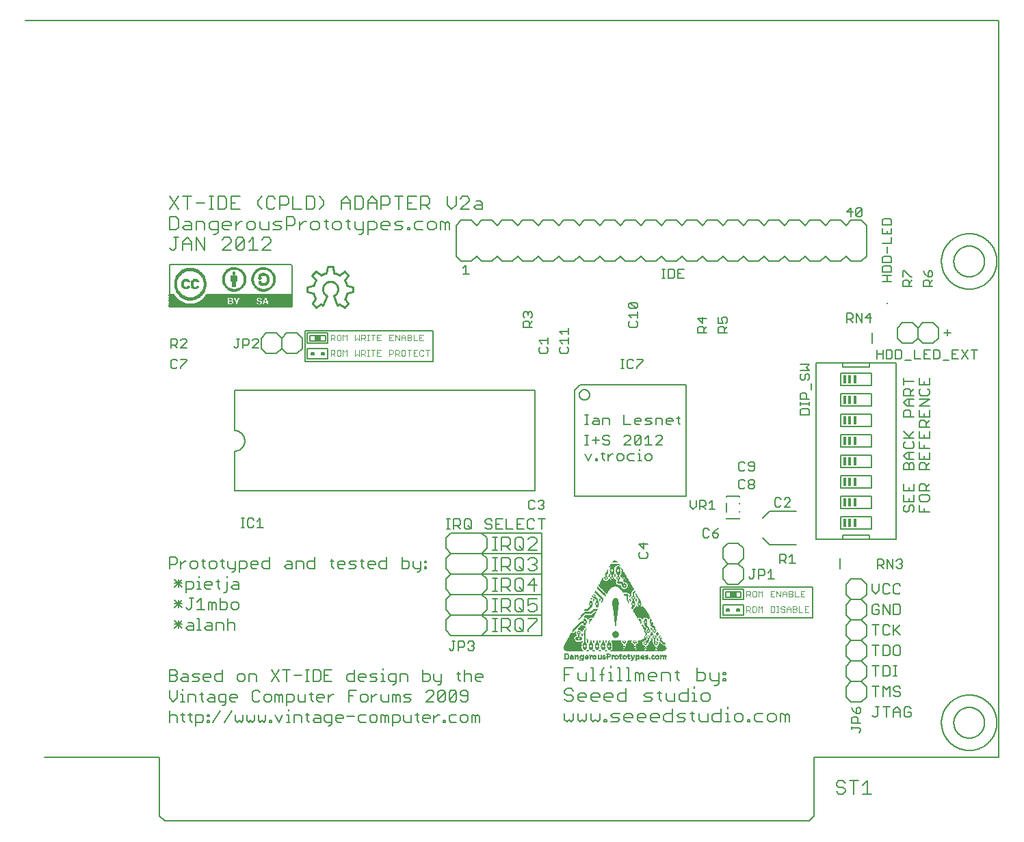
<source format=gbr>
G04 EAGLE Gerber RS-274X export*
G75*
%MOMM*%
%FSLAX34Y34*%
%LPD*%
%INSilkscreen Top*%
%IPPOS*%
%AMOC8*
5,1,8,0,0,1.08239X$1,22.5*%
G01*
%ADD10C,0.127000*%
%ADD11C,0.177800*%
%ADD12C,0.101600*%
%ADD13C,0.152400*%
%ADD14C,0.203200*%
%ADD15R,0.381000X1.016000*%
%ADD16R,0.200000X0.200000*%
%ADD17R,0.100000X1.400000*%
%ADD18R,0.200000X1.400000*%
%ADD19R,0.200000X0.100000*%
%ADD20R,15.278100X0.038200*%
%ADD21R,15.354400X0.038100*%
%ADD22R,11.163400X0.038100*%
%ADD23R,4.114800X0.038100*%
%ADD24R,7.277200X0.038100*%
%ADD25R,0.533400X0.038100*%
%ADD26R,2.476500X0.038100*%
%ADD27R,0.190500X0.038100*%
%ADD28R,0.419100X0.038100*%
%ADD29R,2.971800X0.038100*%
%ADD30R,0.457200X0.038100*%
%ADD31R,2.400300X0.038100*%
%ADD32R,0.114300X0.038100*%
%ADD33R,2.629000X0.038100*%
%ADD34R,4.533900X0.038100*%
%ADD35R,2.362200X0.038100*%
%ADD36R,0.381000X0.038100*%
%ADD37R,2.248000X0.038100*%
%ADD38R,4.191000X0.038100*%
%ADD39R,0.152400X0.038100*%
%ADD40R,0.076200X0.038100*%
%ADD41R,0.342900X0.038100*%
%ADD42R,3.009900X0.038100*%
%ADD43R,2.057500X0.038100*%
%ADD44R,4.000500X0.038100*%
%ADD45R,0.304800X0.038100*%
%ADD46R,2.324100X0.038100*%
%ADD47R,1.943200X0.038100*%
%ADD48R,3.886200X0.038100*%
%ADD49R,3.048000X0.038100*%
%ADD50R,1.867000X0.038100*%
%ADD51R,3.771900X0.038100*%
%ADD52R,1.752700X0.038100*%
%ADD53R,3.695700X0.038100*%
%ADD54R,2.819400X0.038100*%
%ADD55R,1.676500X0.038100*%
%ADD56R,3.619500X0.038100*%
%ADD57R,2.743200X0.038100*%
%ADD58R,3.086100X0.038100*%
%ADD59R,1.600300X0.038100*%
%ADD60R,3.543300X0.038100*%
%ADD61R,0.228600X0.038100*%
%ADD62R,2.590800X0.038100*%
%ADD63R,1.524100X0.038100*%
%ADD64R,3.467100X0.038100*%
%ADD65R,2.438400X0.038100*%
%ADD66R,1.486000X0.038100*%
%ADD67R,3.390900X0.038100*%
%ADD68R,3.124200X0.038100*%
%ADD69R,1.409800X0.038100*%
%ADD70R,3.352800X0.038100*%
%ADD71R,1.371700X0.038100*%
%ADD72R,3.276600X0.038100*%
%ADD73R,2.247900X0.038100*%
%ADD74R,0.571500X0.038100*%
%ADD75R,3.162300X0.038100*%
%ADD76R,1.295500X0.038100*%
%ADD77R,0.762000X0.038100*%
%ADD78R,3.238500X0.038100*%
%ADD79R,0.266700X0.038100*%
%ADD80R,0.685800X0.038100*%
%ADD81R,0.038100X0.038100*%
%ADD82R,1.257400X0.038100*%
%ADD83R,1.104900X0.038100*%
%ADD84R,3.200400X0.038100*%
%ADD85R,2.171700X0.038100*%
%ADD86R,1.219300X0.038100*%
%ADD87R,1.333500X0.038100*%
%ADD88R,1.181200X0.038100*%
%ADD89R,1.524000X0.038100*%
%ADD90R,1.143100X0.038100*%
%ADD91R,1.714500X0.038100*%
%ADD92R,2.133600X0.038100*%
%ADD93R,1.066900X0.038100*%
%ADD94R,1.866900X0.038100*%
%ADD95R,1.028800X0.038100*%
%ADD96R,1.981200X0.038100*%
%ADD97R,2.095500X0.038100*%
%ADD98R,2.933700X0.038100*%
%ADD99R,0.495300X0.038100*%
%ADD100R,0.990700X0.038100*%
%ADD101R,6.781800X0.038100*%
%ADD102R,0.952600X0.038100*%
%ADD103R,10.972800X0.038100*%
%ADD104R,0.914500X0.038100*%
%ADD105R,0.838200X0.038100*%
%ADD106R,10.934700X0.038100*%
%ADD107R,0.876400X0.038100*%
%ADD108R,10.896600X0.038100*%
%ADD109R,0.838300X0.038100*%
%ADD110R,10.858500X0.038100*%
%ADD111R,0.647700X0.038100*%
%ADD112R,10.820400X0.038100*%
%ADD113R,0.800200X0.038100*%
%ADD114R,0.609600X0.038100*%
%ADD115R,0.762100X0.038100*%
%ADD116R,10.782300X0.038100*%
%ADD117R,0.724000X0.038100*%
%ADD118R,10.744200X0.038100*%
%ADD119R,0.685900X0.038100*%
%ADD120R,10.706100X0.038100*%
%ADD121R,0.152500X0.038100*%
%ADD122R,0.914400X0.038100*%
%ADD123R,1.143000X0.038100*%
%ADD124R,1.295400X0.038100*%
%ADD125R,1.447800X0.038100*%
%ADD126R,1.409700X0.038100*%
%ADD127R,1.562100X0.038100*%
%ADD128R,1.676400X0.038100*%
%ADD129R,0.876300X0.038100*%
%ADD130R,0.990600X0.038100*%
%ADD131R,0.800100X0.038100*%
%ADD132R,1.066800X0.038100*%
%ADD133R,1.181100X0.038100*%
%ADD134R,0.952500X0.038100*%
%ADD135R,0.723900X0.038100*%
%ADD136R,1.028700X0.038100*%
%ADD137R,2.209800X0.038100*%
%ADD138R,1.828800X0.038100*%
%ADD139R,1.638300X0.038100*%
%ADD140R,1.485900X0.038100*%
%ADD141R,1.257300X0.038100*%
%ADD142R,1.371600X0.038100*%
%ADD143R,1.219200X0.038100*%
%ADD144R,15.278100X0.038100*%
%ADD145R,15.201900X0.038100*%
%ADD146R,15.125700X0.038100*%
%ADD147R,14.973300X0.038100*%
%ADD148C,0.254000*%
%ADD149R,0.381000X0.025400*%
%ADD150R,0.177800X0.025400*%
%ADD151R,0.406400X0.025400*%
%ADD152R,0.203200X0.025400*%
%ADD153R,0.431800X0.025400*%
%ADD154R,0.228600X0.025400*%
%ADD155R,0.101600X0.025400*%
%ADD156R,0.254000X0.025400*%
%ADD157R,0.025400X0.025400*%
%ADD158R,0.152400X0.025400*%
%ADD159R,0.330200X0.025400*%
%ADD160R,0.127000X0.025400*%
%ADD161R,0.279400X0.025400*%
%ADD162R,0.355600X0.025400*%
%ADD163R,0.304800X0.025400*%
%ADD164R,0.482600X0.025400*%
%ADD165R,0.457200X0.025400*%
%ADD166R,0.533400X0.025400*%
%ADD167R,0.558800X0.025400*%
%ADD168R,0.508000X0.025400*%
%ADD169R,0.076200X0.025400*%
%ADD170R,0.050800X0.025400*%
%ADD171R,0.787400X0.025400*%
%ADD172R,1.981200X0.025400*%
%ADD173R,4.165600X0.025400*%
%ADD174R,0.965200X0.025400*%
%ADD175R,0.660400X0.025400*%
%ADD176R,2.032000X0.025400*%
%ADD177R,4.089400X0.025400*%
%ADD178R,0.914400X0.025400*%
%ADD179R,0.736600X0.025400*%
%ADD180R,2.082800X0.025400*%
%ADD181R,4.038600X0.025400*%
%ADD182R,0.863600X0.025400*%
%ADD183R,2.133600X0.025400*%
%ADD184R,3.987800X0.025400*%
%ADD185R,0.838200X0.025400*%
%ADD186R,0.812800X0.025400*%
%ADD187R,3.937000X0.025400*%
%ADD188R,0.762000X0.025400*%
%ADD189R,2.159000X0.025400*%
%ADD190R,2.743200X0.025400*%
%ADD191R,1.320800X0.025400*%
%ADD192R,1.143000X0.025400*%
%ADD193R,1.066800X0.025400*%
%ADD194R,1.371600X0.025400*%
%ADD195R,1.041400X0.025400*%
%ADD196R,1.092200X0.025400*%
%ADD197R,2.184400X0.025400*%
%ADD198R,1.346200X0.025400*%
%ADD199R,0.990600X0.025400*%
%ADD200R,1.295400X0.025400*%
%ADD201R,1.016000X0.025400*%
%ADD202R,1.270000X0.025400*%
%ADD203R,1.219200X0.025400*%
%ADD204R,0.939800X0.025400*%
%ADD205R,1.117600X0.025400*%
%ADD206R,2.209800X0.025400*%
%ADD207R,0.889000X0.025400*%
%ADD208R,1.244600X0.025400*%
%ADD209R,0.584200X0.025400*%
%ADD210R,0.685800X0.025400*%
%ADD211R,0.609600X0.025400*%
%ADD212R,2.108200X0.025400*%
%ADD213R,0.711200X0.025400*%
%ADD214R,2.057400X0.025400*%
%ADD215R,1.193800X0.025400*%
%ADD216R,0.635000X0.025400*%
%ADD217R,1.168400X0.025400*%
%ADD218R,1.625600X0.025400*%
%ADD219R,1.600200X0.025400*%
%ADD220R,1.574800X0.025400*%
%ADD221R,1.549400X0.025400*%
%ADD222R,1.498600X0.025400*%
%ADD223R,1.473200X0.025400*%
%ADD224R,1.422400X0.025400*%
%ADD225R,1.397000X0.025400*%
%ADD226R,1.447800X0.025400*%
%ADD227R,1.651000X0.025400*%
%ADD228R,1.727200X0.025400*%
%ADD229R,1.828800X0.025400*%
%ADD230R,2.692400X0.025400*%
%ADD231R,2.717800X0.025400*%
%ADD232R,2.667000X0.025400*%
%ADD233R,2.336800X0.025400*%
%ADD234R,2.260600X0.025400*%
%ADD235R,1.955800X0.025400*%
%ADD236R,1.930400X0.025400*%
%ADD237R,1.905000X0.025400*%
%ADD238R,1.879600X0.025400*%
%ADD239R,1.854200X0.025400*%


D10*
X695325Y295275D02*
X809625Y295275D01*
X809625Y257175D01*
X695325Y257175D01*
X695325Y295275D01*
X339725Y612775D02*
X180975Y612775D01*
X339725Y612775D02*
X339725Y574675D01*
X180975Y574675D01*
X180975Y612775D01*
X400050Y361950D02*
X473869Y361950D01*
X473869Y336550D01*
X473869Y311150D01*
X473869Y285750D01*
X473869Y260350D01*
X473869Y234950D01*
X400050Y234950D01*
X400050Y260350D02*
X473869Y260350D01*
X473869Y285750D02*
X400050Y285750D01*
X400050Y311150D02*
X473869Y311150D01*
X473869Y336550D02*
X400050Y336550D01*
D11*
X24266Y762889D02*
X13589Y778905D01*
X24266Y778905D02*
X13589Y762889D01*
X35299Y762889D02*
X35299Y778905D01*
X29961Y778905D02*
X40638Y778905D01*
X46332Y770897D02*
X57009Y770897D01*
X62704Y762889D02*
X68042Y762889D01*
X65373Y762889D02*
X65373Y778905D01*
X62704Y778905D02*
X68042Y778905D01*
X73618Y778905D02*
X73618Y762889D01*
X81626Y762889D01*
X84295Y765558D01*
X84295Y776235D01*
X81626Y778905D01*
X73618Y778905D01*
X89990Y778905D02*
X100667Y778905D01*
X89990Y778905D02*
X89990Y762889D01*
X100667Y762889D01*
X95328Y770897D02*
X89990Y770897D01*
X122733Y768228D02*
X128071Y762889D01*
X122733Y768228D02*
X122733Y773566D01*
X128071Y778905D01*
X141655Y778905D02*
X144324Y776235D01*
X141655Y778905D02*
X136316Y778905D01*
X133647Y776235D01*
X133647Y765558D01*
X136316Y762889D01*
X141655Y762889D01*
X144324Y765558D01*
X150019Y762889D02*
X150019Y778905D01*
X158027Y778905D01*
X160696Y776235D01*
X160696Y770897D01*
X158027Y768228D01*
X150019Y768228D01*
X166390Y762889D02*
X166390Y778905D01*
X166390Y762889D02*
X177067Y762889D01*
X182762Y762889D02*
X182762Y778905D01*
X182762Y762889D02*
X190770Y762889D01*
X193439Y765558D01*
X193439Y776235D01*
X190770Y778905D01*
X182762Y778905D01*
X199133Y762889D02*
X204472Y768228D01*
X204472Y773566D01*
X199133Y778905D01*
X226419Y773566D02*
X226419Y762889D01*
X226419Y773566D02*
X231758Y778905D01*
X237096Y773566D01*
X237096Y762889D01*
X237096Y770897D02*
X226419Y770897D01*
X242791Y778905D02*
X242791Y762889D01*
X250799Y762889D01*
X253468Y765558D01*
X253468Y776235D01*
X250799Y778905D01*
X242791Y778905D01*
X259162Y773566D02*
X259162Y762889D01*
X259162Y773566D02*
X264501Y778905D01*
X269840Y773566D01*
X269840Y762889D01*
X269840Y770897D02*
X259162Y770897D01*
X275534Y762889D02*
X275534Y778905D01*
X283542Y778905D01*
X286211Y776235D01*
X286211Y770897D01*
X283542Y768228D01*
X275534Y768228D01*
X297244Y762889D02*
X297244Y778905D01*
X291906Y778905D02*
X302583Y778905D01*
X308277Y778905D02*
X318954Y778905D01*
X308277Y778905D02*
X308277Y762889D01*
X318954Y762889D01*
X313616Y770897D02*
X308277Y770897D01*
X324649Y762889D02*
X324649Y778905D01*
X332657Y778905D01*
X335326Y776235D01*
X335326Y770897D01*
X332657Y768228D01*
X324649Y768228D01*
X329987Y768228D02*
X335326Y762889D01*
X357392Y768228D02*
X357392Y778905D01*
X357392Y768228D02*
X362730Y762889D01*
X368069Y768228D01*
X368069Y778905D01*
X373763Y762889D02*
X384441Y762889D01*
X384441Y773566D02*
X373763Y762889D01*
X384441Y773566D02*
X384441Y776235D01*
X381771Y778905D01*
X376433Y778905D01*
X373763Y776235D01*
X392804Y773566D02*
X398143Y773566D01*
X400812Y770897D01*
X400812Y762889D01*
X392804Y762889D01*
X390135Y765558D01*
X392804Y768228D01*
X400812Y768228D01*
X13589Y753505D02*
X13589Y737489D01*
X21597Y737489D01*
X24266Y740158D01*
X24266Y750835D01*
X21597Y753505D01*
X13589Y753505D01*
X32630Y748166D02*
X37968Y748166D01*
X40638Y745497D01*
X40638Y737489D01*
X32630Y737489D01*
X29961Y740158D01*
X32630Y742828D01*
X40638Y742828D01*
X46332Y748166D02*
X46332Y737489D01*
X46332Y748166D02*
X54340Y748166D01*
X57009Y745497D01*
X57009Y737489D01*
X68042Y732150D02*
X70712Y732150D01*
X73381Y734820D01*
X73381Y748166D01*
X65373Y748166D01*
X62704Y745497D01*
X62704Y740158D01*
X65373Y737489D01*
X73381Y737489D01*
X81745Y737489D02*
X87083Y737489D01*
X81745Y737489D02*
X79075Y740158D01*
X79075Y745497D01*
X81745Y748166D01*
X87083Y748166D01*
X89752Y745497D01*
X89752Y742828D01*
X79075Y742828D01*
X95447Y737489D02*
X95447Y748166D01*
X95447Y742828D02*
X100785Y748166D01*
X103455Y748166D01*
X111759Y737489D02*
X117098Y737489D01*
X119767Y740158D01*
X119767Y745497D01*
X117098Y748166D01*
X111759Y748166D01*
X109090Y745497D01*
X109090Y740158D01*
X111759Y737489D01*
X125461Y740158D02*
X125461Y748166D01*
X125461Y740158D02*
X128131Y737489D01*
X136138Y737489D01*
X136138Y748166D01*
X141833Y737489D02*
X149841Y737489D01*
X152510Y740158D01*
X149841Y742828D01*
X144502Y742828D01*
X141833Y745497D01*
X144502Y748166D01*
X152510Y748166D01*
X158204Y753505D02*
X158204Y737489D01*
X158204Y753505D02*
X166212Y753505D01*
X168882Y750835D01*
X168882Y745497D01*
X166212Y742828D01*
X158204Y742828D01*
X174576Y737489D02*
X174576Y748166D01*
X174576Y742828D02*
X179915Y748166D01*
X182584Y748166D01*
X190888Y737489D02*
X196227Y737489D01*
X198896Y740158D01*
X198896Y745497D01*
X196227Y748166D01*
X190888Y748166D01*
X188219Y745497D01*
X188219Y740158D01*
X190888Y737489D01*
X207260Y740158D02*
X207260Y750835D01*
X207260Y740158D02*
X209929Y737489D01*
X209929Y748166D02*
X204591Y748166D01*
X218174Y737489D02*
X223513Y737489D01*
X226182Y740158D01*
X226182Y745497D01*
X223513Y748166D01*
X218174Y748166D01*
X215505Y745497D01*
X215505Y740158D01*
X218174Y737489D01*
X234546Y740158D02*
X234546Y750835D01*
X234546Y740158D02*
X237215Y737489D01*
X237215Y748166D02*
X231877Y748166D01*
X242791Y748166D02*
X242791Y740158D01*
X245460Y737489D01*
X253468Y737489D01*
X253468Y734820D02*
X253468Y748166D01*
X253468Y734820D02*
X250799Y732150D01*
X248129Y732150D01*
X259162Y732150D02*
X259162Y748166D01*
X267170Y748166D01*
X269840Y745497D01*
X269840Y740158D01*
X267170Y737489D01*
X259162Y737489D01*
X278203Y737489D02*
X283542Y737489D01*
X278203Y737489D02*
X275534Y740158D01*
X275534Y745497D01*
X278203Y748166D01*
X283542Y748166D01*
X286211Y745497D01*
X286211Y742828D01*
X275534Y742828D01*
X291906Y737489D02*
X299913Y737489D01*
X302583Y740158D01*
X299913Y742828D01*
X294575Y742828D01*
X291906Y745497D01*
X294575Y748166D01*
X302583Y748166D01*
X308277Y740158D02*
X308277Y737489D01*
X308277Y740158D02*
X310946Y740158D01*
X310946Y737489D01*
X308277Y737489D01*
X319132Y748166D02*
X327140Y748166D01*
X319132Y748166D02*
X316463Y745497D01*
X316463Y740158D01*
X319132Y737489D01*
X327140Y737489D01*
X335504Y737489D02*
X340842Y737489D01*
X343512Y740158D01*
X343512Y745497D01*
X340842Y748166D01*
X335504Y748166D01*
X332834Y745497D01*
X332834Y740158D01*
X335504Y737489D01*
X349206Y737489D02*
X349206Y748166D01*
X351875Y748166D01*
X354545Y745497D01*
X354545Y737489D01*
X354545Y745497D02*
X357214Y748166D01*
X359883Y745497D01*
X359883Y737489D01*
X16258Y712089D02*
X13589Y714758D01*
X16258Y712089D02*
X18928Y712089D01*
X21597Y714758D01*
X21597Y728105D01*
X18928Y728105D02*
X24266Y728105D01*
X29961Y722766D02*
X29961Y712089D01*
X29961Y722766D02*
X35299Y728105D01*
X40638Y722766D01*
X40638Y712089D01*
X40638Y720097D02*
X29961Y720097D01*
X46332Y712089D02*
X46332Y728105D01*
X57009Y712089D01*
X57009Y728105D01*
X79075Y712089D02*
X89752Y712089D01*
X79075Y712089D02*
X89752Y722766D01*
X89752Y725435D01*
X87083Y728105D01*
X81745Y728105D01*
X79075Y725435D01*
X95447Y725435D02*
X95447Y714758D01*
X95447Y725435D02*
X98116Y728105D01*
X103455Y728105D01*
X106124Y725435D01*
X106124Y714758D01*
X103455Y712089D01*
X98116Y712089D01*
X95447Y714758D01*
X106124Y725435D01*
X111818Y722766D02*
X117157Y728105D01*
X117157Y712089D01*
X111818Y712089D02*
X122496Y712089D01*
X128190Y712089D02*
X138867Y712089D01*
X128190Y712089D02*
X138867Y722766D01*
X138867Y725435D01*
X136198Y728105D01*
X130859Y728105D01*
X128190Y725435D01*
X502539Y194705D02*
X502539Y178689D01*
X502539Y194705D02*
X513216Y194705D01*
X507878Y186697D02*
X502539Y186697D01*
X518911Y189366D02*
X518911Y181358D01*
X521580Y178689D01*
X529588Y178689D01*
X529588Y189366D01*
X535282Y194705D02*
X537951Y194705D01*
X537951Y178689D01*
X535282Y178689D02*
X540621Y178689D01*
X548866Y178689D02*
X548866Y192035D01*
X551535Y194705D01*
X551535Y186697D02*
X546197Y186697D01*
X557111Y189366D02*
X559780Y189366D01*
X559780Y178689D01*
X557111Y178689D02*
X562449Y178689D01*
X559780Y194705D02*
X559780Y197374D01*
X568025Y194705D02*
X570695Y194705D01*
X570695Y178689D01*
X573364Y178689D02*
X568025Y178689D01*
X578940Y194705D02*
X581609Y194705D01*
X581609Y178689D01*
X578940Y178689D02*
X584278Y178689D01*
X589854Y178689D02*
X589854Y189366D01*
X592523Y189366D01*
X595193Y186697D01*
X595193Y178689D01*
X595193Y186697D02*
X597862Y189366D01*
X600531Y186697D01*
X600531Y178689D01*
X608895Y178689D02*
X614233Y178689D01*
X608895Y178689D02*
X606226Y181358D01*
X606226Y186697D01*
X608895Y189366D01*
X614233Y189366D01*
X616903Y186697D01*
X616903Y184028D01*
X606226Y184028D01*
X622597Y178689D02*
X622597Y189366D01*
X630605Y189366D01*
X633274Y186697D01*
X633274Y178689D01*
X641638Y181358D02*
X641638Y192035D01*
X641638Y181358D02*
X644307Y178689D01*
X644307Y189366D02*
X638969Y189366D01*
X666255Y194705D02*
X666255Y178689D01*
X674262Y178689D01*
X676932Y181358D01*
X676932Y186697D01*
X674262Y189366D01*
X666255Y189366D01*
X682626Y189366D02*
X682626Y181358D01*
X685295Y178689D01*
X693303Y178689D01*
X693303Y176020D02*
X693303Y189366D01*
X693303Y176020D02*
X690634Y173350D01*
X687965Y173350D01*
X698998Y189366D02*
X701667Y189366D01*
X701667Y186697D01*
X698998Y186697D01*
X698998Y189366D01*
X698998Y181358D02*
X701667Y181358D01*
X701667Y178689D01*
X698998Y178689D01*
X698998Y181358D01*
X513216Y166635D02*
X510547Y169305D01*
X505208Y169305D01*
X502539Y166635D01*
X502539Y163966D01*
X505208Y161297D01*
X510547Y161297D01*
X513216Y158628D01*
X513216Y155958D01*
X510547Y153289D01*
X505208Y153289D01*
X502539Y155958D01*
X521580Y153289D02*
X526918Y153289D01*
X521580Y153289D02*
X518911Y155958D01*
X518911Y161297D01*
X521580Y163966D01*
X526918Y163966D01*
X529588Y161297D01*
X529588Y158628D01*
X518911Y158628D01*
X537951Y153289D02*
X543290Y153289D01*
X537951Y153289D02*
X535282Y155958D01*
X535282Y161297D01*
X537951Y163966D01*
X543290Y163966D01*
X545959Y161297D01*
X545959Y158628D01*
X535282Y158628D01*
X554323Y153289D02*
X559662Y153289D01*
X554323Y153289D02*
X551654Y155958D01*
X551654Y161297D01*
X554323Y163966D01*
X559662Y163966D01*
X562331Y161297D01*
X562331Y158628D01*
X551654Y158628D01*
X578702Y153289D02*
X578702Y169305D01*
X578702Y153289D02*
X570695Y153289D01*
X568025Y155958D01*
X568025Y161297D01*
X570695Y163966D01*
X578702Y163966D01*
X600768Y153289D02*
X608776Y153289D01*
X611446Y155958D01*
X608776Y158628D01*
X603438Y158628D01*
X600768Y161297D01*
X603438Y163966D01*
X611446Y163966D01*
X619809Y166635D02*
X619809Y155958D01*
X622479Y153289D01*
X622479Y163966D02*
X617140Y163966D01*
X628054Y163966D02*
X628054Y155958D01*
X630724Y153289D01*
X638731Y153289D01*
X638731Y163966D01*
X655103Y169305D02*
X655103Y153289D01*
X647095Y153289D01*
X644426Y155958D01*
X644426Y161297D01*
X647095Y163966D01*
X655103Y163966D01*
X660797Y163966D02*
X663467Y163966D01*
X663467Y153289D01*
X666136Y153289D02*
X660797Y153289D01*
X663467Y169305D02*
X663467Y171974D01*
X674381Y153289D02*
X679720Y153289D01*
X682389Y155958D01*
X682389Y161297D01*
X679720Y163966D01*
X674381Y163966D01*
X671712Y161297D01*
X671712Y155958D01*
X674381Y153289D01*
X502539Y138566D02*
X502539Y130558D01*
X505208Y127889D01*
X507878Y130558D01*
X510547Y127889D01*
X513216Y130558D01*
X513216Y138566D01*
X518911Y138566D02*
X518911Y130558D01*
X521580Y127889D01*
X524249Y130558D01*
X526918Y127889D01*
X529588Y130558D01*
X529588Y138566D01*
X535282Y138566D02*
X535282Y130558D01*
X537951Y127889D01*
X540621Y130558D01*
X543290Y127889D01*
X545959Y130558D01*
X545959Y138566D01*
X551654Y130558D02*
X551654Y127889D01*
X551654Y130558D02*
X554323Y130558D01*
X554323Y127889D01*
X551654Y127889D01*
X559839Y127889D02*
X567847Y127889D01*
X570517Y130558D01*
X567847Y133228D01*
X562509Y133228D01*
X559839Y135897D01*
X562509Y138566D01*
X570517Y138566D01*
X578880Y127889D02*
X584219Y127889D01*
X578880Y127889D02*
X576211Y130558D01*
X576211Y135897D01*
X578880Y138566D01*
X584219Y138566D01*
X586888Y135897D01*
X586888Y133228D01*
X576211Y133228D01*
X595252Y127889D02*
X600590Y127889D01*
X595252Y127889D02*
X592583Y130558D01*
X592583Y135897D01*
X595252Y138566D01*
X600590Y138566D01*
X603260Y135897D01*
X603260Y133228D01*
X592583Y133228D01*
X611623Y127889D02*
X616962Y127889D01*
X611623Y127889D02*
X608954Y130558D01*
X608954Y135897D01*
X611623Y138566D01*
X616962Y138566D01*
X619631Y135897D01*
X619631Y133228D01*
X608954Y133228D01*
X636003Y127889D02*
X636003Y143905D01*
X636003Y127889D02*
X627995Y127889D01*
X625326Y130558D01*
X625326Y135897D01*
X627995Y138566D01*
X636003Y138566D01*
X641697Y127889D02*
X649705Y127889D01*
X652374Y130558D01*
X649705Y133228D01*
X644367Y133228D01*
X641697Y135897D01*
X644367Y138566D01*
X652374Y138566D01*
X660738Y141235D02*
X660738Y130558D01*
X663407Y127889D01*
X663407Y138566D02*
X658069Y138566D01*
X668983Y138566D02*
X668983Y130558D01*
X671653Y127889D01*
X679660Y127889D01*
X679660Y138566D01*
X696032Y143905D02*
X696032Y127889D01*
X688024Y127889D01*
X685355Y130558D01*
X685355Y135897D01*
X688024Y138566D01*
X696032Y138566D01*
X701726Y138566D02*
X704396Y138566D01*
X704396Y127889D01*
X707065Y127889D02*
X701726Y127889D01*
X704396Y143905D02*
X704396Y146574D01*
X715310Y127889D02*
X720649Y127889D01*
X723318Y130558D01*
X723318Y135897D01*
X720649Y138566D01*
X715310Y138566D01*
X712641Y135897D01*
X712641Y130558D01*
X715310Y127889D01*
X729012Y127889D02*
X729012Y130558D01*
X731682Y130558D01*
X731682Y127889D01*
X729012Y127889D01*
X739867Y138566D02*
X747875Y138566D01*
X739867Y138566D02*
X737198Y135897D01*
X737198Y130558D01*
X739867Y127889D01*
X747875Y127889D01*
X756239Y127889D02*
X761577Y127889D01*
X764247Y130558D01*
X764247Y135897D01*
X761577Y138566D01*
X756239Y138566D01*
X753570Y135897D01*
X753570Y130558D01*
X756239Y127889D01*
X769941Y127889D02*
X769941Y138566D01*
X772610Y138566D01*
X775280Y135897D01*
X775280Y127889D01*
X775280Y135897D02*
X777949Y138566D01*
X780618Y135897D01*
X780618Y127889D01*
D12*
X727583Y283083D02*
X727583Y290201D01*
X731142Y290201D01*
X732328Y289015D01*
X732328Y286642D01*
X731142Y285456D01*
X727583Y285456D01*
X729956Y285456D02*
X732328Y283083D01*
X736254Y290201D02*
X738626Y290201D01*
X736254Y290201D02*
X735067Y289015D01*
X735067Y284269D01*
X736254Y283083D01*
X738626Y283083D01*
X739813Y284269D01*
X739813Y289015D01*
X738626Y290201D01*
X742551Y290201D02*
X742551Y283083D01*
X744924Y287828D02*
X742551Y290201D01*
X744924Y287828D02*
X747297Y290201D01*
X747297Y283083D01*
X757520Y290201D02*
X762265Y290201D01*
X757520Y290201D02*
X757520Y283083D01*
X762265Y283083D01*
X759892Y286642D02*
X757520Y286642D01*
X765004Y283083D02*
X765004Y290201D01*
X769749Y283083D01*
X769749Y290201D01*
X772488Y287828D02*
X772488Y283083D01*
X772488Y287828D02*
X774861Y290201D01*
X777233Y287828D01*
X777233Y283083D01*
X777233Y286642D02*
X772488Y286642D01*
X779972Y283083D02*
X779972Y290201D01*
X783531Y290201D01*
X784717Y289015D01*
X784717Y287828D01*
X783531Y286642D01*
X784717Y285456D01*
X784717Y284269D01*
X783531Y283083D01*
X779972Y283083D01*
X779972Y286642D02*
X783531Y286642D01*
X787456Y290201D02*
X787456Y283083D01*
X792202Y283083D01*
X794940Y290201D02*
X799686Y290201D01*
X794940Y290201D02*
X794940Y283083D01*
X799686Y283083D01*
X797313Y286642D02*
X794940Y286642D01*
D13*
X883412Y136230D02*
X885530Y134112D01*
X887649Y134112D01*
X889767Y136230D01*
X889767Y146823D01*
X887649Y146823D02*
X891886Y146823D01*
X900746Y146823D02*
X900746Y134112D01*
X896509Y146823D02*
X904983Y146823D01*
X909607Y142586D02*
X909607Y134112D01*
X909607Y142586D02*
X913843Y146823D01*
X918080Y142586D01*
X918080Y134112D01*
X918080Y140467D02*
X909607Y140467D01*
X929059Y146823D02*
X931178Y144704D01*
X929059Y146823D02*
X924822Y146823D01*
X922704Y144704D01*
X922704Y136230D01*
X924822Y134112D01*
X929059Y134112D01*
X931178Y136230D01*
X931178Y140467D01*
X926941Y140467D01*
X887649Y235712D02*
X887649Y248423D01*
X883412Y248423D02*
X891886Y248423D01*
X902865Y248423D02*
X904983Y246304D01*
X902865Y248423D02*
X898628Y248423D01*
X896509Y246304D01*
X896509Y237830D01*
X898628Y235712D01*
X902865Y235712D01*
X904983Y237830D01*
X909607Y235712D02*
X909607Y248423D01*
X918080Y248423D02*
X909607Y239949D01*
X911725Y242067D02*
X918080Y235712D01*
X887649Y223023D02*
X887649Y210312D01*
X883412Y223023D02*
X891886Y223023D01*
X896509Y223023D02*
X896509Y210312D01*
X902865Y210312D01*
X904983Y212430D01*
X904983Y220904D01*
X902865Y223023D01*
X896509Y223023D01*
X911725Y223023D02*
X915962Y223023D01*
X911725Y223023D02*
X909607Y220904D01*
X909607Y212430D01*
X911725Y210312D01*
X915962Y210312D01*
X918080Y212430D01*
X918080Y220904D01*
X915962Y223023D01*
X887649Y197623D02*
X887649Y184912D01*
X883412Y197623D02*
X891886Y197623D01*
X896509Y197623D02*
X896509Y184912D01*
X902865Y184912D01*
X904983Y187030D01*
X904983Y195504D01*
X902865Y197623D01*
X896509Y197623D01*
X909607Y184912D02*
X913843Y184912D01*
X911725Y184912D02*
X911725Y197623D01*
X909607Y197623D02*
X913843Y197623D01*
X887649Y172223D02*
X887649Y159512D01*
X883412Y172223D02*
X891886Y172223D01*
X896509Y172223D02*
X896509Y159512D01*
X900746Y167986D02*
X896509Y172223D01*
X900746Y167986D02*
X904983Y172223D01*
X904983Y159512D01*
X915962Y172223D02*
X918080Y170104D01*
X915962Y172223D02*
X911725Y172223D01*
X909607Y170104D01*
X909607Y167986D01*
X911725Y165867D01*
X915962Y165867D01*
X918080Y163749D01*
X918080Y161630D01*
X915962Y159512D01*
X911725Y159512D01*
X909607Y161630D01*
X891886Y271704D02*
X889767Y273823D01*
X885530Y273823D01*
X883412Y271704D01*
X883412Y263230D01*
X885530Y261112D01*
X889767Y261112D01*
X891886Y263230D01*
X891886Y267467D01*
X887649Y267467D01*
X896509Y261112D02*
X896509Y273823D01*
X904983Y261112D01*
X904983Y273823D01*
X909607Y273823D02*
X909607Y261112D01*
X915962Y261112D01*
X918080Y263230D01*
X918080Y271704D01*
X915962Y273823D01*
X909607Y273823D01*
X883412Y290749D02*
X883412Y299223D01*
X883412Y290749D02*
X887649Y286512D01*
X891886Y290749D01*
X891886Y299223D01*
X902865Y299223D02*
X904983Y297104D01*
X902865Y299223D02*
X898628Y299223D01*
X896509Y297104D01*
X896509Y288630D01*
X898628Y286512D01*
X902865Y286512D01*
X904983Y288630D01*
X915962Y299223D02*
X918080Y297104D01*
X915962Y299223D02*
X911725Y299223D01*
X909607Y297104D01*
X909607Y288630D01*
X911725Y286512D01*
X915962Y286512D01*
X918080Y288630D01*
D11*
X972439Y610367D02*
X980743Y610367D01*
X976591Y606215D02*
X976591Y614520D01*
X532091Y496189D02*
X527939Y496189D01*
X530015Y496189D02*
X530015Y508646D01*
X527939Y508646D02*
X532091Y508646D01*
X538747Y504493D02*
X542899Y504493D01*
X544975Y502417D01*
X544975Y496189D01*
X538747Y496189D01*
X536671Y498265D01*
X538747Y500341D01*
X544975Y500341D01*
X549768Y496189D02*
X549768Y504493D01*
X555996Y504493D01*
X558072Y502417D01*
X558072Y496189D01*
X575962Y496189D02*
X575962Y508646D01*
X575962Y496189D02*
X584267Y496189D01*
X591136Y496189D02*
X595288Y496189D01*
X591136Y496189D02*
X589060Y498265D01*
X589060Y502417D01*
X591136Y504493D01*
X595288Y504493D01*
X597364Y502417D01*
X597364Y500341D01*
X589060Y500341D01*
X602157Y496189D02*
X608385Y496189D01*
X610461Y498265D01*
X608385Y500341D01*
X604233Y500341D01*
X602157Y502417D01*
X604233Y504493D01*
X610461Y504493D01*
X615254Y504493D02*
X615254Y496189D01*
X615254Y504493D02*
X621482Y504493D01*
X623558Y502417D01*
X623558Y496189D01*
X630427Y496189D02*
X634580Y496189D01*
X630427Y496189D02*
X628351Y498265D01*
X628351Y502417D01*
X630427Y504493D01*
X634580Y504493D01*
X636656Y502417D01*
X636656Y500341D01*
X628351Y500341D01*
X643525Y498265D02*
X643525Y506570D01*
X643525Y498265D02*
X645601Y496189D01*
X645601Y504493D02*
X641449Y504493D01*
X532091Y470789D02*
X527939Y470789D01*
X530015Y470789D02*
X530015Y483246D01*
X527939Y483246D02*
X532091Y483246D01*
X536671Y477017D02*
X544975Y477017D01*
X540823Y472865D02*
X540823Y481170D01*
X555996Y483246D02*
X558072Y481170D01*
X555996Y483246D02*
X551844Y483246D01*
X549768Y481170D01*
X549768Y479093D01*
X551844Y477017D01*
X555996Y477017D01*
X558072Y474941D01*
X558072Y472865D01*
X555996Y470789D01*
X551844Y470789D01*
X549768Y472865D01*
X575962Y470789D02*
X584267Y470789D01*
X584267Y479093D02*
X575962Y470789D01*
X584267Y479093D02*
X584267Y481170D01*
X582191Y483246D01*
X578038Y483246D01*
X575962Y481170D01*
X589060Y481170D02*
X589060Y472865D01*
X589060Y481170D02*
X591136Y483246D01*
X595288Y483246D01*
X597364Y481170D01*
X597364Y472865D01*
X595288Y470789D01*
X591136Y470789D01*
X589060Y472865D01*
X597364Y481170D01*
X602157Y479093D02*
X606309Y483246D01*
X606309Y470789D01*
X602157Y470789D02*
X610461Y470789D01*
X615254Y470789D02*
X623558Y470789D01*
X615254Y470789D02*
X623558Y479093D01*
X623558Y481170D01*
X621482Y483246D01*
X617330Y483246D01*
X615254Y481170D01*
X532091Y451739D02*
X527939Y460043D01*
X536243Y460043D02*
X532091Y451739D01*
X541036Y451739D02*
X541036Y453815D01*
X543112Y453815D01*
X543112Y451739D01*
X541036Y451739D01*
X549661Y453815D02*
X549661Y462120D01*
X549661Y453815D02*
X551737Y451739D01*
X551737Y460043D02*
X547585Y460043D01*
X556316Y460043D02*
X556316Y451739D01*
X556316Y455891D02*
X560469Y460043D01*
X562545Y460043D01*
X569307Y451739D02*
X573459Y451739D01*
X575535Y453815D01*
X575535Y457967D01*
X573459Y460043D01*
X569307Y460043D01*
X567231Y457967D01*
X567231Y453815D01*
X569307Y451739D01*
X582404Y460043D02*
X588632Y460043D01*
X582404Y460043D02*
X580328Y457967D01*
X580328Y453815D01*
X582404Y451739D01*
X588632Y451739D01*
X593425Y460043D02*
X595501Y460043D01*
X595501Y451739D01*
X593425Y451739D02*
X597577Y451739D01*
X595501Y464196D02*
X595501Y466272D01*
X604233Y451739D02*
X608385Y451739D01*
X610461Y453815D01*
X610461Y457967D01*
X608385Y460043D01*
X604233Y460043D01*
X602157Y457967D01*
X602157Y453815D01*
X604233Y451739D01*
D12*
X727583Y271151D02*
X727583Y264033D01*
X727583Y271151D02*
X731142Y271151D01*
X732328Y269965D01*
X732328Y267592D01*
X731142Y266406D01*
X727583Y266406D01*
X729956Y266406D02*
X732328Y264033D01*
X736254Y271151D02*
X738626Y271151D01*
X736254Y271151D02*
X735067Y269965D01*
X735067Y265219D01*
X736254Y264033D01*
X738626Y264033D01*
X739813Y265219D01*
X739813Y269965D01*
X738626Y271151D01*
X742551Y271151D02*
X742551Y264033D01*
X744924Y268778D02*
X742551Y271151D01*
X744924Y268778D02*
X747297Y271151D01*
X747297Y264033D01*
X757520Y264033D02*
X757520Y271151D01*
X757520Y264033D02*
X761079Y264033D01*
X762265Y265219D01*
X762265Y269965D01*
X761079Y271151D01*
X757520Y271151D01*
X765004Y264033D02*
X767376Y264033D01*
X766190Y264033D02*
X766190Y271151D01*
X765004Y271151D02*
X767376Y271151D01*
X773552Y271151D02*
X774739Y269965D01*
X773552Y271151D02*
X771180Y271151D01*
X769993Y269965D01*
X769993Y268778D01*
X771180Y267592D01*
X773552Y267592D01*
X774739Y266406D01*
X774739Y265219D01*
X773552Y264033D01*
X771180Y264033D01*
X769993Y265219D01*
X777477Y264033D02*
X777477Y268778D01*
X779850Y271151D01*
X782223Y268778D01*
X782223Y264033D01*
X782223Y267592D02*
X777477Y267592D01*
X784962Y264033D02*
X784962Y271151D01*
X788521Y271151D01*
X789707Y269965D01*
X789707Y268778D01*
X788521Y267592D01*
X789707Y266406D01*
X789707Y265219D01*
X788521Y264033D01*
X784962Y264033D01*
X784962Y267592D02*
X788521Y267592D01*
X792446Y271151D02*
X792446Y264033D01*
X797191Y264033D01*
X799930Y271151D02*
X804675Y271151D01*
X799930Y271151D02*
X799930Y264033D01*
X804675Y264033D01*
X802303Y267592D02*
X799930Y267592D01*
X213233Y600583D02*
X213233Y607701D01*
X216792Y607701D01*
X217978Y606515D01*
X217978Y604142D01*
X216792Y602956D01*
X213233Y602956D01*
X215606Y602956D02*
X217978Y600583D01*
X221904Y607701D02*
X224276Y607701D01*
X221904Y607701D02*
X220717Y606515D01*
X220717Y601769D01*
X221904Y600583D01*
X224276Y600583D01*
X225463Y601769D01*
X225463Y606515D01*
X224276Y607701D01*
X228201Y607701D02*
X228201Y600583D01*
X230574Y605328D02*
X228201Y607701D01*
X230574Y605328D02*
X232947Y607701D01*
X232947Y600583D01*
X243170Y600583D02*
X243170Y607701D01*
X245542Y602956D02*
X243170Y600583D01*
X245542Y602956D02*
X247915Y600583D01*
X247915Y607701D01*
X250654Y607701D02*
X250654Y600583D01*
X250654Y607701D02*
X254213Y607701D01*
X255399Y606515D01*
X255399Y604142D01*
X254213Y602956D01*
X250654Y602956D01*
X253026Y602956D02*
X255399Y600583D01*
X258138Y600583D02*
X260511Y600583D01*
X259324Y600583D02*
X259324Y607701D01*
X258138Y607701D02*
X260511Y607701D01*
X265500Y607701D02*
X265500Y600583D01*
X263127Y607701D02*
X267873Y607701D01*
X270612Y607701D02*
X275357Y607701D01*
X270612Y607701D02*
X270612Y600583D01*
X275357Y600583D01*
X272984Y604142D02*
X270612Y604142D01*
X285580Y607701D02*
X290325Y607701D01*
X285580Y607701D02*
X285580Y600583D01*
X290325Y600583D01*
X287953Y604142D02*
X285580Y604142D01*
X293064Y600583D02*
X293064Y607701D01*
X297809Y600583D01*
X297809Y607701D01*
X300548Y605328D02*
X300548Y600583D01*
X300548Y605328D02*
X302921Y607701D01*
X305294Y605328D01*
X305294Y600583D01*
X305294Y604142D02*
X300548Y604142D01*
X308032Y600583D02*
X308032Y607701D01*
X311591Y607701D01*
X312778Y606515D01*
X312778Y605328D01*
X311591Y604142D01*
X312778Y602956D01*
X312778Y601769D01*
X311591Y600583D01*
X308032Y600583D01*
X308032Y604142D02*
X311591Y604142D01*
X315516Y607701D02*
X315516Y600583D01*
X320262Y600583D01*
X323001Y607701D02*
X327746Y607701D01*
X323001Y607701D02*
X323001Y600583D01*
X327746Y600583D01*
X325373Y604142D02*
X323001Y604142D01*
X213233Y588651D02*
X213233Y581533D01*
X213233Y588651D02*
X216792Y588651D01*
X217978Y587465D01*
X217978Y585092D01*
X216792Y583906D01*
X213233Y583906D01*
X215606Y583906D02*
X217978Y581533D01*
X221904Y588651D02*
X224276Y588651D01*
X221904Y588651D02*
X220717Y587465D01*
X220717Y582719D01*
X221904Y581533D01*
X224276Y581533D01*
X225463Y582719D01*
X225463Y587465D01*
X224276Y588651D01*
X228201Y588651D02*
X228201Y581533D01*
X230574Y586278D02*
X228201Y588651D01*
X230574Y586278D02*
X232947Y588651D01*
X232947Y581533D01*
X243170Y581533D02*
X243170Y588651D01*
X245542Y583906D02*
X243170Y581533D01*
X245542Y583906D02*
X247915Y581533D01*
X247915Y588651D01*
X250654Y588651D02*
X250654Y581533D01*
X250654Y588651D02*
X254213Y588651D01*
X255399Y587465D01*
X255399Y585092D01*
X254213Y583906D01*
X250654Y583906D01*
X253026Y583906D02*
X255399Y581533D01*
X258138Y581533D02*
X260511Y581533D01*
X259324Y581533D02*
X259324Y588651D01*
X258138Y588651D02*
X260511Y588651D01*
X265500Y588651D02*
X265500Y581533D01*
X263127Y588651D02*
X267873Y588651D01*
X270612Y588651D02*
X275357Y588651D01*
X270612Y588651D02*
X270612Y581533D01*
X275357Y581533D01*
X272984Y585092D02*
X270612Y585092D01*
X285580Y581533D02*
X285580Y588651D01*
X289139Y588651D01*
X290325Y587465D01*
X290325Y585092D01*
X289139Y583906D01*
X285580Y583906D01*
X293064Y581533D02*
X293064Y588651D01*
X296623Y588651D01*
X297809Y587465D01*
X297809Y585092D01*
X296623Y583906D01*
X293064Y583906D01*
X295437Y583906D02*
X297809Y581533D01*
X301735Y588651D02*
X304107Y588651D01*
X301735Y588651D02*
X300548Y587465D01*
X300548Y582719D01*
X301735Y581533D01*
X304107Y581533D01*
X305294Y582719D01*
X305294Y587465D01*
X304107Y588651D01*
X310405Y588651D02*
X310405Y581533D01*
X308032Y588651D02*
X312778Y588651D01*
X315516Y588651D02*
X320262Y588651D01*
X315516Y588651D02*
X315516Y581533D01*
X320262Y581533D01*
X317889Y585092D02*
X315516Y585092D01*
X326560Y588651D02*
X327746Y587465D01*
X326560Y588651D02*
X324187Y588651D01*
X323001Y587465D01*
X323001Y582719D01*
X324187Y581533D01*
X326560Y581533D01*
X327746Y582719D01*
X332857Y581533D02*
X332857Y588651D01*
X330485Y588651D02*
X335230Y588651D01*
D11*
X413639Y340614D02*
X418978Y340614D01*
X416308Y340614D02*
X416308Y356630D01*
X413639Y356630D02*
X418978Y356630D01*
X424553Y356630D02*
X424553Y340614D01*
X424553Y356630D02*
X432561Y356630D01*
X435231Y353960D01*
X435231Y348622D01*
X432561Y345953D01*
X424553Y345953D01*
X429892Y345953D02*
X435231Y340614D01*
X440925Y343283D02*
X440925Y353960D01*
X443594Y356630D01*
X448933Y356630D01*
X451602Y353960D01*
X451602Y343283D01*
X448933Y340614D01*
X443594Y340614D01*
X440925Y343283D01*
X446264Y345953D02*
X451602Y340614D01*
X457297Y340614D02*
X467974Y340614D01*
X457297Y340614D02*
X467974Y351291D01*
X467974Y353960D01*
X465304Y356630D01*
X459966Y356630D01*
X457297Y353960D01*
X418978Y315214D02*
X413639Y315214D01*
X416308Y315214D02*
X416308Y331230D01*
X413639Y331230D02*
X418978Y331230D01*
X424553Y331230D02*
X424553Y315214D01*
X424553Y331230D02*
X432561Y331230D01*
X435231Y328560D01*
X435231Y323222D01*
X432561Y320553D01*
X424553Y320553D01*
X429892Y320553D02*
X435231Y315214D01*
X440925Y317883D02*
X440925Y328560D01*
X443594Y331230D01*
X448933Y331230D01*
X451602Y328560D01*
X451602Y317883D01*
X448933Y315214D01*
X443594Y315214D01*
X440925Y317883D01*
X446264Y320553D02*
X451602Y315214D01*
X457297Y328560D02*
X459966Y331230D01*
X465304Y331230D01*
X467974Y328560D01*
X467974Y325891D01*
X465304Y323222D01*
X462635Y323222D01*
X465304Y323222D02*
X467974Y320553D01*
X467974Y317883D01*
X465304Y315214D01*
X459966Y315214D01*
X457297Y317883D01*
X418978Y289814D02*
X413639Y289814D01*
X416308Y289814D02*
X416308Y305830D01*
X413639Y305830D02*
X418978Y305830D01*
X424553Y305830D02*
X424553Y289814D01*
X424553Y305830D02*
X432561Y305830D01*
X435231Y303160D01*
X435231Y297822D01*
X432561Y295153D01*
X424553Y295153D01*
X429892Y295153D02*
X435231Y289814D01*
X440925Y292483D02*
X440925Y303160D01*
X443594Y305830D01*
X448933Y305830D01*
X451602Y303160D01*
X451602Y292483D01*
X448933Y289814D01*
X443594Y289814D01*
X440925Y292483D01*
X446264Y295153D02*
X451602Y289814D01*
X465304Y289814D02*
X465304Y305830D01*
X457297Y297822D01*
X467974Y297822D01*
X418978Y264414D02*
X413639Y264414D01*
X416308Y264414D02*
X416308Y280430D01*
X413639Y280430D02*
X418978Y280430D01*
X424553Y280430D02*
X424553Y264414D01*
X424553Y280430D02*
X432561Y280430D01*
X435231Y277760D01*
X435231Y272422D01*
X432561Y269753D01*
X424553Y269753D01*
X429892Y269753D02*
X435231Y264414D01*
X440925Y267083D02*
X440925Y277760D01*
X443594Y280430D01*
X448933Y280430D01*
X451602Y277760D01*
X451602Y267083D01*
X448933Y264414D01*
X443594Y264414D01*
X440925Y267083D01*
X446264Y269753D02*
X451602Y264414D01*
X457297Y280430D02*
X467974Y280430D01*
X457297Y280430D02*
X457297Y272422D01*
X462635Y275091D01*
X465304Y275091D01*
X467974Y272422D01*
X467974Y267083D01*
X465304Y264414D01*
X459966Y264414D01*
X457297Y267083D01*
X418978Y239808D02*
X413639Y239808D01*
X416308Y239808D02*
X416308Y255824D01*
X413639Y255824D02*
X418978Y255824D01*
X424553Y255824D02*
X424553Y239808D01*
X424553Y255824D02*
X432561Y255824D01*
X435231Y253154D01*
X435231Y247816D01*
X432561Y245147D01*
X424553Y245147D01*
X429892Y245147D02*
X435231Y239808D01*
X440925Y242477D02*
X440925Y253154D01*
X443594Y255824D01*
X448933Y255824D01*
X451602Y253154D01*
X451602Y242477D01*
X448933Y239808D01*
X443594Y239808D01*
X440925Y242477D01*
X446264Y245147D02*
X451602Y239808D01*
X457297Y255824D02*
X467974Y255824D01*
X467974Y253154D01*
X457297Y242477D01*
X457297Y239808D01*
D13*
X360599Y366681D02*
X356362Y366681D01*
X358480Y366681D02*
X358480Y379392D01*
X356362Y379392D02*
X360599Y379392D01*
X365094Y379392D02*
X365094Y366681D01*
X365094Y379392D02*
X371449Y379392D01*
X373567Y377273D01*
X373567Y373036D01*
X371449Y370918D01*
X365094Y370918D01*
X369330Y370918D02*
X373567Y366681D01*
X378191Y368799D02*
X378191Y377273D01*
X380309Y379392D01*
X384546Y379392D01*
X386665Y377273D01*
X386665Y368799D01*
X384546Y366681D01*
X380309Y366681D01*
X378191Y368799D01*
X382428Y370918D02*
X386665Y366681D01*
X410741Y379392D02*
X412859Y377273D01*
X410741Y379392D02*
X406504Y379392D01*
X404385Y377273D01*
X404385Y375155D01*
X406504Y373036D01*
X410741Y373036D01*
X412859Y370918D01*
X412859Y368799D01*
X410741Y366681D01*
X406504Y366681D01*
X404385Y368799D01*
X417483Y379392D02*
X425956Y379392D01*
X417483Y379392D02*
X417483Y366681D01*
X425956Y366681D01*
X421719Y373036D02*
X417483Y373036D01*
X430580Y379392D02*
X430580Y366681D01*
X439054Y366681D01*
X443677Y379392D02*
X452151Y379392D01*
X443677Y379392D02*
X443677Y366681D01*
X452151Y366681D01*
X447914Y373036D02*
X443677Y373036D01*
X463130Y379392D02*
X465248Y377273D01*
X463130Y379392D02*
X458893Y379392D01*
X456774Y377273D01*
X456774Y368799D01*
X458893Y366681D01*
X463130Y366681D01*
X465248Y368799D01*
X474108Y366681D02*
X474108Y379392D01*
X469872Y379392D02*
X478345Y379392D01*
X922358Y394467D02*
X924477Y396586D01*
X922358Y394467D02*
X922358Y390230D01*
X924477Y388112D01*
X926595Y388112D01*
X928714Y390230D01*
X928714Y394467D01*
X930832Y396586D01*
X932951Y396586D01*
X935069Y394467D01*
X935069Y390230D01*
X932951Y388112D01*
X922358Y401209D02*
X922358Y409683D01*
X922358Y401209D02*
X935069Y401209D01*
X935069Y409683D01*
X928714Y405446D02*
X928714Y401209D01*
X922358Y414307D02*
X922358Y422780D01*
X922358Y414307D02*
X935069Y414307D01*
X935069Y422780D01*
X928714Y418543D02*
X928714Y414307D01*
X935069Y440501D02*
X922358Y440501D01*
X922358Y446856D01*
X924477Y448975D01*
X926595Y448975D01*
X928714Y446856D01*
X930832Y448975D01*
X932951Y448975D01*
X935069Y446856D01*
X935069Y440501D01*
X928714Y440501D02*
X928714Y446856D01*
X926595Y453598D02*
X935069Y453598D01*
X926595Y453598D02*
X922358Y457835D01*
X926595Y462072D01*
X935069Y462072D01*
X928714Y462072D02*
X928714Y453598D01*
X922358Y473051D02*
X924477Y475169D01*
X922358Y473051D02*
X922358Y468814D01*
X924477Y466696D01*
X932951Y466696D01*
X935069Y468814D01*
X935069Y473051D01*
X932951Y475169D01*
X935069Y479793D02*
X922358Y479793D01*
X930832Y479793D02*
X922358Y488267D01*
X928714Y481911D02*
X935069Y488267D01*
X935069Y505987D02*
X922358Y505987D01*
X922358Y512343D01*
X924477Y514461D01*
X928714Y514461D01*
X930832Y512343D01*
X930832Y505987D01*
X935069Y519085D02*
X926595Y519085D01*
X922358Y523321D01*
X926595Y527558D01*
X935069Y527558D01*
X928714Y527558D02*
X928714Y519085D01*
X935069Y532182D02*
X922358Y532182D01*
X922358Y538537D01*
X924477Y540656D01*
X928714Y540656D01*
X930832Y538537D01*
X930832Y532182D01*
X930832Y536419D02*
X935069Y540656D01*
X935069Y549516D02*
X922358Y549516D01*
X922358Y545279D02*
X922358Y553753D01*
X941408Y388112D02*
X954119Y388112D01*
X941408Y388112D02*
X941408Y396586D01*
X947764Y392349D02*
X947764Y388112D01*
X941408Y403328D02*
X941408Y407565D01*
X941408Y403328D02*
X943527Y401209D01*
X952001Y401209D01*
X954119Y403328D01*
X954119Y407565D01*
X952001Y409683D01*
X943527Y409683D01*
X941408Y407565D01*
X941408Y414307D02*
X954119Y414307D01*
X941408Y414307D02*
X941408Y420662D01*
X943527Y422780D01*
X947764Y422780D01*
X949882Y420662D01*
X949882Y414307D01*
X949882Y418543D02*
X954119Y422780D01*
X954119Y440501D02*
X941408Y440501D01*
X941408Y446856D01*
X943527Y448975D01*
X947764Y448975D01*
X949882Y446856D01*
X949882Y440501D01*
X949882Y444738D02*
X954119Y448975D01*
X941408Y453598D02*
X941408Y462072D01*
X941408Y453598D02*
X954119Y453598D01*
X954119Y462072D01*
X947764Y457835D02*
X947764Y453598D01*
X954119Y466696D02*
X941408Y466696D01*
X941408Y475169D01*
X947764Y470932D02*
X947764Y466696D01*
X941408Y479793D02*
X941408Y488267D01*
X941408Y479793D02*
X954119Y479793D01*
X954119Y488267D01*
X947764Y484030D02*
X947764Y479793D01*
X954119Y492890D02*
X941408Y492890D01*
X941408Y499245D01*
X943527Y501364D01*
X947764Y501364D01*
X949882Y499245D01*
X949882Y492890D01*
X949882Y497127D02*
X954119Y501364D01*
X941408Y505987D02*
X941408Y514461D01*
X941408Y505987D02*
X954119Y505987D01*
X954119Y514461D01*
X947764Y510224D02*
X947764Y505987D01*
X954119Y519085D02*
X941408Y519085D01*
X954119Y527558D01*
X941408Y527558D01*
X941408Y538537D02*
X943527Y540656D01*
X941408Y538537D02*
X941408Y534300D01*
X943527Y532182D01*
X952001Y532182D01*
X954119Y534300D01*
X954119Y538537D01*
X952001Y540656D01*
X941408Y545279D02*
X941408Y553753D01*
X941408Y545279D02*
X954119Y545279D01*
X954119Y553753D01*
X947764Y549516D02*
X947764Y545279D01*
X13462Y331990D02*
X13462Y318262D01*
X13462Y331990D02*
X20326Y331990D01*
X22614Y329702D01*
X22614Y325126D01*
X20326Y322838D01*
X13462Y322838D01*
X27495Y318262D02*
X27495Y327414D01*
X27495Y322838D02*
X32071Y327414D01*
X34359Y327414D01*
X41477Y318262D02*
X46053Y318262D01*
X48341Y320550D01*
X48341Y325126D01*
X46053Y327414D01*
X41477Y327414D01*
X39189Y325126D01*
X39189Y320550D01*
X41477Y318262D01*
X55509Y320550D02*
X55509Y329702D01*
X55509Y320550D02*
X57797Y318262D01*
X57797Y327414D02*
X53222Y327414D01*
X64865Y318262D02*
X69441Y318262D01*
X71729Y320550D01*
X71729Y325126D01*
X69441Y327414D01*
X64865Y327414D01*
X62577Y325126D01*
X62577Y320550D01*
X64865Y318262D01*
X78897Y320550D02*
X78897Y329702D01*
X78897Y320550D02*
X81185Y318262D01*
X81185Y327414D02*
X76610Y327414D01*
X85965Y327414D02*
X85965Y320550D01*
X88253Y318262D01*
X95117Y318262D01*
X95117Y315974D02*
X95117Y327414D01*
X95117Y315974D02*
X92829Y313686D01*
X90541Y313686D01*
X99997Y313686D02*
X99997Y327414D01*
X106861Y327414D01*
X109149Y325126D01*
X109149Y320550D01*
X106861Y318262D01*
X99997Y318262D01*
X116318Y318262D02*
X120894Y318262D01*
X116318Y318262D02*
X114030Y320550D01*
X114030Y325126D01*
X116318Y327414D01*
X120894Y327414D01*
X123182Y325126D01*
X123182Y322838D01*
X114030Y322838D01*
X137215Y318262D02*
X137215Y331990D01*
X137215Y318262D02*
X130351Y318262D01*
X128063Y320550D01*
X128063Y325126D01*
X130351Y327414D01*
X137215Y327414D01*
X158417Y327414D02*
X162992Y327414D01*
X165280Y325126D01*
X165280Y318262D01*
X158417Y318262D01*
X156129Y320550D01*
X158417Y322838D01*
X165280Y322838D01*
X170161Y318262D02*
X170161Y327414D01*
X177025Y327414D01*
X179313Y325126D01*
X179313Y318262D01*
X193346Y318262D02*
X193346Y331990D01*
X193346Y318262D02*
X186482Y318262D01*
X184194Y320550D01*
X184194Y325126D01*
X186482Y327414D01*
X193346Y327414D01*
X214548Y329702D02*
X214548Y320550D01*
X216836Y318262D01*
X216836Y327414D02*
X212260Y327414D01*
X223903Y318262D02*
X228479Y318262D01*
X223903Y318262D02*
X221615Y320550D01*
X221615Y325126D01*
X223903Y327414D01*
X228479Y327414D01*
X230767Y325126D01*
X230767Y322838D01*
X221615Y322838D01*
X235648Y318262D02*
X242512Y318262D01*
X244800Y320550D01*
X242512Y322838D01*
X237936Y322838D01*
X235648Y325126D01*
X237936Y327414D01*
X244800Y327414D01*
X251968Y329702D02*
X251968Y320550D01*
X254256Y318262D01*
X254256Y327414D02*
X249680Y327414D01*
X261324Y318262D02*
X265900Y318262D01*
X261324Y318262D02*
X259036Y320550D01*
X259036Y325126D01*
X261324Y327414D01*
X265900Y327414D01*
X268187Y325126D01*
X268187Y322838D01*
X259036Y322838D01*
X282220Y318262D02*
X282220Y331990D01*
X282220Y318262D02*
X275356Y318262D01*
X273068Y320550D01*
X273068Y325126D01*
X275356Y327414D01*
X282220Y327414D01*
X301134Y331990D02*
X301134Y318262D01*
X307998Y318262D01*
X310286Y320550D01*
X310286Y325126D01*
X307998Y327414D01*
X301134Y327414D01*
X315167Y327414D02*
X315167Y320550D01*
X317455Y318262D01*
X324319Y318262D01*
X324319Y315974D02*
X324319Y327414D01*
X324319Y315974D02*
X322031Y313686D01*
X319743Y313686D01*
X329200Y327414D02*
X331488Y327414D01*
X331488Y325126D01*
X329200Y325126D01*
X329200Y327414D01*
X329200Y320550D02*
X331488Y320550D01*
X331488Y318262D01*
X329200Y318262D01*
X329200Y320550D01*
X28964Y295150D02*
X19812Y304302D01*
X19812Y295150D02*
X28964Y304302D01*
X28964Y299726D02*
X19812Y299726D01*
X24388Y295150D02*
X24388Y304302D01*
X33845Y302014D02*
X33845Y288286D01*
X33845Y302014D02*
X40709Y302014D01*
X42997Y299726D01*
X42997Y295150D01*
X40709Y292862D01*
X33845Y292862D01*
X47878Y302014D02*
X50166Y302014D01*
X50166Y292862D01*
X52453Y292862D02*
X47878Y292862D01*
X50166Y306590D02*
X50166Y308878D01*
X59521Y292862D02*
X64097Y292862D01*
X59521Y292862D02*
X57233Y295150D01*
X57233Y299726D01*
X59521Y302014D01*
X64097Y302014D01*
X66385Y299726D01*
X66385Y297438D01*
X57233Y297438D01*
X73553Y295150D02*
X73553Y304302D01*
X73553Y295150D02*
X75841Y292862D01*
X75841Y302014D02*
X71266Y302014D01*
X80621Y288286D02*
X82909Y288286D01*
X85197Y290574D01*
X85197Y302014D01*
X85197Y306590D02*
X85197Y308878D01*
X92264Y302014D02*
X96840Y302014D01*
X99128Y299726D01*
X99128Y292862D01*
X92264Y292862D01*
X89976Y295150D01*
X92264Y297438D01*
X99128Y297438D01*
X13462Y192290D02*
X13462Y178562D01*
X13462Y192290D02*
X20326Y192290D01*
X22614Y190002D01*
X22614Y187714D01*
X20326Y185426D01*
X22614Y183138D01*
X22614Y180850D01*
X20326Y178562D01*
X13462Y178562D01*
X13462Y185426D02*
X20326Y185426D01*
X29783Y187714D02*
X34359Y187714D01*
X36647Y185426D01*
X36647Y178562D01*
X29783Y178562D01*
X27495Y180850D01*
X29783Y183138D01*
X36647Y183138D01*
X41528Y178562D02*
X48391Y178562D01*
X50679Y180850D01*
X48391Y183138D01*
X43816Y183138D01*
X41528Y185426D01*
X43816Y187714D01*
X50679Y187714D01*
X57848Y178562D02*
X62424Y178562D01*
X57848Y178562D02*
X55560Y180850D01*
X55560Y185426D01*
X57848Y187714D01*
X62424Y187714D01*
X64712Y185426D01*
X64712Y183138D01*
X55560Y183138D01*
X78745Y178562D02*
X78745Y192290D01*
X78745Y178562D02*
X71881Y178562D01*
X69593Y180850D01*
X69593Y185426D01*
X71881Y187714D01*
X78745Y187714D01*
X99947Y178562D02*
X104523Y178562D01*
X106811Y180850D01*
X106811Y185426D01*
X104523Y187714D01*
X99947Y187714D01*
X97659Y185426D01*
X97659Y180850D01*
X99947Y178562D01*
X111691Y178562D02*
X111691Y187714D01*
X118555Y187714D01*
X120843Y185426D01*
X120843Y178562D01*
X139757Y192290D02*
X148909Y178562D01*
X139757Y178562D02*
X148909Y192290D01*
X158366Y192290D02*
X158366Y178562D01*
X153790Y192290D02*
X162942Y192290D01*
X167823Y185426D02*
X176974Y185426D01*
X181855Y178562D02*
X186431Y178562D01*
X184143Y178562D02*
X184143Y192290D01*
X181855Y192290D02*
X186431Y192290D01*
X191211Y192290D02*
X191211Y178562D01*
X198074Y178562D01*
X200362Y180850D01*
X200362Y190002D01*
X198074Y192290D01*
X191211Y192290D01*
X205243Y192290D02*
X214395Y192290D01*
X205243Y192290D02*
X205243Y178562D01*
X214395Y178562D01*
X209819Y185426D02*
X205243Y185426D01*
X242461Y192290D02*
X242461Y178562D01*
X235597Y178562D01*
X233309Y180850D01*
X233309Y185426D01*
X235597Y187714D01*
X242461Y187714D01*
X249630Y178562D02*
X254206Y178562D01*
X249630Y178562D02*
X247342Y180850D01*
X247342Y185426D01*
X249630Y187714D01*
X254206Y187714D01*
X256494Y185426D01*
X256494Y183138D01*
X247342Y183138D01*
X261374Y178562D02*
X268238Y178562D01*
X270526Y180850D01*
X268238Y183138D01*
X263662Y183138D01*
X261374Y185426D01*
X263662Y187714D01*
X270526Y187714D01*
X275407Y187714D02*
X277695Y187714D01*
X277695Y178562D01*
X275407Y178562D02*
X279983Y178562D01*
X277695Y192290D02*
X277695Y194578D01*
X289338Y173986D02*
X291626Y173986D01*
X293914Y176274D01*
X293914Y187714D01*
X287050Y187714D01*
X284762Y185426D01*
X284762Y180850D01*
X287050Y178562D01*
X293914Y178562D01*
X298795Y178562D02*
X298795Y187714D01*
X305659Y187714D01*
X307947Y185426D01*
X307947Y178562D01*
X326861Y178562D02*
X326861Y192290D01*
X326861Y178562D02*
X333725Y178562D01*
X336013Y180850D01*
X336013Y185426D01*
X333725Y187714D01*
X326861Y187714D01*
X340894Y187714D02*
X340894Y180850D01*
X343182Y178562D01*
X350045Y178562D01*
X350045Y176274D02*
X350045Y187714D01*
X350045Y176274D02*
X347757Y173986D01*
X345469Y173986D01*
X371247Y180850D02*
X371247Y190002D01*
X371247Y180850D02*
X373535Y178562D01*
X373535Y187714D02*
X368959Y187714D01*
X378314Y192290D02*
X378314Y178562D01*
X378314Y185426D02*
X380602Y187714D01*
X385178Y187714D01*
X387466Y185426D01*
X387466Y178562D01*
X394635Y178562D02*
X399211Y178562D01*
X394635Y178562D02*
X392347Y180850D01*
X392347Y185426D01*
X394635Y187714D01*
X399211Y187714D01*
X401499Y185426D01*
X401499Y183138D01*
X392347Y183138D01*
X13462Y166890D02*
X13462Y157738D01*
X18038Y153162D01*
X22614Y157738D01*
X22614Y166890D01*
X27495Y162314D02*
X29783Y162314D01*
X29783Y153162D01*
X27495Y153162D02*
X32071Y153162D01*
X29783Y166890D02*
X29783Y169178D01*
X36850Y162314D02*
X36850Y153162D01*
X36850Y162314D02*
X43714Y162314D01*
X46002Y160026D01*
X46002Y153162D01*
X53171Y155450D02*
X53171Y164602D01*
X53171Y155450D02*
X55459Y153162D01*
X55459Y162314D02*
X50883Y162314D01*
X62526Y162314D02*
X67102Y162314D01*
X69390Y160026D01*
X69390Y153162D01*
X62526Y153162D01*
X60238Y155450D01*
X62526Y157738D01*
X69390Y157738D01*
X78847Y148586D02*
X81135Y148586D01*
X83423Y150874D01*
X83423Y162314D01*
X76559Y162314D01*
X74271Y160026D01*
X74271Y155450D01*
X76559Y153162D01*
X83423Y153162D01*
X90591Y153162D02*
X95167Y153162D01*
X90591Y153162D02*
X88304Y155450D01*
X88304Y160026D01*
X90591Y162314D01*
X95167Y162314D01*
X97455Y160026D01*
X97455Y157738D01*
X88304Y157738D01*
X123233Y166890D02*
X125521Y164602D01*
X123233Y166890D02*
X118657Y166890D01*
X116369Y164602D01*
X116369Y155450D01*
X118657Y153162D01*
X123233Y153162D01*
X125521Y155450D01*
X132690Y153162D02*
X137266Y153162D01*
X139554Y155450D01*
X139554Y160026D01*
X137266Y162314D01*
X132690Y162314D01*
X130402Y160026D01*
X130402Y155450D01*
X132690Y153162D01*
X144435Y153162D02*
X144435Y162314D01*
X146723Y162314D01*
X149011Y160026D01*
X149011Y153162D01*
X149011Y160026D02*
X151298Y162314D01*
X153586Y160026D01*
X153586Y153162D01*
X158467Y148586D02*
X158467Y162314D01*
X165331Y162314D01*
X167619Y160026D01*
X167619Y155450D01*
X165331Y153162D01*
X158467Y153162D01*
X172500Y155450D02*
X172500Y162314D01*
X172500Y155450D02*
X174788Y153162D01*
X181652Y153162D01*
X181652Y162314D01*
X188821Y164602D02*
X188821Y155450D01*
X191109Y153162D01*
X191109Y162314D02*
X186533Y162314D01*
X198176Y153162D02*
X202752Y153162D01*
X198176Y153162D02*
X195888Y155450D01*
X195888Y160026D01*
X198176Y162314D01*
X202752Y162314D01*
X205040Y160026D01*
X205040Y157738D01*
X195888Y157738D01*
X209921Y153162D02*
X209921Y162314D01*
X209921Y157738D02*
X214497Y162314D01*
X216785Y162314D01*
X235648Y166890D02*
X235648Y153162D01*
X235648Y166890D02*
X244800Y166890D01*
X240224Y160026D02*
X235648Y160026D01*
X251968Y153162D02*
X256544Y153162D01*
X258832Y155450D01*
X258832Y160026D01*
X256544Y162314D01*
X251968Y162314D01*
X249680Y160026D01*
X249680Y155450D01*
X251968Y153162D01*
X263713Y153162D02*
X263713Y162314D01*
X263713Y157738D02*
X268289Y162314D01*
X270577Y162314D01*
X275407Y162314D02*
X275407Y155450D01*
X277695Y153162D01*
X284559Y153162D01*
X284559Y162314D01*
X289440Y162314D02*
X289440Y153162D01*
X289440Y162314D02*
X291728Y162314D01*
X294016Y160026D01*
X294016Y153162D01*
X294016Y160026D02*
X296304Y162314D01*
X298592Y160026D01*
X298592Y153162D01*
X303473Y153162D02*
X310337Y153162D01*
X312625Y155450D01*
X310337Y157738D01*
X305761Y157738D01*
X303473Y160026D01*
X305761Y162314D01*
X312625Y162314D01*
X331538Y153162D02*
X340690Y153162D01*
X331538Y153162D02*
X340690Y162314D01*
X340690Y164602D01*
X338402Y166890D01*
X333826Y166890D01*
X331538Y164602D01*
X345571Y164602D02*
X345571Y155450D01*
X345571Y164602D02*
X347859Y166890D01*
X352435Y166890D01*
X354723Y164602D01*
X354723Y155450D01*
X352435Y153162D01*
X347859Y153162D01*
X345571Y155450D01*
X354723Y164602D01*
X359604Y164602D02*
X359604Y155450D01*
X359604Y164602D02*
X361892Y166890D01*
X366468Y166890D01*
X368756Y164602D01*
X368756Y155450D01*
X366468Y153162D01*
X361892Y153162D01*
X359604Y155450D01*
X368756Y164602D01*
X373637Y155450D02*
X375925Y153162D01*
X380501Y153162D01*
X382789Y155450D01*
X382789Y164602D01*
X380501Y166890D01*
X375925Y166890D01*
X373637Y164602D01*
X373637Y162314D01*
X375925Y160026D01*
X382789Y160026D01*
X13462Y141490D02*
X13462Y127762D01*
X13462Y134626D02*
X15750Y136914D01*
X20326Y136914D01*
X22614Y134626D01*
X22614Y127762D01*
X29783Y130050D02*
X29783Y139202D01*
X29783Y130050D02*
X32071Y127762D01*
X32071Y136914D02*
X27495Y136914D01*
X39138Y139202D02*
X39138Y130050D01*
X41426Y127762D01*
X41426Y136914D02*
X36850Y136914D01*
X46205Y136914D02*
X46205Y123186D01*
X46205Y136914D02*
X53069Y136914D01*
X55357Y134626D01*
X55357Y130050D01*
X53069Y127762D01*
X46205Y127762D01*
X60238Y136914D02*
X62526Y136914D01*
X62526Y134626D01*
X60238Y134626D01*
X60238Y136914D01*
X60238Y130050D02*
X62526Y130050D01*
X62526Y127762D01*
X60238Y127762D01*
X60238Y130050D01*
X67254Y127762D02*
X76406Y141490D01*
X90439Y141490D02*
X81287Y127762D01*
X95320Y130050D02*
X95320Y136914D01*
X95320Y130050D02*
X97608Y127762D01*
X99896Y130050D01*
X102184Y127762D01*
X104472Y130050D01*
X104472Y136914D01*
X109353Y136914D02*
X109353Y130050D01*
X111641Y127762D01*
X113929Y130050D01*
X116217Y127762D01*
X118504Y130050D01*
X118504Y136914D01*
X123385Y136914D02*
X123385Y130050D01*
X125673Y127762D01*
X127961Y130050D01*
X130249Y127762D01*
X132537Y130050D01*
X132537Y136914D01*
X137418Y130050D02*
X137418Y127762D01*
X137418Y130050D02*
X139706Y130050D01*
X139706Y127762D01*
X137418Y127762D01*
X144435Y136914D02*
X149011Y127762D01*
X153586Y136914D01*
X158467Y136914D02*
X160755Y136914D01*
X160755Y127762D01*
X158467Y127762D02*
X163043Y127762D01*
X160755Y141490D02*
X160755Y143778D01*
X167823Y136914D02*
X167823Y127762D01*
X167823Y136914D02*
X174686Y136914D01*
X176974Y134626D01*
X176974Y127762D01*
X184143Y130050D02*
X184143Y139202D01*
X184143Y130050D02*
X186431Y127762D01*
X186431Y136914D02*
X181855Y136914D01*
X193498Y136914D02*
X198074Y136914D01*
X200362Y134626D01*
X200362Y127762D01*
X193498Y127762D01*
X191211Y130050D01*
X193498Y132338D01*
X200362Y132338D01*
X209819Y123186D02*
X212107Y123186D01*
X214395Y125474D01*
X214395Y136914D01*
X207531Y136914D01*
X205243Y134626D01*
X205243Y130050D01*
X207531Y127762D01*
X214395Y127762D01*
X221564Y127762D02*
X226140Y127762D01*
X221564Y127762D02*
X219276Y130050D01*
X219276Y134626D01*
X221564Y136914D01*
X226140Y136914D01*
X228428Y134626D01*
X228428Y132338D01*
X219276Y132338D01*
X233309Y134626D02*
X242461Y134626D01*
X249630Y136914D02*
X256493Y136914D01*
X249630Y136914D02*
X247342Y134626D01*
X247342Y130050D01*
X249630Y127762D01*
X256493Y127762D01*
X263662Y127762D02*
X268238Y127762D01*
X270526Y130050D01*
X270526Y134626D01*
X268238Y136914D01*
X263662Y136914D01*
X261374Y134626D01*
X261374Y130050D01*
X263662Y127762D01*
X275407Y127762D02*
X275407Y136914D01*
X277695Y136914D01*
X279983Y134626D01*
X279983Y127762D01*
X279983Y134626D02*
X282271Y136914D01*
X284559Y134626D01*
X284559Y127762D01*
X289440Y123186D02*
X289440Y136914D01*
X296304Y136914D01*
X298592Y134626D01*
X298592Y130050D01*
X296304Y127762D01*
X289440Y127762D01*
X303473Y130050D02*
X303473Y136914D01*
X303473Y130050D02*
X305761Y127762D01*
X312625Y127762D01*
X312625Y136914D01*
X319794Y139202D02*
X319794Y130050D01*
X322081Y127762D01*
X322081Y136914D02*
X317506Y136914D01*
X329149Y127762D02*
X333725Y127762D01*
X329149Y127762D02*
X326861Y130050D01*
X326861Y134626D01*
X329149Y136914D01*
X333725Y136914D01*
X336013Y134626D01*
X336013Y132338D01*
X326861Y132338D01*
X340894Y127762D02*
X340894Y136914D01*
X345469Y136914D02*
X340894Y132338D01*
X345469Y136914D02*
X347757Y136914D01*
X352588Y130050D02*
X352588Y127762D01*
X352588Y130050D02*
X354875Y130050D01*
X354875Y127762D01*
X352588Y127762D01*
X361892Y136914D02*
X368756Y136914D01*
X361892Y136914D02*
X359604Y134626D01*
X359604Y130050D01*
X361892Y127762D01*
X368756Y127762D01*
X375925Y127762D02*
X380501Y127762D01*
X382788Y130050D01*
X382788Y134626D01*
X380501Y136914D01*
X375925Y136914D01*
X373637Y134626D01*
X373637Y130050D01*
X375925Y127762D01*
X387669Y127762D02*
X387669Y136914D01*
X389957Y136914D01*
X392245Y134626D01*
X392245Y127762D01*
X392245Y134626D02*
X394533Y136914D01*
X396821Y134626D01*
X396821Y127762D01*
X28964Y269750D02*
X19812Y278902D01*
X19812Y269750D02*
X28964Y278902D01*
X28964Y274326D02*
X19812Y274326D01*
X24388Y269750D02*
X24388Y278902D01*
X33845Y269750D02*
X36133Y267462D01*
X38421Y267462D01*
X40709Y269750D01*
X40709Y281190D01*
X38421Y281190D02*
X42997Y281190D01*
X47878Y276614D02*
X52453Y281190D01*
X52453Y267462D01*
X47878Y267462D02*
X57029Y267462D01*
X61910Y267462D02*
X61910Y276614D01*
X64198Y276614D01*
X66486Y274326D01*
X66486Y267462D01*
X66486Y274326D02*
X68774Y276614D01*
X71062Y274326D01*
X71062Y267462D01*
X75943Y267462D02*
X75943Y281190D01*
X75943Y267462D02*
X82807Y267462D01*
X85095Y269750D01*
X85095Y274326D01*
X82807Y276614D01*
X75943Y276614D01*
X92264Y267462D02*
X96840Y267462D01*
X99128Y269750D01*
X99128Y274326D01*
X96840Y276614D01*
X92264Y276614D01*
X89976Y274326D01*
X89976Y269750D01*
X92264Y267462D01*
X28964Y244350D02*
X19812Y253502D01*
X19812Y244350D02*
X28964Y253502D01*
X28964Y248926D02*
X19812Y248926D01*
X24388Y244350D02*
X24388Y253502D01*
X36133Y251214D02*
X40709Y251214D01*
X42997Y248926D01*
X42997Y242062D01*
X36133Y242062D01*
X33845Y244350D01*
X36133Y246638D01*
X42997Y246638D01*
X47878Y255790D02*
X50166Y255790D01*
X50166Y242062D01*
X52453Y242062D02*
X47878Y242062D01*
X59521Y251214D02*
X64097Y251214D01*
X66385Y248926D01*
X66385Y242062D01*
X59521Y242062D01*
X57233Y244350D01*
X59521Y246638D01*
X66385Y246638D01*
X71266Y242062D02*
X71266Y251214D01*
X78129Y251214D01*
X80417Y248926D01*
X80417Y242062D01*
X85298Y242062D02*
X85298Y255790D01*
X87586Y251214D02*
X85298Y248926D01*
X87586Y251214D02*
X92162Y251214D01*
X94450Y248926D01*
X94450Y242062D01*
D14*
X805180Y5080D02*
X811530Y11430D01*
X805180Y5080D02*
X7620Y5080D01*
X1270Y11430D01*
X811530Y11430D02*
X811530Y83820D01*
X1039860Y83820D01*
X1270Y83820D02*
X-140970Y83820D01*
X1270Y83820D02*
X1270Y11430D01*
X-165100Y996950D02*
X1040210Y996950D01*
D13*
X1270Y83820D02*
X1270Y63500D01*
D14*
X1040130Y84130D02*
X1040130Y996610D01*
D13*
X847097Y55132D02*
X849809Y52420D01*
X847097Y55132D02*
X841674Y55132D01*
X838962Y52420D01*
X838962Y49709D01*
X841674Y46997D01*
X847097Y46997D01*
X849809Y44285D01*
X849809Y41574D01*
X847097Y38862D01*
X841674Y38862D01*
X838962Y41574D01*
X860757Y38862D02*
X860757Y55132D01*
X855334Y55132D02*
X866180Y55132D01*
X871705Y49709D02*
X877128Y55132D01*
X877128Y38862D01*
X871705Y38862D02*
X882552Y38862D01*
X93980Y463550D02*
X94289Y463554D01*
X94598Y463565D01*
X94907Y463584D01*
X95215Y463610D01*
X95523Y463644D01*
X95829Y463685D01*
X96135Y463734D01*
X96439Y463790D01*
X96741Y463854D01*
X97042Y463925D01*
X97342Y464003D01*
X97639Y464088D01*
X97934Y464181D01*
X98227Y464281D01*
X98517Y464388D01*
X98804Y464502D01*
X99089Y464623D01*
X99371Y464751D01*
X99649Y464885D01*
X99924Y465027D01*
X100196Y465175D01*
X100463Y465330D01*
X100727Y465491D01*
X100987Y465658D01*
X101243Y465832D01*
X101495Y466012D01*
X101742Y466198D01*
X101984Y466390D01*
X102222Y466588D01*
X102455Y466791D01*
X102683Y467001D01*
X102905Y467215D01*
X103123Y467435D01*
X103335Y467661D01*
X103541Y467891D01*
X103742Y468126D01*
X103937Y468366D01*
X104126Y468611D01*
X104309Y468860D01*
X104486Y469114D01*
X104656Y469372D01*
X104821Y469634D01*
X104979Y469900D01*
X105130Y470170D01*
X105275Y470443D01*
X105413Y470720D01*
X105544Y471000D01*
X105668Y471283D01*
X105786Y471569D01*
X105896Y471858D01*
X106000Y472149D01*
X106096Y472443D01*
X106185Y472739D01*
X106267Y473038D01*
X106342Y473338D01*
X106409Y473640D01*
X106469Y473943D01*
X106521Y474248D01*
X106566Y474554D01*
X106604Y474861D01*
X106634Y475169D01*
X106656Y475477D01*
X106672Y475786D01*
X106679Y476095D01*
X106679Y476405D01*
X106672Y476714D01*
X106656Y477023D01*
X106634Y477331D01*
X106604Y477639D01*
X106566Y477946D01*
X106521Y478252D01*
X106469Y478557D01*
X106409Y478860D01*
X106342Y479162D01*
X106267Y479462D01*
X106185Y479761D01*
X106096Y480057D01*
X106000Y480351D01*
X105896Y480642D01*
X105786Y480931D01*
X105668Y481217D01*
X105544Y481500D01*
X105413Y481780D01*
X105275Y482057D01*
X105130Y482330D01*
X104979Y482600D01*
X104821Y482866D01*
X104656Y483128D01*
X104486Y483386D01*
X104309Y483640D01*
X104126Y483889D01*
X103937Y484134D01*
X103742Y484374D01*
X103541Y484609D01*
X103335Y484839D01*
X103123Y485065D01*
X102905Y485285D01*
X102683Y485499D01*
X102455Y485709D01*
X102222Y485912D01*
X101984Y486110D01*
X101742Y486302D01*
X101495Y486488D01*
X101243Y486668D01*
X100987Y486842D01*
X100727Y487009D01*
X100463Y487170D01*
X100196Y487325D01*
X99924Y487473D01*
X99649Y487615D01*
X99371Y487749D01*
X99089Y487877D01*
X98804Y487998D01*
X98517Y488112D01*
X98227Y488219D01*
X97934Y488319D01*
X97639Y488412D01*
X97342Y488497D01*
X97042Y488575D01*
X96741Y488646D01*
X96439Y488710D01*
X96135Y488766D01*
X95829Y488815D01*
X95523Y488856D01*
X95215Y488890D01*
X94907Y488916D01*
X94598Y488935D01*
X94289Y488946D01*
X93980Y488950D01*
X466090Y538480D02*
X466090Y414020D01*
X93980Y488950D02*
X93980Y538480D01*
X466090Y538480D01*
X466090Y414020D02*
X93980Y414020D01*
X93980Y463550D01*
X102362Y369062D02*
X106091Y369062D01*
X104226Y369062D02*
X104226Y380248D01*
X102362Y380248D02*
X106091Y380248D01*
X115751Y380248D02*
X117615Y378383D01*
X115751Y380248D02*
X112022Y380248D01*
X110158Y378383D01*
X110158Y370926D01*
X112022Y369062D01*
X115751Y369062D01*
X117615Y370926D01*
X121852Y376519D02*
X125580Y380248D01*
X125580Y369062D01*
X121852Y369062D02*
X129309Y369062D01*
X374650Y749300D02*
X387350Y749300D01*
X393700Y742950D01*
X400050Y749300D01*
X412750Y749300D01*
X419100Y742950D01*
X374650Y749300D02*
X368300Y742950D01*
X419100Y742950D02*
X425450Y749300D01*
X438150Y749300D01*
X444500Y742950D01*
X450850Y749300D02*
X463550Y749300D01*
X469900Y742950D01*
X476250Y749300D01*
X488950Y749300D01*
X495300Y742950D01*
X450850Y749300D02*
X444500Y742950D01*
X495300Y742950D02*
X501650Y749300D01*
X514350Y749300D01*
X520700Y742950D01*
X393700Y704850D02*
X387350Y698500D01*
X412750Y698500D02*
X419100Y704850D01*
X412750Y698500D02*
X400050Y698500D01*
X393700Y704850D01*
X368300Y704850D02*
X368300Y742950D01*
X368300Y704850D02*
X374650Y698500D01*
X387350Y698500D01*
X438150Y698500D02*
X444500Y704850D01*
X438150Y698500D02*
X425450Y698500D01*
X419100Y704850D01*
X463550Y698500D02*
X469900Y704850D01*
X488950Y698500D02*
X495300Y704850D01*
X488950Y698500D02*
X476250Y698500D01*
X469900Y704850D01*
X450850Y698500D02*
X444500Y704850D01*
X450850Y698500D02*
X463550Y698500D01*
X514350Y698500D02*
X520700Y704850D01*
X514350Y698500D02*
X501650Y698500D01*
X495300Y704850D01*
X539750Y749300D02*
X546100Y742950D01*
X539750Y749300D02*
X527050Y749300D01*
X520700Y742950D01*
X520700Y704850D02*
X527050Y698500D01*
X539750Y698500D01*
X546100Y704850D01*
X552450Y749300D02*
X565150Y749300D01*
X571500Y742950D01*
X577850Y749300D01*
X590550Y749300D01*
X596900Y742950D01*
X552450Y749300D02*
X546100Y742950D01*
X596900Y742950D02*
X603250Y749300D01*
X615950Y749300D01*
X622300Y742950D01*
X628650Y749300D02*
X641350Y749300D01*
X647700Y742950D01*
X654050Y749300D01*
X666750Y749300D01*
X673100Y742950D01*
X628650Y749300D02*
X622300Y742950D01*
X673100Y742950D02*
X679450Y749300D01*
X692150Y749300D01*
X698500Y742950D01*
X571500Y704850D02*
X565150Y698500D01*
X590550Y698500D02*
X596900Y704850D01*
X590550Y698500D02*
X577850Y698500D01*
X571500Y704850D01*
X552450Y698500D02*
X546100Y704850D01*
X552450Y698500D02*
X565150Y698500D01*
X615950Y698500D02*
X622300Y704850D01*
X615950Y698500D02*
X603250Y698500D01*
X596900Y704850D01*
X641350Y698500D02*
X647700Y704850D01*
X666750Y698500D02*
X673100Y704850D01*
X666750Y698500D02*
X654050Y698500D01*
X647700Y704850D01*
X628650Y698500D02*
X622300Y704850D01*
X628650Y698500D02*
X641350Y698500D01*
X692150Y698500D02*
X698500Y704850D01*
X692150Y698500D02*
X679450Y698500D01*
X673100Y704850D01*
X717550Y749300D02*
X723900Y742950D01*
X717550Y749300D02*
X704850Y749300D01*
X698500Y742950D01*
X698500Y704850D02*
X704850Y698500D01*
X717550Y698500D01*
X723900Y704850D01*
X730250Y749300D02*
X742950Y749300D01*
X749300Y742950D01*
X755650Y749300D01*
X768350Y749300D01*
X774700Y742950D01*
X730250Y749300D02*
X723900Y742950D01*
X774700Y742950D02*
X781050Y749300D01*
X793750Y749300D01*
X800100Y742950D01*
X806450Y749300D02*
X819150Y749300D01*
X825500Y742950D01*
X831850Y749300D01*
X844550Y749300D01*
X850900Y742950D01*
X806450Y749300D02*
X800100Y742950D01*
X850900Y742950D02*
X857250Y749300D01*
X869950Y749300D01*
X749300Y704850D02*
X742950Y698500D01*
X768350Y698500D02*
X774700Y704850D01*
X768350Y698500D02*
X755650Y698500D01*
X749300Y704850D01*
X730250Y698500D02*
X723900Y704850D01*
X730250Y698500D02*
X742950Y698500D01*
X793750Y698500D02*
X800100Y704850D01*
X793750Y698500D02*
X781050Y698500D01*
X774700Y704850D01*
X819150Y698500D02*
X825500Y704850D01*
X844550Y698500D02*
X850900Y704850D01*
X844550Y698500D02*
X831850Y698500D01*
X825500Y704850D01*
X806450Y698500D02*
X800100Y704850D01*
X806450Y698500D02*
X819150Y698500D01*
X857250Y698500D02*
X869950Y698500D01*
X857250Y698500D02*
X850900Y704850D01*
X876300Y704850D02*
X876300Y742950D01*
X869950Y749300D01*
X876300Y704850D02*
X869950Y698500D01*
D10*
X380368Y694065D02*
X376555Y690252D01*
X380368Y694065D02*
X380368Y682625D01*
X376555Y682625D02*
X384182Y682625D01*
X857255Y753745D02*
X857255Y765185D01*
X851535Y759465D01*
X859162Y759465D01*
X863229Y755652D02*
X863229Y763278D01*
X865136Y765185D01*
X868949Y765185D01*
X870855Y763278D01*
X870855Y755652D01*
X868949Y753745D01*
X865136Y753745D01*
X863229Y755652D01*
X870855Y763278D01*
D13*
X626791Y677672D02*
X623062Y677672D01*
X624926Y677672D02*
X624926Y688858D01*
X623062Y688858D02*
X626791Y688858D01*
X630858Y688858D02*
X630858Y677672D01*
X636451Y677672D01*
X638315Y679536D01*
X638315Y686993D01*
X636451Y688858D01*
X630858Y688858D01*
X642552Y688858D02*
X650009Y688858D01*
X642552Y688858D02*
X642552Y677672D01*
X650009Y677672D01*
X646280Y683265D02*
X642552Y683265D01*
X814070Y572770D02*
X814070Y354330D01*
X913130Y354330D02*
X913130Y572770D01*
X880110Y572770D01*
X847090Y572770D02*
X847090Y567690D01*
X880110Y567690D01*
X880110Y572770D01*
X847090Y572770D02*
X814070Y572770D01*
X847090Y572770D02*
X880110Y572770D01*
X847090Y354330D02*
X814070Y354330D01*
X880110Y354330D02*
X880110Y359410D01*
X847090Y359410D01*
X847090Y354330D01*
X880110Y354330D02*
X913130Y354330D01*
X880110Y354330D02*
X847090Y354330D01*
X844550Y382270D02*
X882650Y382270D01*
X882650Y367030D01*
X844550Y367030D01*
X844550Y382270D01*
X844550Y407670D02*
X882650Y407670D01*
X882650Y392430D01*
X844550Y392430D01*
X844550Y407670D01*
X844550Y433070D02*
X882650Y433070D01*
X882650Y417830D01*
X844550Y417830D01*
X844550Y433070D01*
X844550Y458470D02*
X882650Y458470D01*
X882650Y443230D01*
X844550Y443230D01*
X844550Y458470D01*
X844550Y483870D02*
X882650Y483870D01*
X882650Y468630D01*
X844550Y468630D01*
X844550Y483870D01*
X844550Y509270D02*
X882650Y509270D01*
X882650Y494030D01*
X844550Y494030D01*
X844550Y509270D01*
X844550Y534670D02*
X882650Y534670D01*
X882650Y519430D01*
X844550Y519430D01*
X844550Y534670D01*
X844550Y560070D02*
X882650Y560070D01*
X882650Y544830D01*
X844550Y544830D01*
X844550Y560070D01*
D15*
X861695Y374650D03*
X855345Y374650D03*
X848995Y374650D03*
X861695Y400050D03*
X855345Y400050D03*
X848995Y400050D03*
X861695Y425450D03*
X855345Y425450D03*
X848995Y425450D03*
X861695Y450850D03*
X855345Y450850D03*
X848995Y450850D03*
X861695Y476250D03*
X855345Y476250D03*
X848995Y476250D03*
X861695Y501650D03*
X855345Y501650D03*
X848995Y501650D03*
X861695Y527050D03*
X855345Y527050D03*
X848995Y527050D03*
X861695Y552450D03*
X855345Y552450D03*
X848995Y552450D03*
D13*
X805688Y508762D02*
X794502Y508762D01*
X805688Y508762D02*
X805688Y514355D01*
X803824Y516219D01*
X796367Y516219D01*
X794502Y514355D01*
X794502Y508762D01*
X805688Y520456D02*
X805688Y524184D01*
X805688Y522320D02*
X794502Y522320D01*
X794502Y520456D02*
X794502Y524184D01*
X794502Y528252D02*
X805688Y528252D01*
X794502Y528252D02*
X794502Y533845D01*
X796367Y535709D01*
X800095Y535709D01*
X801960Y533845D01*
X801960Y528252D01*
X807552Y539946D02*
X807552Y547403D01*
X796367Y559097D02*
X794502Y557233D01*
X794502Y553504D01*
X796367Y551640D01*
X798231Y551640D01*
X800095Y553504D01*
X800095Y557233D01*
X801960Y559097D01*
X803824Y559097D01*
X805688Y557233D01*
X805688Y553504D01*
X803824Y551640D01*
X805688Y563334D02*
X794502Y563334D01*
X801960Y567062D02*
X805688Y563334D01*
X801960Y567062D02*
X805688Y570791D01*
X794502Y570791D01*
X472517Y592419D02*
X470652Y590555D01*
X470652Y586826D01*
X472517Y584962D01*
X479974Y584962D01*
X481838Y586826D01*
X481838Y590555D01*
X479974Y592419D01*
X474381Y596656D02*
X470652Y600384D01*
X481838Y600384D01*
X481838Y596656D02*
X481838Y604113D01*
D14*
X755850Y347800D02*
X788850Y347800D01*
X755850Y347800D02*
X747850Y355800D01*
X747850Y380800D02*
X755850Y388800D01*
X788850Y388800D01*
D13*
X770219Y403783D02*
X768355Y405648D01*
X764626Y405648D01*
X762762Y403783D01*
X762762Y396326D01*
X764626Y394462D01*
X768355Y394462D01*
X770219Y396326D01*
X774456Y394462D02*
X781913Y394462D01*
X774456Y394462D02*
X781913Y401919D01*
X781913Y403783D01*
X780049Y405648D01*
X776320Y405648D01*
X774456Y403783D01*
D16*
X901700Y646700D03*
D13*
X907288Y673862D02*
X896102Y673862D01*
X901695Y673862D02*
X901695Y681319D01*
X896102Y681319D02*
X907288Y681319D01*
X907288Y685556D02*
X896102Y685556D01*
X907288Y685556D02*
X907288Y691149D01*
X905424Y693013D01*
X897967Y693013D01*
X896102Y691149D01*
X896102Y685556D01*
X896102Y697250D02*
X907288Y697250D01*
X907288Y702843D01*
X905424Y704707D01*
X897967Y704707D01*
X896102Y702843D01*
X896102Y697250D01*
X901695Y708944D02*
X901695Y716401D01*
X896102Y720638D02*
X907288Y720638D01*
X907288Y728095D01*
X896102Y732332D02*
X896102Y739789D01*
X896102Y732332D02*
X907288Y732332D01*
X907288Y739789D01*
X901695Y736060D02*
X901695Y732332D01*
X896102Y744026D02*
X907288Y744026D01*
X907288Y749619D01*
X905424Y751483D01*
X897967Y751483D01*
X896102Y749619D01*
X896102Y744026D01*
X769112Y335798D02*
X769112Y324612D01*
X769112Y335798D02*
X774705Y335798D01*
X776569Y333933D01*
X776569Y330205D01*
X774705Y328341D01*
X769112Y328341D01*
X772841Y328341D02*
X776569Y324612D01*
X780806Y332069D02*
X784534Y335798D01*
X784534Y324612D01*
X780806Y324612D02*
X788263Y324612D01*
X723900Y330200D02*
X723900Y342900D01*
X723900Y330200D02*
X717550Y323850D01*
X704850Y323850D01*
X698500Y330200D01*
X704850Y349250D02*
X717550Y349250D01*
X723900Y342900D01*
X704850Y349250D02*
X698500Y342900D01*
X698500Y330200D01*
X717550Y323850D02*
X723900Y317500D01*
X723900Y304800D01*
X717550Y298450D01*
X704850Y298450D01*
X698500Y304800D01*
X698500Y317500D01*
X704850Y323850D01*
X731012Y307426D02*
X732876Y305562D01*
X734741Y305562D01*
X736605Y307426D01*
X736605Y316748D01*
X734741Y316748D02*
X738469Y316748D01*
X742706Y316748D02*
X742706Y305562D01*
X742706Y316748D02*
X748299Y316748D01*
X750163Y314883D01*
X750163Y311155D01*
X748299Y309291D01*
X742706Y309291D01*
X754400Y313019D02*
X758128Y316748D01*
X758128Y305562D01*
X754400Y305562D02*
X761857Y305562D01*
X15474Y591312D02*
X15474Y602498D01*
X21067Y602498D01*
X22931Y600633D01*
X22931Y596905D01*
X21067Y595041D01*
X15474Y595041D01*
X19203Y595041D02*
X22931Y591312D01*
X27168Y591312D02*
X34625Y591312D01*
X27168Y591312D02*
X34625Y598769D01*
X34625Y600633D01*
X32761Y602498D01*
X29032Y602498D01*
X27168Y600633D01*
X133350Y609600D02*
X146050Y609600D01*
X152400Y603250D01*
X152400Y590550D01*
X146050Y584200D01*
X127000Y590550D02*
X127000Y603250D01*
X133350Y609600D01*
X127000Y590550D02*
X133350Y584200D01*
X146050Y584200D01*
X152400Y603250D02*
X158750Y609600D01*
X171450Y609600D01*
X177800Y603250D01*
X177800Y590550D01*
X171450Y584200D01*
X158750Y584200D01*
X152400Y590550D01*
X94701Y591312D02*
X92837Y593176D01*
X94701Y591312D02*
X96566Y591312D01*
X98430Y593176D01*
X98430Y602498D01*
X96566Y602498D02*
X100294Y602498D01*
X104531Y602498D02*
X104531Y591312D01*
X104531Y602498D02*
X110124Y602498D01*
X111988Y600633D01*
X111988Y596905D01*
X110124Y595041D01*
X104531Y595041D01*
X116225Y591312D02*
X123682Y591312D01*
X116225Y591312D02*
X123682Y598769D01*
X123682Y600633D01*
X121818Y602498D01*
X118089Y602498D01*
X116225Y600633D01*
X355600Y355600D02*
X361950Y361950D01*
X355600Y342900D02*
X361950Y336550D01*
X355600Y330200D01*
X355600Y317500D02*
X361950Y311150D01*
X355600Y304800D01*
X355600Y292100D02*
X361950Y285750D01*
X355600Y279400D01*
X355600Y266700D02*
X361950Y260350D01*
X361950Y361950D02*
X400050Y361950D01*
X406400Y355600D01*
X406400Y342900D01*
X400050Y336550D01*
X406400Y330200D01*
X406400Y317500D01*
X400050Y311150D01*
X406400Y304800D01*
X406400Y292100D01*
X400050Y285750D01*
X406400Y279400D01*
X406400Y266700D01*
X400050Y260350D01*
X400050Y336550D02*
X361950Y336550D01*
X361950Y311150D02*
X400050Y311150D01*
X400050Y285750D02*
X361950Y285750D01*
X361950Y260350D02*
X400050Y260350D01*
X355600Y266700D02*
X355600Y279400D01*
X355600Y292100D02*
X355600Y304800D01*
X355600Y317500D02*
X355600Y330200D01*
X355600Y342900D02*
X355600Y355600D01*
X361950Y260350D02*
X355600Y254000D01*
X355600Y241300D02*
X361950Y234950D01*
X400050Y260350D02*
X406400Y254000D01*
X406400Y241300D01*
X400050Y234950D01*
X361950Y234950D01*
X355600Y241300D02*
X355600Y254000D01*
X359537Y218526D02*
X361401Y216662D01*
X363266Y216662D01*
X365130Y218526D01*
X365130Y227848D01*
X363266Y227848D02*
X366994Y227848D01*
X371231Y227848D02*
X371231Y216662D01*
X371231Y227848D02*
X376824Y227848D01*
X378688Y225983D01*
X378688Y222255D01*
X376824Y220391D01*
X371231Y220391D01*
X382925Y225983D02*
X384789Y227848D01*
X388518Y227848D01*
X390382Y225983D01*
X390382Y224119D01*
X388518Y222255D01*
X386653Y222255D01*
X388518Y222255D02*
X390382Y220391D01*
X390382Y218526D01*
X388518Y216662D01*
X384789Y216662D01*
X382925Y218526D01*
X465419Y400608D02*
X463555Y402473D01*
X459826Y402473D01*
X457962Y400608D01*
X457962Y393151D01*
X459826Y391287D01*
X463555Y391287D01*
X465419Y393151D01*
X469656Y400608D02*
X471520Y402473D01*
X475249Y402473D01*
X477113Y400608D01*
X477113Y398744D01*
X475249Y396880D01*
X473384Y396880D01*
X475249Y396880D02*
X477113Y395016D01*
X477113Y393151D01*
X475249Y391287D01*
X471520Y391287D01*
X469656Y393151D01*
X594477Y336555D02*
X596342Y338419D01*
X594477Y336555D02*
X594477Y332826D01*
X596342Y330962D01*
X603799Y330962D01*
X605663Y332826D01*
X605663Y336555D01*
X603799Y338419D01*
X605663Y348249D02*
X594477Y348249D01*
X600070Y342656D01*
X600070Y350113D01*
X22931Y575233D02*
X21067Y577098D01*
X17338Y577098D01*
X15474Y575233D01*
X15474Y567776D01*
X17338Y565912D01*
X21067Y565912D01*
X22931Y567776D01*
X27168Y577098D02*
X34625Y577098D01*
X34625Y575233D01*
X27168Y567776D01*
X27168Y565912D01*
X451602Y616712D02*
X462788Y616712D01*
X451602Y616712D02*
X451602Y622305D01*
X453467Y624169D01*
X457195Y624169D01*
X459060Y622305D01*
X459060Y616712D01*
X459060Y620441D02*
X462788Y624169D01*
X453467Y628406D02*
X451602Y630270D01*
X451602Y633999D01*
X453467Y635863D01*
X455331Y635863D01*
X457195Y633999D01*
X457195Y632134D01*
X457195Y633999D02*
X459060Y635863D01*
X460924Y635863D01*
X462788Y633999D01*
X462788Y630270D01*
X460924Y628406D01*
X667502Y610362D02*
X678688Y610362D01*
X667502Y610362D02*
X667502Y615955D01*
X669367Y617819D01*
X673095Y617819D01*
X674960Y615955D01*
X674960Y610362D01*
X674960Y614091D02*
X678688Y617819D01*
X678688Y627649D02*
X667502Y627649D01*
X673095Y622056D01*
X673095Y629513D01*
X692902Y610362D02*
X704088Y610362D01*
X692902Y610362D02*
X692902Y615955D01*
X694767Y617819D01*
X698495Y617819D01*
X700360Y615955D01*
X700360Y610362D01*
X700360Y614091D02*
X704088Y617819D01*
X692902Y622056D02*
X692902Y629513D01*
X692902Y622056D02*
X698495Y622056D01*
X696631Y625784D01*
X696631Y627649D01*
X698495Y629513D01*
X702224Y629513D01*
X704088Y627649D01*
X704088Y623920D01*
X702224Y622056D01*
X921502Y667512D02*
X932688Y667512D01*
X921502Y667512D02*
X921502Y673105D01*
X923367Y674969D01*
X927095Y674969D01*
X928960Y673105D01*
X928960Y667512D01*
X928960Y671241D02*
X932688Y674969D01*
X921502Y679206D02*
X921502Y686663D01*
X923367Y686663D01*
X930824Y679206D01*
X932688Y679206D01*
X876300Y222250D02*
X876300Y209550D01*
X869950Y203200D01*
X857250Y203200D01*
X850900Y209550D01*
X869950Y203200D02*
X876300Y196850D01*
X876300Y184150D01*
X869950Y177800D01*
X857250Y177800D01*
X850900Y184150D01*
X850900Y196850D01*
X857250Y203200D01*
X876300Y247650D02*
X869950Y254000D01*
X876300Y247650D02*
X876300Y234950D01*
X869950Y228600D01*
X857250Y228600D01*
X850900Y234950D01*
X850900Y247650D01*
X857250Y254000D01*
X869950Y228600D02*
X876300Y222250D01*
X857250Y228600D02*
X850900Y222250D01*
X850900Y209550D01*
X876300Y285750D02*
X876300Y298450D01*
X876300Y285750D02*
X869950Y279400D01*
X857250Y279400D01*
X850900Y285750D01*
X869950Y279400D02*
X876300Y273050D01*
X876300Y260350D01*
X869950Y254000D01*
X857250Y254000D01*
X850900Y260350D01*
X850900Y273050D01*
X857250Y279400D01*
X857250Y304800D02*
X869950Y304800D01*
X876300Y298450D01*
X857250Y304800D02*
X850900Y298450D01*
X850900Y285750D01*
X876300Y171450D02*
X876300Y158750D01*
X869950Y152400D01*
X857250Y152400D01*
X850900Y158750D01*
X869950Y177800D02*
X876300Y171450D01*
X857250Y177800D02*
X850900Y171450D01*
X850900Y158750D01*
X869188Y116926D02*
X867324Y115062D01*
X869188Y116926D02*
X869188Y118791D01*
X867324Y120655D01*
X858002Y120655D01*
X858002Y118791D02*
X858002Y122519D01*
X858002Y126756D02*
X869188Y126756D01*
X858002Y126756D02*
X858002Y132349D01*
X859867Y134213D01*
X863595Y134213D01*
X865460Y132349D01*
X865460Y126756D01*
X859867Y142178D02*
X858002Y145907D01*
X859867Y142178D02*
X863595Y138450D01*
X867324Y138450D01*
X869188Y140314D01*
X869188Y144043D01*
X867324Y145907D01*
X865460Y145907D01*
X863595Y144043D01*
X863595Y138450D01*
X969010Y127000D02*
X969020Y127842D01*
X969051Y128683D01*
X969103Y129523D01*
X969175Y130361D01*
X969268Y131197D01*
X969381Y132031D01*
X969515Y132862D01*
X969669Y133690D01*
X969843Y134513D01*
X970038Y135332D01*
X970252Y136146D01*
X970487Y136954D01*
X970741Y137756D01*
X971014Y138552D01*
X971308Y139341D01*
X971620Y140122D01*
X971952Y140896D01*
X972302Y141661D01*
X972671Y142417D01*
X973059Y143164D01*
X973465Y143901D01*
X973888Y144629D01*
X974330Y145345D01*
X974789Y146051D01*
X975265Y146744D01*
X975758Y147427D01*
X976268Y148096D01*
X976793Y148753D01*
X977335Y149397D01*
X977893Y150028D01*
X978466Y150644D01*
X979053Y151247D01*
X979656Y151834D01*
X980272Y152407D01*
X980903Y152965D01*
X981547Y153507D01*
X982204Y154032D01*
X982873Y154542D01*
X983556Y155035D01*
X984249Y155511D01*
X984955Y155970D01*
X985671Y156412D01*
X986399Y156835D01*
X987136Y157241D01*
X987883Y157629D01*
X988639Y157998D01*
X989404Y158348D01*
X990178Y158680D01*
X990959Y158992D01*
X991748Y159286D01*
X992544Y159559D01*
X993346Y159813D01*
X994154Y160048D01*
X994968Y160262D01*
X995787Y160457D01*
X996610Y160631D01*
X997438Y160785D01*
X998269Y160919D01*
X999103Y161032D01*
X999939Y161125D01*
X1000777Y161197D01*
X1001617Y161249D01*
X1002458Y161280D01*
X1003300Y161290D01*
X1004142Y161280D01*
X1004983Y161249D01*
X1005823Y161197D01*
X1006661Y161125D01*
X1007497Y161032D01*
X1008331Y160919D01*
X1009162Y160785D01*
X1009990Y160631D01*
X1010813Y160457D01*
X1011632Y160262D01*
X1012446Y160048D01*
X1013254Y159813D01*
X1014056Y159559D01*
X1014852Y159286D01*
X1015641Y158992D01*
X1016422Y158680D01*
X1017196Y158348D01*
X1017961Y157998D01*
X1018717Y157629D01*
X1019464Y157241D01*
X1020201Y156835D01*
X1020929Y156412D01*
X1021645Y155970D01*
X1022351Y155511D01*
X1023044Y155035D01*
X1023727Y154542D01*
X1024396Y154032D01*
X1025053Y153507D01*
X1025697Y152965D01*
X1026328Y152407D01*
X1026944Y151834D01*
X1027547Y151247D01*
X1028134Y150644D01*
X1028707Y150028D01*
X1029265Y149397D01*
X1029807Y148753D01*
X1030332Y148096D01*
X1030842Y147427D01*
X1031335Y146744D01*
X1031811Y146051D01*
X1032270Y145345D01*
X1032712Y144629D01*
X1033135Y143901D01*
X1033541Y143164D01*
X1033929Y142417D01*
X1034298Y141661D01*
X1034648Y140896D01*
X1034980Y140122D01*
X1035292Y139341D01*
X1035586Y138552D01*
X1035859Y137756D01*
X1036113Y136954D01*
X1036348Y136146D01*
X1036562Y135332D01*
X1036757Y134513D01*
X1036931Y133690D01*
X1037085Y132862D01*
X1037219Y132031D01*
X1037332Y131197D01*
X1037425Y130361D01*
X1037497Y129523D01*
X1037549Y128683D01*
X1037580Y127842D01*
X1037590Y127000D01*
X1037580Y126158D01*
X1037549Y125317D01*
X1037497Y124477D01*
X1037425Y123639D01*
X1037332Y122803D01*
X1037219Y121969D01*
X1037085Y121138D01*
X1036931Y120310D01*
X1036757Y119487D01*
X1036562Y118668D01*
X1036348Y117854D01*
X1036113Y117046D01*
X1035859Y116244D01*
X1035586Y115448D01*
X1035292Y114659D01*
X1034980Y113878D01*
X1034648Y113104D01*
X1034298Y112339D01*
X1033929Y111583D01*
X1033541Y110836D01*
X1033135Y110099D01*
X1032712Y109371D01*
X1032270Y108655D01*
X1031811Y107949D01*
X1031335Y107256D01*
X1030842Y106573D01*
X1030332Y105904D01*
X1029807Y105247D01*
X1029265Y104603D01*
X1028707Y103972D01*
X1028134Y103356D01*
X1027547Y102753D01*
X1026944Y102166D01*
X1026328Y101593D01*
X1025697Y101035D01*
X1025053Y100493D01*
X1024396Y99968D01*
X1023727Y99458D01*
X1023044Y98965D01*
X1022351Y98489D01*
X1021645Y98030D01*
X1020929Y97588D01*
X1020201Y97165D01*
X1019464Y96759D01*
X1018717Y96371D01*
X1017961Y96002D01*
X1017196Y95652D01*
X1016422Y95320D01*
X1015641Y95008D01*
X1014852Y94714D01*
X1014056Y94441D01*
X1013254Y94187D01*
X1012446Y93952D01*
X1011632Y93738D01*
X1010813Y93543D01*
X1009990Y93369D01*
X1009162Y93215D01*
X1008331Y93081D01*
X1007497Y92968D01*
X1006661Y92875D01*
X1005823Y92803D01*
X1004983Y92751D01*
X1004142Y92720D01*
X1003300Y92710D01*
X1002458Y92720D01*
X1001617Y92751D01*
X1000777Y92803D01*
X999939Y92875D01*
X999103Y92968D01*
X998269Y93081D01*
X997438Y93215D01*
X996610Y93369D01*
X995787Y93543D01*
X994968Y93738D01*
X994154Y93952D01*
X993346Y94187D01*
X992544Y94441D01*
X991748Y94714D01*
X990959Y95008D01*
X990178Y95320D01*
X989404Y95652D01*
X988639Y96002D01*
X987883Y96371D01*
X987136Y96759D01*
X986399Y97165D01*
X985671Y97588D01*
X984955Y98030D01*
X984249Y98489D01*
X983556Y98965D01*
X982873Y99458D01*
X982204Y99968D01*
X981547Y100493D01*
X980903Y101035D01*
X980272Y101593D01*
X979656Y102166D01*
X979053Y102753D01*
X978466Y103356D01*
X977893Y103972D01*
X977335Y104603D01*
X976793Y105247D01*
X976268Y105904D01*
X975758Y106573D01*
X975265Y107256D01*
X974789Y107949D01*
X974330Y108655D01*
X973888Y109371D01*
X973465Y110099D01*
X973059Y110836D01*
X972671Y111583D01*
X972302Y112339D01*
X971952Y113104D01*
X971620Y113878D01*
X971308Y114659D01*
X971014Y115448D01*
X970741Y116244D01*
X970487Y117046D01*
X970252Y117854D01*
X970038Y118668D01*
X969843Y119487D01*
X969669Y120310D01*
X969515Y121138D01*
X969381Y121969D01*
X969268Y122803D01*
X969175Y123639D01*
X969103Y124477D01*
X969051Y125317D01*
X969020Y126158D01*
X969010Y127000D01*
D14*
X984300Y127000D02*
X984306Y127466D01*
X984323Y127932D01*
X984351Y128398D01*
X984391Y128862D01*
X984443Y129326D01*
X984506Y129788D01*
X984580Y130248D01*
X984665Y130707D01*
X984762Y131163D01*
X984869Y131617D01*
X984988Y132068D01*
X985118Y132515D01*
X985259Y132960D01*
X985411Y133401D01*
X985573Y133838D01*
X985746Y134271D01*
X985930Y134700D01*
X986124Y135124D01*
X986329Y135543D01*
X986543Y135957D01*
X986768Y136365D01*
X987003Y136768D01*
X987248Y137165D01*
X987502Y137556D01*
X987766Y137940D01*
X988039Y138318D01*
X988321Y138689D01*
X988613Y139053D01*
X988913Y139410D01*
X989222Y139760D01*
X989539Y140101D01*
X989865Y140435D01*
X990199Y140761D01*
X990540Y141078D01*
X990890Y141387D01*
X991247Y141687D01*
X991611Y141979D01*
X991982Y142261D01*
X992360Y142534D01*
X992744Y142798D01*
X993135Y143052D01*
X993532Y143297D01*
X993935Y143532D01*
X994343Y143757D01*
X994757Y143971D01*
X995176Y144176D01*
X995600Y144370D01*
X996029Y144554D01*
X996462Y144727D01*
X996899Y144889D01*
X997340Y145041D01*
X997785Y145182D01*
X998232Y145312D01*
X998683Y145431D01*
X999137Y145538D01*
X999593Y145635D01*
X1000052Y145720D01*
X1000512Y145794D01*
X1000974Y145857D01*
X1001438Y145909D01*
X1001902Y145949D01*
X1002368Y145977D01*
X1002834Y145994D01*
X1003300Y146000D01*
X1003766Y145994D01*
X1004232Y145977D01*
X1004698Y145949D01*
X1005162Y145909D01*
X1005626Y145857D01*
X1006088Y145794D01*
X1006548Y145720D01*
X1007007Y145635D01*
X1007463Y145538D01*
X1007917Y145431D01*
X1008368Y145312D01*
X1008815Y145182D01*
X1009260Y145041D01*
X1009701Y144889D01*
X1010138Y144727D01*
X1010571Y144554D01*
X1011000Y144370D01*
X1011424Y144176D01*
X1011843Y143971D01*
X1012257Y143757D01*
X1012665Y143532D01*
X1013068Y143297D01*
X1013465Y143052D01*
X1013856Y142798D01*
X1014240Y142534D01*
X1014618Y142261D01*
X1014989Y141979D01*
X1015353Y141687D01*
X1015710Y141387D01*
X1016060Y141078D01*
X1016401Y140761D01*
X1016735Y140435D01*
X1017061Y140101D01*
X1017378Y139760D01*
X1017687Y139410D01*
X1017987Y139053D01*
X1018279Y138689D01*
X1018561Y138318D01*
X1018834Y137940D01*
X1019098Y137556D01*
X1019352Y137165D01*
X1019597Y136768D01*
X1019832Y136365D01*
X1020057Y135957D01*
X1020271Y135543D01*
X1020476Y135124D01*
X1020670Y134700D01*
X1020854Y134271D01*
X1021027Y133838D01*
X1021189Y133401D01*
X1021341Y132960D01*
X1021482Y132515D01*
X1021612Y132068D01*
X1021731Y131617D01*
X1021838Y131163D01*
X1021935Y130707D01*
X1022020Y130248D01*
X1022094Y129788D01*
X1022157Y129326D01*
X1022209Y128862D01*
X1022249Y128398D01*
X1022277Y127932D01*
X1022294Y127466D01*
X1022300Y127000D01*
X1022294Y126534D01*
X1022277Y126068D01*
X1022249Y125602D01*
X1022209Y125138D01*
X1022157Y124674D01*
X1022094Y124212D01*
X1022020Y123752D01*
X1021935Y123293D01*
X1021838Y122837D01*
X1021731Y122383D01*
X1021612Y121932D01*
X1021482Y121485D01*
X1021341Y121040D01*
X1021189Y120599D01*
X1021027Y120162D01*
X1020854Y119729D01*
X1020670Y119300D01*
X1020476Y118876D01*
X1020271Y118457D01*
X1020057Y118043D01*
X1019832Y117635D01*
X1019597Y117232D01*
X1019352Y116835D01*
X1019098Y116444D01*
X1018834Y116060D01*
X1018561Y115682D01*
X1018279Y115311D01*
X1017987Y114947D01*
X1017687Y114590D01*
X1017378Y114240D01*
X1017061Y113899D01*
X1016735Y113565D01*
X1016401Y113239D01*
X1016060Y112922D01*
X1015710Y112613D01*
X1015353Y112313D01*
X1014989Y112021D01*
X1014618Y111739D01*
X1014240Y111466D01*
X1013856Y111202D01*
X1013465Y110948D01*
X1013068Y110703D01*
X1012665Y110468D01*
X1012257Y110243D01*
X1011843Y110029D01*
X1011424Y109824D01*
X1011000Y109630D01*
X1010571Y109446D01*
X1010138Y109273D01*
X1009701Y109111D01*
X1009260Y108959D01*
X1008815Y108818D01*
X1008368Y108688D01*
X1007917Y108569D01*
X1007463Y108462D01*
X1007007Y108365D01*
X1006548Y108280D01*
X1006088Y108206D01*
X1005626Y108143D01*
X1005162Y108091D01*
X1004698Y108051D01*
X1004232Y108023D01*
X1003766Y108006D01*
X1003300Y108000D01*
X1002834Y108006D01*
X1002368Y108023D01*
X1001902Y108051D01*
X1001438Y108091D01*
X1000974Y108143D01*
X1000512Y108206D01*
X1000052Y108280D01*
X999593Y108365D01*
X999137Y108462D01*
X998683Y108569D01*
X998232Y108688D01*
X997785Y108818D01*
X997340Y108959D01*
X996899Y109111D01*
X996462Y109273D01*
X996029Y109446D01*
X995600Y109630D01*
X995176Y109824D01*
X994757Y110029D01*
X994343Y110243D01*
X993935Y110468D01*
X993532Y110703D01*
X993135Y110948D01*
X992744Y111202D01*
X992360Y111466D01*
X991982Y111739D01*
X991611Y112021D01*
X991247Y112313D01*
X990890Y112613D01*
X990540Y112922D01*
X990199Y113239D01*
X989865Y113565D01*
X989539Y113899D01*
X989222Y114240D01*
X988913Y114590D01*
X988613Y114947D01*
X988321Y115311D01*
X988039Y115682D01*
X987766Y116060D01*
X987502Y116444D01*
X987248Y116835D01*
X987003Y117232D01*
X986768Y117635D01*
X986543Y118043D01*
X986329Y118457D01*
X986124Y118876D01*
X985930Y119300D01*
X985746Y119729D01*
X985573Y120162D01*
X985411Y120599D01*
X985259Y121040D01*
X985118Y121485D01*
X984988Y121932D01*
X984869Y122383D01*
X984762Y122837D01*
X984665Y123293D01*
X984580Y123752D01*
X984506Y124212D01*
X984443Y124674D01*
X984391Y125138D01*
X984351Y125602D01*
X984323Y126068D01*
X984306Y126534D01*
X984300Y127000D01*
D13*
X969010Y698500D02*
X969020Y699342D01*
X969051Y700183D01*
X969103Y701023D01*
X969175Y701861D01*
X969268Y702697D01*
X969381Y703531D01*
X969515Y704362D01*
X969669Y705190D01*
X969843Y706013D01*
X970038Y706832D01*
X970252Y707646D01*
X970487Y708454D01*
X970741Y709256D01*
X971014Y710052D01*
X971308Y710841D01*
X971620Y711622D01*
X971952Y712396D01*
X972302Y713161D01*
X972671Y713917D01*
X973059Y714664D01*
X973465Y715401D01*
X973888Y716129D01*
X974330Y716845D01*
X974789Y717551D01*
X975265Y718244D01*
X975758Y718927D01*
X976268Y719596D01*
X976793Y720253D01*
X977335Y720897D01*
X977893Y721528D01*
X978466Y722144D01*
X979053Y722747D01*
X979656Y723334D01*
X980272Y723907D01*
X980903Y724465D01*
X981547Y725007D01*
X982204Y725532D01*
X982873Y726042D01*
X983556Y726535D01*
X984249Y727011D01*
X984955Y727470D01*
X985671Y727912D01*
X986399Y728335D01*
X987136Y728741D01*
X987883Y729129D01*
X988639Y729498D01*
X989404Y729848D01*
X990178Y730180D01*
X990959Y730492D01*
X991748Y730786D01*
X992544Y731059D01*
X993346Y731313D01*
X994154Y731548D01*
X994968Y731762D01*
X995787Y731957D01*
X996610Y732131D01*
X997438Y732285D01*
X998269Y732419D01*
X999103Y732532D01*
X999939Y732625D01*
X1000777Y732697D01*
X1001617Y732749D01*
X1002458Y732780D01*
X1003300Y732790D01*
X1004142Y732780D01*
X1004983Y732749D01*
X1005823Y732697D01*
X1006661Y732625D01*
X1007497Y732532D01*
X1008331Y732419D01*
X1009162Y732285D01*
X1009990Y732131D01*
X1010813Y731957D01*
X1011632Y731762D01*
X1012446Y731548D01*
X1013254Y731313D01*
X1014056Y731059D01*
X1014852Y730786D01*
X1015641Y730492D01*
X1016422Y730180D01*
X1017196Y729848D01*
X1017961Y729498D01*
X1018717Y729129D01*
X1019464Y728741D01*
X1020201Y728335D01*
X1020929Y727912D01*
X1021645Y727470D01*
X1022351Y727011D01*
X1023044Y726535D01*
X1023727Y726042D01*
X1024396Y725532D01*
X1025053Y725007D01*
X1025697Y724465D01*
X1026328Y723907D01*
X1026944Y723334D01*
X1027547Y722747D01*
X1028134Y722144D01*
X1028707Y721528D01*
X1029265Y720897D01*
X1029807Y720253D01*
X1030332Y719596D01*
X1030842Y718927D01*
X1031335Y718244D01*
X1031811Y717551D01*
X1032270Y716845D01*
X1032712Y716129D01*
X1033135Y715401D01*
X1033541Y714664D01*
X1033929Y713917D01*
X1034298Y713161D01*
X1034648Y712396D01*
X1034980Y711622D01*
X1035292Y710841D01*
X1035586Y710052D01*
X1035859Y709256D01*
X1036113Y708454D01*
X1036348Y707646D01*
X1036562Y706832D01*
X1036757Y706013D01*
X1036931Y705190D01*
X1037085Y704362D01*
X1037219Y703531D01*
X1037332Y702697D01*
X1037425Y701861D01*
X1037497Y701023D01*
X1037549Y700183D01*
X1037580Y699342D01*
X1037590Y698500D01*
X1037580Y697658D01*
X1037549Y696817D01*
X1037497Y695977D01*
X1037425Y695139D01*
X1037332Y694303D01*
X1037219Y693469D01*
X1037085Y692638D01*
X1036931Y691810D01*
X1036757Y690987D01*
X1036562Y690168D01*
X1036348Y689354D01*
X1036113Y688546D01*
X1035859Y687744D01*
X1035586Y686948D01*
X1035292Y686159D01*
X1034980Y685378D01*
X1034648Y684604D01*
X1034298Y683839D01*
X1033929Y683083D01*
X1033541Y682336D01*
X1033135Y681599D01*
X1032712Y680871D01*
X1032270Y680155D01*
X1031811Y679449D01*
X1031335Y678756D01*
X1030842Y678073D01*
X1030332Y677404D01*
X1029807Y676747D01*
X1029265Y676103D01*
X1028707Y675472D01*
X1028134Y674856D01*
X1027547Y674253D01*
X1026944Y673666D01*
X1026328Y673093D01*
X1025697Y672535D01*
X1025053Y671993D01*
X1024396Y671468D01*
X1023727Y670958D01*
X1023044Y670465D01*
X1022351Y669989D01*
X1021645Y669530D01*
X1020929Y669088D01*
X1020201Y668665D01*
X1019464Y668259D01*
X1018717Y667871D01*
X1017961Y667502D01*
X1017196Y667152D01*
X1016422Y666820D01*
X1015641Y666508D01*
X1014852Y666214D01*
X1014056Y665941D01*
X1013254Y665687D01*
X1012446Y665452D01*
X1011632Y665238D01*
X1010813Y665043D01*
X1009990Y664869D01*
X1009162Y664715D01*
X1008331Y664581D01*
X1007497Y664468D01*
X1006661Y664375D01*
X1005823Y664303D01*
X1004983Y664251D01*
X1004142Y664220D01*
X1003300Y664210D01*
X1002458Y664220D01*
X1001617Y664251D01*
X1000777Y664303D01*
X999939Y664375D01*
X999103Y664468D01*
X998269Y664581D01*
X997438Y664715D01*
X996610Y664869D01*
X995787Y665043D01*
X994968Y665238D01*
X994154Y665452D01*
X993346Y665687D01*
X992544Y665941D01*
X991748Y666214D01*
X990959Y666508D01*
X990178Y666820D01*
X989404Y667152D01*
X988639Y667502D01*
X987883Y667871D01*
X987136Y668259D01*
X986399Y668665D01*
X985671Y669088D01*
X984955Y669530D01*
X984249Y669989D01*
X983556Y670465D01*
X982873Y670958D01*
X982204Y671468D01*
X981547Y671993D01*
X980903Y672535D01*
X980272Y673093D01*
X979656Y673666D01*
X979053Y674253D01*
X978466Y674856D01*
X977893Y675472D01*
X977335Y676103D01*
X976793Y676747D01*
X976268Y677404D01*
X975758Y678073D01*
X975265Y678756D01*
X974789Y679449D01*
X974330Y680155D01*
X973888Y680871D01*
X973465Y681599D01*
X973059Y682336D01*
X972671Y683083D01*
X972302Y683839D01*
X971952Y684604D01*
X971620Y685378D01*
X971308Y686159D01*
X971014Y686948D01*
X970741Y687744D01*
X970487Y688546D01*
X970252Y689354D01*
X970038Y690168D01*
X969843Y690987D01*
X969669Y691810D01*
X969515Y692638D01*
X969381Y693469D01*
X969268Y694303D01*
X969175Y695139D01*
X969103Y695977D01*
X969051Y696817D01*
X969020Y697658D01*
X969010Y698500D01*
D14*
X984300Y698500D02*
X984306Y698966D01*
X984323Y699432D01*
X984351Y699898D01*
X984391Y700362D01*
X984443Y700826D01*
X984506Y701288D01*
X984580Y701748D01*
X984665Y702207D01*
X984762Y702663D01*
X984869Y703117D01*
X984988Y703568D01*
X985118Y704015D01*
X985259Y704460D01*
X985411Y704901D01*
X985573Y705338D01*
X985746Y705771D01*
X985930Y706200D01*
X986124Y706624D01*
X986329Y707043D01*
X986543Y707457D01*
X986768Y707865D01*
X987003Y708268D01*
X987248Y708665D01*
X987502Y709056D01*
X987766Y709440D01*
X988039Y709818D01*
X988321Y710189D01*
X988613Y710553D01*
X988913Y710910D01*
X989222Y711260D01*
X989539Y711601D01*
X989865Y711935D01*
X990199Y712261D01*
X990540Y712578D01*
X990890Y712887D01*
X991247Y713187D01*
X991611Y713479D01*
X991982Y713761D01*
X992360Y714034D01*
X992744Y714298D01*
X993135Y714552D01*
X993532Y714797D01*
X993935Y715032D01*
X994343Y715257D01*
X994757Y715471D01*
X995176Y715676D01*
X995600Y715870D01*
X996029Y716054D01*
X996462Y716227D01*
X996899Y716389D01*
X997340Y716541D01*
X997785Y716682D01*
X998232Y716812D01*
X998683Y716931D01*
X999137Y717038D01*
X999593Y717135D01*
X1000052Y717220D01*
X1000512Y717294D01*
X1000974Y717357D01*
X1001438Y717409D01*
X1001902Y717449D01*
X1002368Y717477D01*
X1002834Y717494D01*
X1003300Y717500D01*
X1003766Y717494D01*
X1004232Y717477D01*
X1004698Y717449D01*
X1005162Y717409D01*
X1005626Y717357D01*
X1006088Y717294D01*
X1006548Y717220D01*
X1007007Y717135D01*
X1007463Y717038D01*
X1007917Y716931D01*
X1008368Y716812D01*
X1008815Y716682D01*
X1009260Y716541D01*
X1009701Y716389D01*
X1010138Y716227D01*
X1010571Y716054D01*
X1011000Y715870D01*
X1011424Y715676D01*
X1011843Y715471D01*
X1012257Y715257D01*
X1012665Y715032D01*
X1013068Y714797D01*
X1013465Y714552D01*
X1013856Y714298D01*
X1014240Y714034D01*
X1014618Y713761D01*
X1014989Y713479D01*
X1015353Y713187D01*
X1015710Y712887D01*
X1016060Y712578D01*
X1016401Y712261D01*
X1016735Y711935D01*
X1017061Y711601D01*
X1017378Y711260D01*
X1017687Y710910D01*
X1017987Y710553D01*
X1018279Y710189D01*
X1018561Y709818D01*
X1018834Y709440D01*
X1019098Y709056D01*
X1019352Y708665D01*
X1019597Y708268D01*
X1019832Y707865D01*
X1020057Y707457D01*
X1020271Y707043D01*
X1020476Y706624D01*
X1020670Y706200D01*
X1020854Y705771D01*
X1021027Y705338D01*
X1021189Y704901D01*
X1021341Y704460D01*
X1021482Y704015D01*
X1021612Y703568D01*
X1021731Y703117D01*
X1021838Y702663D01*
X1021935Y702207D01*
X1022020Y701748D01*
X1022094Y701288D01*
X1022157Y700826D01*
X1022209Y700362D01*
X1022249Y699898D01*
X1022277Y699432D01*
X1022294Y698966D01*
X1022300Y698500D01*
X1022294Y698034D01*
X1022277Y697568D01*
X1022249Y697102D01*
X1022209Y696638D01*
X1022157Y696174D01*
X1022094Y695712D01*
X1022020Y695252D01*
X1021935Y694793D01*
X1021838Y694337D01*
X1021731Y693883D01*
X1021612Y693432D01*
X1021482Y692985D01*
X1021341Y692540D01*
X1021189Y692099D01*
X1021027Y691662D01*
X1020854Y691229D01*
X1020670Y690800D01*
X1020476Y690376D01*
X1020271Y689957D01*
X1020057Y689543D01*
X1019832Y689135D01*
X1019597Y688732D01*
X1019352Y688335D01*
X1019098Y687944D01*
X1018834Y687560D01*
X1018561Y687182D01*
X1018279Y686811D01*
X1017987Y686447D01*
X1017687Y686090D01*
X1017378Y685740D01*
X1017061Y685399D01*
X1016735Y685065D01*
X1016401Y684739D01*
X1016060Y684422D01*
X1015710Y684113D01*
X1015353Y683813D01*
X1014989Y683521D01*
X1014618Y683239D01*
X1014240Y682966D01*
X1013856Y682702D01*
X1013465Y682448D01*
X1013068Y682203D01*
X1012665Y681968D01*
X1012257Y681743D01*
X1011843Y681529D01*
X1011424Y681324D01*
X1011000Y681130D01*
X1010571Y680946D01*
X1010138Y680773D01*
X1009701Y680611D01*
X1009260Y680459D01*
X1008815Y680318D01*
X1008368Y680188D01*
X1007917Y680069D01*
X1007463Y679962D01*
X1007007Y679865D01*
X1006548Y679780D01*
X1006088Y679706D01*
X1005626Y679643D01*
X1005162Y679591D01*
X1004698Y679551D01*
X1004232Y679523D01*
X1003766Y679506D01*
X1003300Y679500D01*
X1002834Y679506D01*
X1002368Y679523D01*
X1001902Y679551D01*
X1001438Y679591D01*
X1000974Y679643D01*
X1000512Y679706D01*
X1000052Y679780D01*
X999593Y679865D01*
X999137Y679962D01*
X998683Y680069D01*
X998232Y680188D01*
X997785Y680318D01*
X997340Y680459D01*
X996899Y680611D01*
X996462Y680773D01*
X996029Y680946D01*
X995600Y681130D01*
X995176Y681324D01*
X994757Y681529D01*
X994343Y681743D01*
X993935Y681968D01*
X993532Y682203D01*
X993135Y682448D01*
X992744Y682702D01*
X992360Y682966D01*
X991982Y683239D01*
X991611Y683521D01*
X991247Y683813D01*
X990890Y684113D01*
X990540Y684422D01*
X990199Y684739D01*
X989865Y685065D01*
X989539Y685399D01*
X989222Y685740D01*
X988913Y686090D01*
X988613Y686447D01*
X988321Y686811D01*
X988039Y687182D01*
X987766Y687560D01*
X987502Y687944D01*
X987248Y688335D01*
X987003Y688732D01*
X986768Y689135D01*
X986543Y689543D01*
X986329Y689957D01*
X986124Y690376D01*
X985930Y690800D01*
X985746Y691229D01*
X985573Y691662D01*
X985411Y692099D01*
X985259Y692540D01*
X985118Y692985D01*
X984988Y693432D01*
X984869Y693883D01*
X984762Y694337D01*
X984665Y694793D01*
X984580Y695252D01*
X984506Y695712D01*
X984443Y696174D01*
X984391Y696638D01*
X984351Y697102D01*
X984323Y697568D01*
X984306Y698034D01*
X984300Y698500D01*
D13*
X958850Y596900D02*
X946150Y596900D01*
X939800Y603250D01*
X939800Y615950D01*
X946150Y622300D01*
X965200Y615950D02*
X965200Y603250D01*
X958850Y596900D01*
X965200Y615950D02*
X958850Y622300D01*
X946150Y622300D01*
X939800Y603250D02*
X933450Y596900D01*
X920750Y596900D01*
X914400Y603250D01*
X914400Y615950D01*
X920750Y622300D01*
X933450Y622300D01*
X939800Y615950D01*
X889000Y589036D02*
X889000Y577850D01*
X889000Y583443D02*
X896457Y583443D01*
X896457Y589036D02*
X896457Y577850D01*
X900694Y577850D02*
X900694Y589036D01*
X900694Y577850D02*
X906287Y577850D01*
X908151Y579714D01*
X908151Y587171D01*
X906287Y589036D01*
X900694Y589036D01*
X912388Y589036D02*
X912388Y577850D01*
X917981Y577850D01*
X919845Y579714D01*
X919845Y587171D01*
X917981Y589036D01*
X912388Y589036D01*
X924082Y575986D02*
X931539Y575986D01*
X935776Y577850D02*
X935776Y589036D01*
X935776Y577850D02*
X943233Y577850D01*
X947470Y589036D02*
X954927Y589036D01*
X947470Y589036D02*
X947470Y577850D01*
X954927Y577850D01*
X951198Y583443D02*
X947470Y583443D01*
X959164Y589036D02*
X959164Y577850D01*
X964757Y577850D01*
X966621Y579714D01*
X966621Y587171D01*
X964757Y589036D01*
X959164Y589036D01*
X970858Y575986D02*
X978315Y575986D01*
X982552Y589036D02*
X990009Y589036D01*
X982552Y589036D02*
X982552Y577850D01*
X990009Y577850D01*
X986280Y583443D02*
X982552Y583443D01*
X994246Y589036D02*
X1001703Y577850D01*
X994246Y577850D02*
X1001703Y589036D01*
X1009668Y589036D02*
X1009668Y577850D01*
X1005940Y589036D02*
X1013397Y589036D01*
D10*
X708025Y283210D02*
X708025Y282575D01*
X708025Y283210D02*
X708025Y284480D01*
X708025Y285750D01*
X708025Y287020D01*
X708025Y288290D01*
X708025Y288925D01*
X714375Y288925D02*
X714375Y288290D01*
X714375Y287020D01*
X714375Y285750D01*
X714375Y284480D01*
X714375Y283210D01*
X714375Y282575D01*
X714375Y283210D02*
X708025Y283210D01*
X708025Y284480D02*
X714375Y284480D01*
X714375Y285750D02*
X708025Y285750D01*
X708025Y287020D02*
X714375Y287020D01*
X714375Y288290D02*
X708025Y288290D01*
X708025Y283210D01*
X708025Y288925D02*
X714375Y288925D01*
X714375Y288290D02*
X714375Y283210D01*
X714375Y282575D02*
X708025Y282575D01*
X698500Y279400D02*
X698500Y292100D01*
X723900Y292100D01*
X723900Y279400D01*
X698500Y279400D01*
X701675Y282575D02*
X701675Y288925D01*
X720725Y288925D01*
X720725Y282575D01*
X701675Y282575D01*
X719138Y268287D02*
X719138Y267970D01*
X719138Y266700D01*
X719138Y265430D01*
X719138Y265112D01*
X715963Y265112D02*
X715963Y265430D01*
X715963Y266700D01*
X715963Y267970D01*
X715963Y268287D01*
X715963Y265430D02*
X719138Y265430D01*
X719138Y266700D02*
X715963Y266700D01*
X715963Y267970D02*
X719138Y267970D01*
X719138Y268287D02*
X719138Y265112D01*
X715963Y265112D01*
X715963Y268287D01*
X719138Y268287D01*
X703262Y265430D02*
X703262Y265113D01*
X703262Y265430D02*
X703262Y266700D01*
X703262Y267970D01*
X703262Y268288D01*
X706437Y268288D02*
X706437Y267970D01*
X706437Y266700D01*
X706437Y265430D01*
X706437Y265113D01*
X706437Y265430D02*
X703262Y265430D01*
X703262Y266700D02*
X706437Y266700D01*
X706437Y267970D02*
X703262Y267970D01*
X703262Y268288D02*
X703262Y265113D01*
X703262Y268288D02*
X706437Y268288D01*
X706437Y265113D01*
X703262Y265113D01*
X723900Y260350D02*
X723900Y273050D01*
X723900Y260350D02*
X698500Y260350D01*
X698500Y273050D01*
X723900Y273050D01*
D13*
X719300Y407920D02*
X703100Y407920D01*
X703100Y379480D02*
X719300Y379480D01*
X703100Y388480D02*
X703100Y398920D01*
X719300Y389420D02*
X719300Y388480D01*
X719300Y397980D02*
X719300Y398920D01*
X719300Y380420D02*
X719300Y379480D01*
X719300Y406980D02*
X719300Y407920D01*
X703100Y407920D02*
X703100Y406980D01*
X703100Y380420D02*
X703100Y379480D01*
X657987Y395016D02*
X657987Y402473D01*
X657987Y395016D02*
X661716Y391287D01*
X665444Y395016D01*
X665444Y402473D01*
X669681Y402473D02*
X669681Y391287D01*
X669681Y402473D02*
X675274Y402473D01*
X677138Y400608D01*
X677138Y396880D01*
X675274Y395016D01*
X669681Y395016D01*
X673409Y395016D02*
X677138Y391287D01*
X681375Y398744D02*
X685103Y402473D01*
X685103Y391287D01*
X681375Y391287D02*
X688832Y391287D01*
X679455Y367548D02*
X681319Y365683D01*
X679455Y367548D02*
X675726Y367548D01*
X673862Y365683D01*
X673862Y358226D01*
X675726Y356362D01*
X679455Y356362D01*
X681319Y358226D01*
X689284Y365683D02*
X693013Y367548D01*
X689284Y365683D02*
X685556Y361955D01*
X685556Y358226D01*
X687420Y356362D01*
X691149Y356362D01*
X693013Y358226D01*
X693013Y360091D01*
X691149Y361955D01*
X685556Y361955D01*
D14*
X515216Y538750D02*
X521700Y545234D01*
X515216Y407266D02*
X653184Y407266D01*
X653184Y545234D01*
X521700Y545234D01*
X515216Y538750D02*
X515216Y407266D01*
X520700Y533400D02*
X520702Y533559D01*
X520708Y533718D01*
X520718Y533876D01*
X520732Y534035D01*
X520750Y534193D01*
X520771Y534350D01*
X520797Y534507D01*
X520827Y534663D01*
X520860Y534819D01*
X520898Y534973D01*
X520939Y535127D01*
X520984Y535279D01*
X521033Y535430D01*
X521086Y535580D01*
X521142Y535729D01*
X521203Y535876D01*
X521266Y536021D01*
X521334Y536165D01*
X521405Y536308D01*
X521479Y536448D01*
X521557Y536586D01*
X521639Y536723D01*
X521724Y536857D01*
X521812Y536990D01*
X521903Y537120D01*
X521998Y537247D01*
X522096Y537372D01*
X522197Y537495D01*
X522301Y537615D01*
X522408Y537733D01*
X522518Y537848D01*
X522631Y537960D01*
X522746Y538069D01*
X522864Y538175D01*
X522985Y538279D01*
X523109Y538379D01*
X523234Y538476D01*
X523363Y538570D01*
X523493Y538660D01*
X523626Y538748D01*
X523761Y538832D01*
X523898Y538912D01*
X524037Y538990D01*
X524178Y539063D01*
X524320Y539133D01*
X524465Y539200D01*
X524611Y539263D01*
X524758Y539322D01*
X524907Y539378D01*
X525058Y539429D01*
X525209Y539477D01*
X525362Y539521D01*
X525516Y539562D01*
X525670Y539598D01*
X525826Y539631D01*
X525982Y539660D01*
X526139Y539684D01*
X526297Y539705D01*
X526455Y539722D01*
X526613Y539735D01*
X526772Y539744D01*
X526931Y539749D01*
X527090Y539750D01*
X527249Y539747D01*
X527407Y539740D01*
X527566Y539729D01*
X527724Y539714D01*
X527882Y539695D01*
X528039Y539672D01*
X528196Y539646D01*
X528352Y539615D01*
X528507Y539581D01*
X528661Y539542D01*
X528815Y539500D01*
X528967Y539454D01*
X529118Y539404D01*
X529267Y539350D01*
X529416Y539293D01*
X529562Y539232D01*
X529708Y539167D01*
X529851Y539099D01*
X529993Y539027D01*
X530133Y538951D01*
X530271Y538873D01*
X530407Y538790D01*
X530541Y538705D01*
X530672Y538616D01*
X530802Y538523D01*
X530929Y538428D01*
X531053Y538329D01*
X531176Y538227D01*
X531295Y538123D01*
X531412Y538015D01*
X531526Y537904D01*
X531637Y537791D01*
X531746Y537675D01*
X531851Y537556D01*
X531954Y537434D01*
X532053Y537310D01*
X532150Y537184D01*
X532243Y537055D01*
X532333Y536924D01*
X532419Y536790D01*
X532502Y536655D01*
X532582Y536517D01*
X532658Y536378D01*
X532731Y536237D01*
X532800Y536094D01*
X532866Y535949D01*
X532928Y535802D01*
X532986Y535655D01*
X533041Y535505D01*
X533092Y535355D01*
X533139Y535203D01*
X533182Y535050D01*
X533221Y534896D01*
X533257Y534741D01*
X533288Y534585D01*
X533316Y534429D01*
X533340Y534272D01*
X533360Y534114D01*
X533376Y533956D01*
X533388Y533797D01*
X533396Y533638D01*
X533400Y533479D01*
X533400Y533321D01*
X533396Y533162D01*
X533388Y533003D01*
X533376Y532844D01*
X533360Y532686D01*
X533340Y532528D01*
X533316Y532371D01*
X533288Y532215D01*
X533257Y532059D01*
X533221Y531904D01*
X533182Y531750D01*
X533139Y531597D01*
X533092Y531445D01*
X533041Y531295D01*
X532986Y531145D01*
X532928Y530998D01*
X532866Y530851D01*
X532800Y530706D01*
X532731Y530563D01*
X532658Y530422D01*
X532582Y530283D01*
X532502Y530145D01*
X532419Y530010D01*
X532333Y529876D01*
X532243Y529745D01*
X532150Y529616D01*
X532053Y529490D01*
X531954Y529366D01*
X531851Y529244D01*
X531746Y529125D01*
X531637Y529009D01*
X531526Y528896D01*
X531412Y528785D01*
X531295Y528677D01*
X531176Y528573D01*
X531053Y528471D01*
X530929Y528372D01*
X530802Y528277D01*
X530672Y528184D01*
X530541Y528095D01*
X530407Y528010D01*
X530271Y527927D01*
X530133Y527849D01*
X529993Y527773D01*
X529851Y527701D01*
X529708Y527633D01*
X529562Y527568D01*
X529416Y527507D01*
X529267Y527450D01*
X529118Y527396D01*
X528967Y527346D01*
X528815Y527300D01*
X528661Y527258D01*
X528507Y527219D01*
X528352Y527185D01*
X528196Y527154D01*
X528039Y527128D01*
X527882Y527105D01*
X527724Y527086D01*
X527566Y527071D01*
X527407Y527060D01*
X527249Y527053D01*
X527090Y527050D01*
X526931Y527051D01*
X526772Y527056D01*
X526613Y527065D01*
X526455Y527078D01*
X526297Y527095D01*
X526139Y527116D01*
X525982Y527140D01*
X525826Y527169D01*
X525670Y527202D01*
X525516Y527238D01*
X525362Y527279D01*
X525209Y527323D01*
X525058Y527371D01*
X524907Y527422D01*
X524758Y527478D01*
X524611Y527537D01*
X524465Y527600D01*
X524320Y527667D01*
X524178Y527737D01*
X524037Y527810D01*
X523898Y527888D01*
X523761Y527968D01*
X523626Y528052D01*
X523493Y528140D01*
X523363Y528230D01*
X523234Y528324D01*
X523109Y528421D01*
X522985Y528521D01*
X522864Y528625D01*
X522746Y528731D01*
X522631Y528840D01*
X522518Y528952D01*
X522408Y529067D01*
X522301Y529185D01*
X522197Y529305D01*
X522096Y529428D01*
X521998Y529553D01*
X521903Y529680D01*
X521812Y529810D01*
X521724Y529943D01*
X521639Y530077D01*
X521557Y530214D01*
X521479Y530352D01*
X521405Y530492D01*
X521334Y530635D01*
X521266Y530779D01*
X521203Y530924D01*
X521142Y531071D01*
X521086Y531220D01*
X521033Y531370D01*
X520984Y531521D01*
X520939Y531673D01*
X520898Y531827D01*
X520860Y531981D01*
X520827Y532137D01*
X520797Y532293D01*
X520771Y532450D01*
X520750Y532607D01*
X520732Y532765D01*
X520718Y532924D01*
X520708Y533082D01*
X520702Y533241D01*
X520700Y533400D01*
D13*
X572262Y565912D02*
X575991Y565912D01*
X574126Y565912D02*
X574126Y577098D01*
X572262Y577098D02*
X575991Y577098D01*
X585651Y577098D02*
X587515Y575233D01*
X585651Y577098D02*
X581922Y577098D01*
X580058Y575233D01*
X580058Y567776D01*
X581922Y565912D01*
X585651Y565912D01*
X587515Y567776D01*
X591752Y577098D02*
X599209Y577098D01*
X599209Y575233D01*
X591752Y567776D01*
X591752Y565912D01*
X723905Y427873D02*
X725769Y426008D01*
X723905Y427873D02*
X720176Y427873D01*
X718312Y426008D01*
X718312Y418551D01*
X720176Y416687D01*
X723905Y416687D01*
X725769Y418551D01*
X730006Y426008D02*
X731870Y427873D01*
X735599Y427873D01*
X737463Y426008D01*
X737463Y424144D01*
X735599Y422280D01*
X737463Y420416D01*
X737463Y418551D01*
X735599Y416687D01*
X731870Y416687D01*
X730006Y418551D01*
X730006Y420416D01*
X731870Y422280D01*
X730006Y424144D01*
X730006Y426008D01*
X731870Y422280D02*
X735599Y422280D01*
X725769Y448233D02*
X723905Y450098D01*
X720176Y450098D01*
X718312Y448233D01*
X718312Y440776D01*
X720176Y438912D01*
X723905Y438912D01*
X725769Y440776D01*
X730006Y440776D02*
X731870Y438912D01*
X735599Y438912D01*
X737463Y440776D01*
X737463Y448233D01*
X735599Y450098D01*
X731870Y450098D01*
X730006Y448233D01*
X730006Y446369D01*
X731870Y444505D01*
X737463Y444505D01*
X581777Y622305D02*
X583642Y624169D01*
X581777Y622305D02*
X581777Y618576D01*
X583642Y616712D01*
X591099Y616712D01*
X592963Y618576D01*
X592963Y622305D01*
X591099Y624169D01*
X585506Y628406D02*
X581777Y632134D01*
X592963Y632134D01*
X592963Y628406D02*
X592963Y635863D01*
X591099Y640100D02*
X583642Y640100D01*
X581777Y641964D01*
X581777Y645693D01*
X583642Y647557D01*
X591099Y647557D01*
X592963Y645693D01*
X592963Y641964D01*
X591099Y640100D01*
X583642Y647557D01*
X497917Y592419D02*
X496052Y590555D01*
X496052Y586826D01*
X497917Y584962D01*
X505374Y584962D01*
X507238Y586826D01*
X507238Y590555D01*
X505374Y592419D01*
X499781Y596656D02*
X496052Y600384D01*
X507238Y600384D01*
X507238Y596656D02*
X507238Y604113D01*
X499781Y608350D02*
X496052Y612078D01*
X507238Y612078D01*
X507238Y608350D02*
X507238Y615807D01*
D17*
X882100Y323850D03*
D18*
X843600Y323850D03*
D19*
X844600Y330350D03*
X844600Y317350D03*
D13*
X889762Y318262D02*
X889762Y329448D01*
X895355Y329448D01*
X897219Y327583D01*
X897219Y323855D01*
X895355Y321991D01*
X889762Y321991D01*
X893491Y321991D02*
X897219Y318262D01*
X901456Y318262D02*
X901456Y329448D01*
X908913Y318262D01*
X908913Y329448D01*
X913150Y327583D02*
X915014Y329448D01*
X918743Y329448D01*
X920607Y327583D01*
X920607Y325719D01*
X918743Y323855D01*
X916878Y323855D01*
X918743Y323855D02*
X920607Y321991D01*
X920607Y320126D01*
X918743Y318262D01*
X915014Y318262D01*
X913150Y320126D01*
D17*
X845100Y603250D03*
D18*
X883600Y603250D03*
D19*
X882600Y596750D03*
X882600Y609750D03*
D13*
X851662Y623062D02*
X851662Y634248D01*
X857255Y634248D01*
X859119Y632383D01*
X859119Y628655D01*
X857255Y626791D01*
X851662Y626791D01*
X855391Y626791D02*
X859119Y623062D01*
X863356Y623062D02*
X863356Y634248D01*
X870813Y623062D01*
X870813Y634248D01*
X880643Y634248D02*
X880643Y623062D01*
X875050Y628655D02*
X880643Y634248D01*
X882507Y628655D02*
X875050Y628655D01*
X946902Y667512D02*
X958088Y667512D01*
X946902Y667512D02*
X946902Y673105D01*
X948767Y674969D01*
X952495Y674969D01*
X954360Y673105D01*
X954360Y667512D01*
X954360Y671241D02*
X958088Y674969D01*
X948767Y682934D02*
X946902Y686663D01*
X948767Y682934D02*
X952495Y679206D01*
X956224Y679206D01*
X958088Y681070D01*
X958088Y684799D01*
X956224Y686663D01*
X954360Y686663D01*
X952495Y684799D01*
X952495Y679206D01*
D10*
X193675Y600710D02*
X193675Y600075D01*
X193675Y600710D02*
X193675Y601980D01*
X193675Y603250D01*
X193675Y604520D01*
X193675Y605790D01*
X193675Y606425D01*
X200025Y606425D02*
X200025Y605790D01*
X200025Y604520D01*
X200025Y603250D01*
X200025Y601980D01*
X200025Y600710D01*
X200025Y600075D01*
X200025Y600710D02*
X193675Y600710D01*
X193675Y601980D02*
X200025Y601980D01*
X200025Y603250D02*
X193675Y603250D01*
X193675Y604520D02*
X200025Y604520D01*
X200025Y605790D02*
X193675Y605790D01*
X193675Y600710D01*
X193675Y606425D02*
X200025Y606425D01*
X200025Y605790D02*
X200025Y600710D01*
X200025Y600075D02*
X193675Y600075D01*
X184150Y596900D02*
X184150Y609600D01*
X209550Y609600D01*
X209550Y596900D01*
X184150Y596900D01*
X187325Y600075D02*
X187325Y606425D01*
X206375Y606425D01*
X206375Y600075D01*
X187325Y600075D01*
X204788Y585787D02*
X204788Y585470D01*
X204788Y584200D01*
X204788Y582930D01*
X204788Y582612D01*
X201613Y582612D02*
X201613Y582930D01*
X201613Y584200D01*
X201613Y585470D01*
X201613Y585787D01*
X201613Y582930D02*
X204788Y582930D01*
X204788Y584200D02*
X201613Y584200D01*
X201613Y585470D02*
X204788Y585470D01*
X204788Y585787D02*
X204788Y582612D01*
X201613Y582612D01*
X201613Y585787D01*
X204788Y585787D01*
X188912Y582930D02*
X188912Y582613D01*
X188912Y582930D02*
X188912Y584200D01*
X188912Y585470D01*
X188912Y585788D01*
X192087Y585788D02*
X192087Y585470D01*
X192087Y584200D01*
X192087Y582930D01*
X192087Y582613D01*
X192087Y582930D02*
X188912Y582930D01*
X188912Y584200D02*
X192087Y584200D01*
X192087Y585470D02*
X188912Y585470D01*
X188912Y585788D02*
X188912Y582613D01*
X188912Y585788D02*
X192087Y585788D01*
X192087Y582613D01*
X188912Y582613D01*
X209550Y577850D02*
X209550Y590550D01*
X209550Y577850D02*
X184150Y577850D01*
X184150Y590550D01*
X209550Y590550D01*
D20*
X89282Y641350D03*
D21*
X89281Y641732D03*
X89281Y642113D03*
X89281Y642494D03*
X89281Y642875D03*
X89281Y643256D03*
X89281Y643637D03*
X89281Y644018D03*
D22*
X68326Y644399D03*
D23*
X145479Y644399D03*
D24*
X48895Y644780D03*
D25*
X93282Y644780D03*
D26*
X110237Y644780D03*
D27*
X127382Y644780D03*
D28*
X132335Y644780D03*
D29*
X151194Y644780D03*
D24*
X48895Y645161D03*
D30*
X93663Y645161D03*
D31*
X109856Y645161D03*
D32*
X127763Y645161D03*
D28*
X132335Y645161D03*
D29*
X151194Y645161D03*
D33*
X25654Y645542D03*
D34*
X62612Y645542D03*
D28*
X93854Y645542D03*
D35*
X109665Y645542D03*
D32*
X128144Y645542D03*
D36*
X132525Y645542D03*
D29*
X151194Y645542D03*
D37*
X23749Y645923D03*
D38*
X64326Y645923D03*
D36*
X94044Y645923D03*
D35*
X109665Y645923D03*
D39*
X124524Y645923D03*
D40*
X128334Y645923D03*
D41*
X132335Y645923D03*
D42*
X151004Y645923D03*
D43*
X22797Y646304D03*
D44*
X65279Y646304D03*
D45*
X88710Y646304D03*
D36*
X94044Y646304D03*
D46*
X109475Y646304D03*
D45*
X124524Y646304D03*
D32*
X128525Y646304D03*
D45*
X132525Y646304D03*
D42*
X151004Y646304D03*
D47*
X22225Y646685D03*
D48*
X65850Y646685D03*
D41*
X88901Y646685D03*
X94235Y646685D03*
D46*
X109475Y646685D03*
D45*
X124524Y646685D03*
D32*
X128525Y646685D03*
D49*
X150813Y646685D03*
D50*
X21844Y647066D03*
D51*
X66422Y647066D03*
D41*
X88901Y647066D03*
X94235Y647066D03*
D46*
X109475Y647066D03*
D41*
X124334Y647066D03*
D32*
X128525Y647066D03*
D49*
X150813Y647066D03*
D52*
X21273Y647447D03*
D53*
X66803Y647447D03*
D41*
X88901Y647447D03*
X94235Y647447D03*
D54*
X111951Y647447D03*
D39*
X128715Y647447D03*
D49*
X150813Y647447D03*
D55*
X20892Y647828D03*
D56*
X67184Y647828D03*
D45*
X88710Y647828D03*
D36*
X94044Y647828D03*
D57*
X111570Y647828D03*
D39*
X128715Y647828D03*
D27*
X132335Y647828D03*
D58*
X150623Y647828D03*
D59*
X20511Y648209D03*
D60*
X67565Y648209D03*
D61*
X88329Y648209D03*
D41*
X93854Y648209D03*
D62*
X110808Y648209D03*
D27*
X128525Y648209D03*
X132335Y648209D03*
D58*
X150623Y648209D03*
D63*
X20130Y648590D03*
D64*
X67946Y648590D03*
D41*
X93473Y648590D03*
D65*
X110427Y648590D03*
D61*
X128715Y648590D03*
D39*
X132525Y648590D03*
D58*
X150623Y648590D03*
D66*
X19939Y648971D03*
D67*
X68327Y648971D03*
D28*
X93092Y648971D03*
D35*
X110046Y648971D03*
D45*
X128334Y648971D03*
D32*
X132335Y648971D03*
D68*
X150432Y648971D03*
D69*
X19558Y649352D03*
D70*
X68517Y649352D03*
D36*
X92901Y649352D03*
D46*
X110237Y649352D03*
D28*
X128144Y649352D03*
D32*
X132335Y649352D03*
D68*
X150432Y649352D03*
D71*
X19368Y649733D03*
D72*
X68898Y649733D03*
D61*
X88329Y649733D03*
D45*
X93282Y649733D03*
D73*
X110237Y649733D03*
D74*
X127382Y649733D03*
D40*
X132525Y649733D03*
D75*
X150242Y649733D03*
D76*
X18987Y650114D03*
D77*
X39180Y650114D03*
D78*
X69089Y650114D03*
D45*
X88710Y650114D03*
D79*
X93092Y650114D03*
D40*
X96711Y650114D03*
D73*
X110237Y650114D03*
D80*
X126810Y650114D03*
D81*
X132335Y650114D03*
D75*
X150242Y650114D03*
D82*
X18796Y650495D03*
D83*
X39371Y650495D03*
D84*
X69279Y650495D03*
D45*
X88710Y650495D03*
D61*
X92901Y650495D03*
D32*
X96902Y650495D03*
D85*
X110237Y650495D03*
D45*
X124524Y650495D03*
X129096Y650495D03*
D81*
X132335Y650495D03*
D75*
X150242Y650495D03*
D86*
X18606Y650876D03*
D87*
X39371Y650876D03*
D75*
X69470Y650876D03*
D45*
X88710Y650876D03*
D27*
X93092Y650876D03*
D39*
X96711Y650876D03*
D85*
X110237Y650876D03*
D45*
X124524Y650876D03*
X129096Y650876D03*
D84*
X150051Y650876D03*
D88*
X18415Y651257D03*
D89*
X39180Y651257D03*
D58*
X69851Y651257D03*
D79*
X88520Y651257D03*
D27*
X92711Y651257D03*
X96902Y651257D03*
D85*
X110618Y651257D03*
D79*
X124334Y651257D03*
D41*
X129287Y651257D03*
D84*
X150051Y651257D03*
D90*
X18225Y651638D03*
D91*
X39371Y651638D03*
D49*
X70041Y651638D03*
D27*
X92711Y651638D03*
D61*
X96711Y651638D03*
D92*
X110808Y651638D03*
D32*
X124334Y651638D03*
D41*
X129287Y651638D03*
D84*
X150051Y651638D03*
D93*
X17844Y652019D03*
D94*
X39371Y652019D03*
D42*
X70232Y652019D03*
D39*
X92520Y652019D03*
D79*
X96902Y652019D03*
D85*
X110999Y652019D03*
D36*
X129096Y652019D03*
D78*
X149861Y652019D03*
D95*
X17653Y652400D03*
D96*
X39180Y652400D03*
D29*
X70422Y652400D03*
D39*
X92139Y652400D03*
D45*
X96711Y652400D03*
D85*
X111380Y652400D03*
D30*
X129096Y652400D03*
D78*
X149861Y652400D03*
D95*
X17653Y652781D03*
D97*
X39371Y652781D03*
D98*
X70613Y652781D03*
D61*
X91758Y652781D03*
D36*
X96711Y652781D03*
D85*
X111761Y652781D03*
D99*
X128906Y652781D03*
D72*
X149670Y652781D03*
D100*
X17463Y653162D03*
D73*
X39371Y653162D03*
D101*
X90234Y653162D03*
D23*
X145479Y653162D03*
D102*
X17272Y653543D03*
D83*
X33275Y653543D03*
X45467Y653543D03*
D103*
X111189Y653543D03*
D104*
X17082Y653924D03*
D105*
X31560Y653924D03*
X47181Y653924D03*
D106*
X111380Y653924D03*
D107*
X16891Y654305D03*
D77*
X30417Y654305D03*
X47943Y654305D03*
D108*
X111570Y654305D03*
D109*
X16701Y654686D03*
D80*
X29655Y654686D03*
X48705Y654686D03*
D110*
X111761Y654686D03*
D109*
X16701Y655067D03*
D111*
X29084Y655067D03*
D80*
X49467Y655067D03*
D112*
X111951Y655067D03*
D113*
X16510Y655448D03*
D114*
X28512Y655448D03*
D111*
X50039Y655448D03*
D112*
X111951Y655448D03*
D115*
X16320Y655829D03*
D74*
X27941Y655829D03*
D114*
X50610Y655829D03*
D116*
X112142Y655829D03*
D115*
X16320Y656210D03*
D74*
X27560Y656210D03*
X51182Y656210D03*
D116*
X112142Y656210D03*
D117*
X16129Y656591D03*
D25*
X26988Y656591D03*
D74*
X51563Y656591D03*
D118*
X112332Y656591D03*
D119*
X15939Y656972D03*
D25*
X26607Y656972D03*
D74*
X51944Y656972D03*
D120*
X112523Y656972D03*
D121*
X13272Y657353D03*
D25*
X26226Y657353D03*
X52515Y657353D03*
D39*
X165291Y657353D03*
D121*
X13272Y657734D03*
D99*
X26036Y657734D03*
X52706Y657734D03*
D39*
X165291Y657734D03*
D121*
X13272Y658115D03*
D99*
X25655Y658115D03*
X53087Y658115D03*
D39*
X165291Y658115D03*
D121*
X13272Y658496D03*
D99*
X25274Y658496D03*
X53468Y658496D03*
D39*
X165291Y658496D03*
D121*
X13272Y658877D03*
D99*
X24893Y658877D03*
X53849Y658877D03*
D39*
X165291Y658877D03*
D121*
X13272Y659258D03*
D99*
X24512Y659258D03*
D30*
X54039Y659258D03*
D39*
X165291Y659258D03*
D121*
X13272Y659639D03*
D30*
X24321Y659639D03*
X54420Y659639D03*
D39*
X165291Y659639D03*
D121*
X13272Y660020D03*
D30*
X23940Y660020D03*
D28*
X54611Y660020D03*
D39*
X165291Y660020D03*
D121*
X13272Y660401D03*
D28*
X23750Y660401D03*
D30*
X54801Y660401D03*
D39*
X165291Y660401D03*
D121*
X13272Y660782D03*
D30*
X23559Y660782D03*
D28*
X54992Y660782D03*
D39*
X165291Y660782D03*
D121*
X13272Y661163D03*
D28*
X23369Y661163D03*
X55373Y661163D03*
D111*
X93473Y661163D03*
X130049Y661163D03*
D39*
X165291Y661163D03*
D121*
X13272Y661544D03*
D28*
X22988Y661544D03*
X55373Y661544D03*
D122*
X93663Y661544D03*
X129858Y661544D03*
D39*
X165291Y661544D03*
D121*
X13272Y661925D03*
D28*
X22988Y661925D03*
X55754Y661925D03*
D123*
X93663Y661925D03*
X129858Y661925D03*
D39*
X165291Y661925D03*
D121*
X13272Y662306D03*
D28*
X22607Y662306D03*
X55754Y662306D03*
D124*
X93663Y662306D03*
X129858Y662306D03*
D39*
X165291Y662306D03*
D121*
X13272Y662687D03*
D28*
X22607Y662687D03*
X56135Y662687D03*
D125*
X93663Y662687D03*
D126*
X130049Y662687D03*
D39*
X165291Y662687D03*
D121*
X13272Y663068D03*
D36*
X22416Y663068D03*
D28*
X56135Y663068D03*
D127*
X93473Y663068D03*
X130049Y663068D03*
D39*
X165291Y663068D03*
D121*
X13272Y663449D03*
D28*
X22226Y663449D03*
D36*
X56325Y663449D03*
D128*
X93663Y663449D03*
X129858Y663449D03*
D39*
X165291Y663449D03*
D121*
X13272Y663830D03*
D36*
X22035Y663830D03*
D45*
X33846Y663830D03*
X45276Y663830D03*
D28*
X56516Y663830D03*
D114*
X87948Y663830D03*
D111*
X99188Y663830D03*
X124334Y663830D03*
X135764Y663830D03*
D39*
X165291Y663830D03*
D121*
X13272Y664211D03*
D36*
X22035Y664211D03*
D25*
X33846Y664211D03*
X45276Y664211D03*
D36*
X56706Y664211D03*
D74*
X86996Y664211D03*
X99950Y664211D03*
X123572Y664211D03*
X136526Y664211D03*
D39*
X165291Y664211D03*
D121*
X13272Y664592D03*
D28*
X21845Y664592D03*
D80*
X33846Y664592D03*
X45276Y664592D03*
D36*
X56706Y664592D03*
D99*
X86234Y664592D03*
D25*
X100902Y664592D03*
D99*
X122810Y664592D03*
X137288Y664592D03*
D39*
X165291Y664592D03*
D121*
X13272Y664973D03*
D36*
X21654Y664973D03*
D77*
X33846Y664973D03*
X45276Y664973D03*
D36*
X56706Y664973D03*
D30*
X85662Y664973D03*
D99*
X101474Y664973D03*
X122048Y664973D03*
D30*
X137859Y664973D03*
D39*
X165291Y664973D03*
D121*
X13272Y665354D03*
D36*
X21654Y665354D03*
D129*
X33656Y665354D03*
D105*
X45276Y665354D03*
D36*
X57087Y665354D03*
D28*
X85091Y665354D03*
D30*
X102045Y665354D03*
X121476Y665354D03*
X138240Y665354D03*
D39*
X165291Y665354D03*
D121*
X13272Y665735D03*
D36*
X21654Y665735D03*
D122*
X33846Y665735D03*
X45276Y665735D03*
D36*
X57087Y665735D03*
D28*
X84710Y665735D03*
X102617Y665735D03*
X120905Y665735D03*
X138812Y665735D03*
D39*
X165291Y665735D03*
D121*
X13272Y666116D03*
D36*
X21273Y666116D03*
D130*
X33846Y666116D03*
X45276Y666116D03*
D36*
X57087Y666116D03*
D28*
X84329Y666116D03*
X102998Y666116D03*
D36*
X120714Y666116D03*
D28*
X139193Y666116D03*
D39*
X165291Y666116D03*
D121*
X13272Y666497D03*
D36*
X21273Y666497D03*
D30*
X30798Y666497D03*
D36*
X36894Y666497D03*
D28*
X42419Y666497D03*
D36*
X48705Y666497D03*
X57087Y666497D03*
X83757Y666497D03*
D30*
X93663Y666497D03*
D36*
X103188Y666497D03*
X120333Y666497D03*
X139764Y666497D03*
D39*
X165291Y666497D03*
D121*
X13272Y666878D03*
D36*
X21273Y666878D03*
D28*
X30608Y666878D03*
D45*
X37275Y666878D03*
D28*
X42038Y666878D03*
D45*
X48705Y666878D03*
D41*
X57278Y666878D03*
X83567Y666878D03*
D30*
X93663Y666878D03*
D36*
X103569Y666878D03*
X119952Y666878D03*
X140145Y666878D03*
D39*
X165291Y666878D03*
D121*
X13272Y667259D03*
D36*
X21273Y667259D03*
X30036Y667259D03*
D27*
X37085Y667259D03*
D36*
X41847Y667259D03*
D27*
X48515Y667259D03*
D41*
X57278Y667259D03*
X83186Y667259D03*
D30*
X93663Y667259D03*
D41*
X104141Y667259D03*
D36*
X119571Y667259D03*
X140526Y667259D03*
D39*
X165291Y667259D03*
D121*
X13272Y667640D03*
D36*
X21273Y667640D03*
X30036Y667640D03*
D40*
X36894Y667640D03*
D36*
X41466Y667640D03*
D40*
X48324Y667640D03*
D41*
X57278Y667640D03*
X82805Y667640D03*
D30*
X93663Y667640D03*
D36*
X104331Y667640D03*
X119190Y667640D03*
D40*
X129858Y667640D03*
D41*
X140717Y667640D03*
D39*
X165291Y667640D03*
D121*
X13272Y668021D03*
D36*
X21273Y668021D03*
X30036Y668021D03*
X41466Y668021D03*
D41*
X57278Y668021D03*
X82424Y668021D03*
D30*
X93663Y668021D03*
D41*
X104522Y668021D03*
X119000Y668021D03*
D25*
X129858Y668021D03*
D41*
X141098Y668021D03*
D39*
X165291Y668021D03*
D121*
X13272Y668402D03*
D36*
X21273Y668402D03*
D41*
X29846Y668402D03*
X41276Y668402D03*
X57278Y668402D03*
X82424Y668402D03*
D30*
X93663Y668402D03*
D41*
X104903Y668402D03*
X118619Y668402D03*
D80*
X129858Y668402D03*
D45*
X141288Y668402D03*
D39*
X165291Y668402D03*
D121*
X13272Y668783D03*
D41*
X21083Y668783D03*
X29846Y668783D03*
X41276Y668783D03*
D36*
X57468Y668783D03*
D41*
X82043Y668783D03*
D30*
X93663Y668783D03*
D45*
X105093Y668783D03*
X118428Y668783D03*
D131*
X130049Y668783D03*
D41*
X141479Y668783D03*
D39*
X165291Y668783D03*
D121*
X13272Y669164D03*
D41*
X21083Y669164D03*
D36*
X29655Y669164D03*
D41*
X41276Y669164D03*
D36*
X57468Y669164D03*
D45*
X81852Y669164D03*
D30*
X93663Y669164D03*
D45*
X105474Y669164D03*
X118047Y669164D03*
D122*
X129858Y669164D03*
D45*
X141669Y669164D03*
D39*
X165291Y669164D03*
D121*
X13272Y669545D03*
D41*
X21083Y669545D03*
D36*
X29655Y669545D03*
D41*
X41276Y669545D03*
D36*
X57468Y669545D03*
D45*
X81471Y669545D03*
D30*
X93663Y669545D03*
D41*
X105665Y669545D03*
D45*
X118047Y669545D03*
D130*
X129858Y669545D03*
D45*
X142050Y669545D03*
D39*
X165291Y669545D03*
D121*
X13272Y669926D03*
D36*
X20892Y669926D03*
X29655Y669926D03*
D41*
X41276Y669926D03*
D36*
X57468Y669926D03*
D45*
X81471Y669926D03*
D30*
X93663Y669926D03*
D45*
X105855Y669926D03*
X117666Y669926D03*
D132*
X129858Y669926D03*
D45*
X142050Y669926D03*
D39*
X165291Y669926D03*
D121*
X13272Y670307D03*
D41*
X21083Y670307D03*
D36*
X29655Y670307D03*
D41*
X41276Y670307D03*
D36*
X57468Y670307D03*
D45*
X81090Y670307D03*
D30*
X93663Y670307D03*
D45*
X105855Y670307D03*
X117666Y670307D03*
D83*
X130049Y670307D03*
D45*
X142431Y670307D03*
D39*
X165291Y670307D03*
D121*
X13272Y670688D03*
D41*
X21083Y670688D03*
D36*
X29655Y670688D03*
D41*
X41276Y670688D03*
D36*
X57468Y670688D03*
D45*
X81090Y670688D03*
D30*
X93663Y670688D03*
D45*
X106236Y670688D03*
X117285Y670688D03*
D133*
X130049Y670688D03*
D45*
X142431Y670688D03*
D39*
X165291Y670688D03*
D121*
X13272Y671069D03*
D41*
X21083Y671069D03*
X29846Y671069D03*
X41276Y671069D03*
D36*
X57468Y671069D03*
D79*
X80900Y671069D03*
D30*
X93663Y671069D03*
D45*
X106236Y671069D03*
X117285Y671069D03*
D30*
X126048Y671069D03*
X134049Y671069D03*
D79*
X142622Y671069D03*
D39*
X165291Y671069D03*
D121*
X13272Y671450D03*
D36*
X21273Y671450D03*
D41*
X29846Y671450D03*
X41276Y671450D03*
X57278Y671450D03*
D45*
X80709Y671450D03*
D30*
X93663Y671450D03*
D79*
X106427Y671450D03*
X117095Y671450D03*
D28*
X125858Y671450D03*
X134240Y671450D03*
D45*
X142812Y671450D03*
D39*
X165291Y671450D03*
D121*
X13272Y671831D03*
D36*
X21273Y671831D03*
X30036Y671831D03*
X41466Y671831D03*
D41*
X57278Y671831D03*
D45*
X80709Y671831D03*
D30*
X93663Y671831D03*
D45*
X106617Y671831D03*
X116904Y671831D03*
D36*
X125667Y671831D03*
D28*
X134621Y671831D03*
D45*
X142812Y671831D03*
D39*
X165291Y671831D03*
D121*
X13272Y672212D03*
D36*
X21273Y672212D03*
X30036Y672212D03*
D32*
X36704Y672212D03*
D41*
X41657Y672212D03*
D32*
X48134Y672212D03*
D41*
X57278Y672212D03*
D79*
X80519Y672212D03*
D30*
X93663Y672212D03*
D45*
X106617Y672212D03*
X116904Y672212D03*
D36*
X125286Y672212D03*
X134811Y672212D03*
D79*
X143003Y672212D03*
D39*
X165291Y672212D03*
D121*
X13272Y672593D03*
D36*
X21273Y672593D03*
X30417Y672593D03*
D61*
X36894Y672593D03*
D36*
X41847Y672593D03*
D61*
X48324Y672593D03*
D41*
X57278Y672593D03*
D45*
X80328Y672593D03*
D30*
X93663Y672593D03*
D79*
X106808Y672593D03*
X116714Y672593D03*
D36*
X125286Y672593D03*
D28*
X135002Y672593D03*
D45*
X143193Y672593D03*
D39*
X165291Y672593D03*
D121*
X13272Y672974D03*
D36*
X21273Y672974D03*
D28*
X30608Y672974D03*
D41*
X37085Y672974D03*
D36*
X42228Y672974D03*
D41*
X48515Y672974D03*
D36*
X57087Y672974D03*
D45*
X80328Y672974D03*
D30*
X93663Y672974D03*
D79*
X106808Y672974D03*
X116714Y672974D03*
D36*
X125286Y672974D03*
X135192Y672974D03*
D45*
X143193Y672974D03*
D39*
X165291Y672974D03*
D121*
X13272Y673355D03*
D36*
X21273Y673355D03*
D99*
X31370Y673355D03*
D28*
X36704Y673355D03*
D99*
X42800Y673355D03*
D28*
X48134Y673355D03*
D36*
X57087Y673355D03*
D79*
X80138Y673355D03*
D77*
X93663Y673355D03*
D79*
X106808Y673355D03*
X116714Y673355D03*
D41*
X125096Y673355D03*
D36*
X135192Y673355D03*
D79*
X143384Y673355D03*
D39*
X165291Y673355D03*
D121*
X13272Y673736D03*
D36*
X21273Y673736D03*
D134*
X33656Y673736D03*
X45467Y673736D03*
D36*
X57087Y673736D03*
D79*
X80138Y673736D03*
D131*
X93473Y673736D03*
D79*
X106808Y673736D03*
D45*
X116523Y673736D03*
D36*
X135192Y673736D03*
D79*
X143384Y673736D03*
D39*
X165291Y673736D03*
D121*
X13272Y674117D03*
D36*
X21654Y674117D03*
D122*
X33846Y674117D03*
X45276Y674117D03*
D36*
X57087Y674117D03*
D79*
X80138Y674117D03*
D131*
X93473Y674117D03*
D45*
X106998Y674117D03*
X116523Y674117D03*
D36*
X135573Y674117D03*
D79*
X143384Y674117D03*
D39*
X165291Y674117D03*
D121*
X13272Y674498D03*
D36*
X21654Y674498D03*
D105*
X33846Y674498D03*
X45276Y674498D03*
D28*
X56897Y674498D03*
D79*
X80138Y674498D03*
D131*
X93473Y674498D03*
D45*
X106998Y674498D03*
X116523Y674498D03*
D36*
X135573Y674498D03*
D79*
X143384Y674498D03*
D39*
X165291Y674498D03*
D121*
X13272Y674879D03*
D36*
X21654Y674879D03*
D77*
X33846Y674879D03*
D135*
X45467Y674879D03*
D36*
X56706Y674879D03*
D79*
X80138Y674879D03*
D131*
X93473Y674879D03*
D45*
X106998Y674879D03*
D79*
X116333Y674879D03*
D36*
X135573Y674879D03*
D79*
X143384Y674879D03*
D39*
X165291Y674879D03*
D121*
X13272Y675260D03*
D28*
X21845Y675260D03*
D114*
X33846Y675260D03*
D111*
X45467Y675260D03*
D36*
X56706Y675260D03*
D79*
X80138Y675260D03*
D131*
X93473Y675260D03*
D79*
X107189Y675260D03*
X116333Y675260D03*
D32*
X125096Y675260D03*
D36*
X135573Y675260D03*
D79*
X143384Y675260D03*
D39*
X165291Y675260D03*
D121*
X13272Y675641D03*
D36*
X22035Y675641D03*
D30*
X33846Y675641D03*
X45276Y675641D03*
D28*
X56516Y675641D03*
D79*
X80138Y675641D03*
D131*
X93473Y675641D03*
D79*
X107189Y675641D03*
X116333Y675641D03*
D27*
X125096Y675641D03*
D36*
X135573Y675641D03*
D79*
X143384Y675641D03*
D39*
X165291Y675641D03*
D121*
X13272Y676022D03*
D36*
X22035Y676022D03*
D40*
X33846Y676022D03*
X45276Y676022D03*
D36*
X56325Y676022D03*
D79*
X80138Y676022D03*
D131*
X93473Y676022D03*
D79*
X107189Y676022D03*
X116333Y676022D03*
X125096Y676022D03*
D36*
X135573Y676022D03*
D79*
X143384Y676022D03*
D39*
X165291Y676022D03*
D121*
X13272Y676403D03*
D28*
X22226Y676403D03*
D36*
X56325Y676403D03*
D79*
X80138Y676403D03*
D131*
X93473Y676403D03*
D45*
X106998Y676403D03*
D79*
X116333Y676403D03*
D41*
X125096Y676403D03*
D36*
X135573Y676403D03*
D79*
X143384Y676403D03*
D39*
X165291Y676403D03*
D121*
X13272Y676784D03*
D36*
X22416Y676784D03*
D28*
X56135Y676784D03*
D79*
X80138Y676784D03*
D131*
X93473Y676784D03*
D45*
X106998Y676784D03*
D79*
X116333Y676784D03*
D28*
X125096Y676784D03*
D36*
X135573Y676784D03*
D79*
X143384Y676784D03*
D39*
X165291Y676784D03*
D121*
X13272Y677165D03*
D28*
X22607Y677165D03*
D36*
X55944Y677165D03*
D79*
X80138Y677165D03*
D131*
X93473Y677165D03*
D45*
X106998Y677165D03*
X116523Y677165D03*
D99*
X125096Y677165D03*
D36*
X135573Y677165D03*
D79*
X143384Y677165D03*
D39*
X165291Y677165D03*
D121*
X13272Y677546D03*
D28*
X22607Y677546D03*
X55754Y677546D03*
D79*
X80138Y677546D03*
D131*
X93473Y677546D03*
D79*
X106808Y677546D03*
D45*
X116523Y677546D03*
D74*
X125096Y677546D03*
D41*
X135383Y677546D03*
D79*
X143384Y677546D03*
D39*
X165291Y677546D03*
D121*
X13272Y677927D03*
D28*
X22988Y677927D03*
X55754Y677927D03*
D79*
X80138Y677927D03*
D131*
X93473Y677927D03*
D79*
X106808Y677927D03*
X116714Y677927D03*
D36*
X125286Y677927D03*
X135192Y677927D03*
D79*
X143384Y677927D03*
D39*
X165291Y677927D03*
D121*
X13272Y678308D03*
D30*
X23178Y678308D03*
D28*
X55373Y678308D03*
D45*
X80328Y678308D03*
D131*
X93473Y678308D03*
D79*
X106808Y678308D03*
X116714Y678308D03*
D36*
X125286Y678308D03*
X135192Y678308D03*
D45*
X143193Y678308D03*
D39*
X165291Y678308D03*
D121*
X13272Y678689D03*
D28*
X23369Y678689D03*
D30*
X55182Y678689D03*
D45*
X80328Y678689D03*
D131*
X93473Y678689D03*
D79*
X106808Y678689D03*
X116714Y678689D03*
D36*
X125286Y678689D03*
D28*
X135002Y678689D03*
D45*
X143193Y678689D03*
D39*
X165291Y678689D03*
D121*
X13272Y679070D03*
D30*
X23559Y679070D03*
D28*
X54992Y679070D03*
D79*
X80519Y679070D03*
D131*
X93473Y679070D03*
D45*
X106617Y679070D03*
X116904Y679070D03*
D41*
X125477Y679070D03*
D36*
X134811Y679070D03*
D79*
X143003Y679070D03*
D39*
X165291Y679070D03*
D121*
X13272Y679451D03*
D30*
X23940Y679451D03*
X54801Y679451D03*
D45*
X80709Y679451D03*
D131*
X93473Y679451D03*
D45*
X106617Y679451D03*
X116904Y679451D03*
D36*
X125667Y679451D03*
D28*
X134621Y679451D03*
D45*
X142812Y679451D03*
D39*
X165291Y679451D03*
D121*
X13272Y679832D03*
D30*
X23940Y679832D03*
X54420Y679832D03*
D45*
X80709Y679832D03*
D77*
X93663Y679832D03*
D79*
X106427Y679832D03*
X117095Y679832D03*
D28*
X125858Y679832D03*
X134240Y679832D03*
D45*
X142812Y679832D03*
D39*
X165291Y679832D03*
D121*
X13272Y680213D03*
D30*
X24321Y680213D03*
X54039Y680213D03*
D45*
X80709Y680213D03*
D80*
X93663Y680213D03*
D45*
X106236Y680213D03*
X117285Y680213D03*
D30*
X126429Y680213D03*
D99*
X133859Y680213D03*
D79*
X142622Y680213D03*
D39*
X165291Y680213D03*
D121*
X13272Y680594D03*
D30*
X24702Y680594D03*
X54039Y680594D03*
D45*
X81090Y680594D03*
X106236Y680594D03*
X117285Y680594D03*
D133*
X130049Y680594D03*
D45*
X142431Y680594D03*
D39*
X165291Y680594D03*
D121*
X13272Y680975D03*
D99*
X24893Y680975D03*
D30*
X53658Y680975D03*
D45*
X81090Y680975D03*
D79*
X106046Y680975D03*
D45*
X117666Y680975D03*
D83*
X130049Y680975D03*
D45*
X142431Y680975D03*
D39*
X165291Y680975D03*
D121*
X13272Y681356D03*
D99*
X25274Y681356D03*
X53468Y681356D03*
D41*
X81281Y681356D03*
D27*
X93473Y681356D03*
D45*
X105855Y681356D03*
X117666Y681356D03*
D136*
X130049Y681356D03*
D41*
X142241Y681356D03*
D39*
X165291Y681356D03*
D121*
X13272Y681737D03*
D99*
X25655Y681737D03*
X53087Y681737D03*
D45*
X81471Y681737D03*
D79*
X93473Y681737D03*
D41*
X105665Y681737D03*
X117857Y681737D03*
D134*
X130049Y681737D03*
D45*
X142050Y681737D03*
D39*
X165291Y681737D03*
D121*
X13272Y682118D03*
D99*
X26036Y682118D03*
X52706Y682118D03*
D41*
X81662Y682118D03*
X93473Y682118D03*
D45*
X105474Y682118D03*
X118047Y682118D03*
D129*
X130049Y682118D03*
D41*
X141860Y682118D03*
D39*
X165291Y682118D03*
D121*
X13272Y682499D03*
D99*
X26417Y682499D03*
D25*
X52134Y682499D03*
D45*
X81852Y682499D03*
D36*
X93663Y682499D03*
D41*
X105284Y682499D03*
X118238Y682499D03*
D77*
X129858Y682499D03*
D45*
X141669Y682499D03*
D39*
X165291Y682499D03*
D121*
X13272Y682880D03*
D25*
X26607Y682880D03*
X51753Y682880D03*
D45*
X82233Y682880D03*
D28*
X93473Y682880D03*
D41*
X104903Y682880D03*
X118619Y682880D03*
D111*
X130049Y682880D03*
D41*
X141479Y682880D03*
D39*
X165291Y682880D03*
D121*
X13272Y683261D03*
D74*
X27179Y683261D03*
X51563Y683261D03*
D41*
X82424Y683261D03*
D28*
X93473Y683261D03*
D41*
X104903Y683261D03*
D45*
X118809Y683261D03*
D36*
X129858Y683261D03*
D41*
X141098Y683261D03*
D39*
X165291Y683261D03*
D121*
X13272Y683642D03*
D74*
X27560Y683642D03*
X51182Y683642D03*
D41*
X82805Y683642D03*
D36*
X93663Y683642D03*
D41*
X104522Y683642D03*
X119000Y683642D03*
X140717Y683642D03*
D39*
X165291Y683642D03*
D121*
X13272Y684023D03*
D114*
X28131Y684023D03*
X50610Y684023D03*
D36*
X82995Y684023D03*
X93663Y684023D03*
D41*
X104141Y684023D03*
X119381Y684023D03*
D36*
X140526Y684023D03*
D39*
X165291Y684023D03*
D121*
X13272Y684404D03*
D111*
X28703Y684404D03*
X50039Y684404D03*
D36*
X83376Y684404D03*
D41*
X93473Y684404D03*
D36*
X103950Y684404D03*
X119571Y684404D03*
X140145Y684404D03*
D39*
X165291Y684404D03*
D121*
X13272Y684785D03*
D111*
X29084Y684785D03*
D80*
X49467Y684785D03*
D36*
X83757Y684785D03*
D79*
X93473Y684785D03*
D36*
X103569Y684785D03*
X119952Y684785D03*
X139764Y684785D03*
D39*
X165291Y684785D03*
D121*
X13272Y685166D03*
D135*
X29846Y685166D03*
D80*
X48705Y685166D03*
D36*
X84138Y685166D03*
D32*
X93473Y685166D03*
D36*
X103188Y685166D03*
X120333Y685166D03*
X139383Y685166D03*
D39*
X165291Y685166D03*
D121*
X13272Y685547D03*
D77*
X30798Y685547D03*
D131*
X47753Y685547D03*
D36*
X84519Y685547D03*
D28*
X102617Y685547D03*
X120905Y685547D03*
X139193Y685547D03*
D39*
X165291Y685547D03*
D121*
X13272Y685928D03*
D105*
X31560Y685928D03*
D129*
X46991Y685928D03*
D28*
X84710Y685928D03*
X102236Y685928D03*
X121286Y685928D03*
X138812Y685928D03*
D39*
X165291Y685928D03*
D121*
X13272Y686309D03*
D46*
X39371Y686309D03*
D30*
X85281Y686309D03*
X101664Y686309D03*
X121857Y686309D03*
X138240Y686309D03*
D39*
X165291Y686309D03*
D121*
X13272Y686690D03*
D137*
X39180Y686690D03*
D99*
X85853Y686690D03*
D30*
X101283Y686690D03*
D99*
X122429Y686690D03*
X137669Y686690D03*
D39*
X165291Y686690D03*
D121*
X13272Y687071D03*
D97*
X39371Y687071D03*
D99*
X86615Y687071D03*
D25*
X100521Y687071D03*
X123000Y687071D03*
D99*
X136907Y687071D03*
D39*
X165291Y687071D03*
D121*
X13272Y687452D03*
D96*
X39180Y687452D03*
D114*
X87567Y687452D03*
X99759Y687452D03*
X123762Y687452D03*
X135954Y687452D03*
D39*
X165291Y687452D03*
D121*
X13272Y687833D03*
D138*
X39180Y687833D03*
D131*
X88901Y687833D03*
D105*
X98235Y687833D03*
X125286Y687833D03*
D131*
X134621Y687833D03*
D39*
X165291Y687833D03*
D121*
X13272Y688214D03*
D128*
X39180Y688214D03*
D139*
X93473Y688214D03*
X130049Y688214D03*
D39*
X165291Y688214D03*
D121*
X13272Y688595D03*
D140*
X39371Y688595D03*
D89*
X93663Y688595D03*
X129858Y688595D03*
D39*
X165291Y688595D03*
D121*
X13272Y688976D03*
D141*
X39371Y688976D03*
D142*
X93663Y688976D03*
X129858Y688976D03*
D39*
X165291Y688976D03*
D121*
X13272Y689357D03*
D130*
X39180Y689357D03*
D143*
X93663Y689357D03*
X129858Y689357D03*
D39*
X165291Y689357D03*
D121*
X13272Y689738D03*
D30*
X39180Y689738D03*
D136*
X93473Y689738D03*
X130049Y689738D03*
D39*
X165291Y689738D03*
D121*
X13272Y690119D03*
D77*
X93663Y690119D03*
X129858Y690119D03*
D39*
X165291Y690119D03*
D121*
X13272Y690500D03*
D45*
X93663Y690500D03*
X129858Y690500D03*
D39*
X165291Y690500D03*
D121*
X13272Y690881D03*
D39*
X165291Y690881D03*
D121*
X13272Y691262D03*
D39*
X165291Y691262D03*
D121*
X13272Y691643D03*
D39*
X165291Y691643D03*
D121*
X13272Y692024D03*
D39*
X165291Y692024D03*
D121*
X13272Y692405D03*
D39*
X165291Y692405D03*
D121*
X13272Y692786D03*
D39*
X165291Y692786D03*
X13653Y693167D03*
X164910Y693167D03*
D144*
X89282Y693548D03*
D145*
X89282Y693929D03*
D146*
X89282Y694310D03*
D147*
X89282Y694691D03*
D148*
X203454Y644144D02*
X208534Y655574D01*
X200914Y645668D02*
X203454Y644144D01*
X200914Y645668D02*
X194818Y641350D01*
X190246Y646176D01*
X194310Y652272D01*
X191770Y659130D02*
X184150Y660400D01*
X184150Y667004D01*
X191770Y668528D01*
X194564Y674878D02*
X189992Y681482D01*
X194818Y686054D01*
X201422Y681482D01*
X207772Y684022D02*
X209042Y692150D01*
X215900Y692150D01*
X217170Y684022D01*
X223520Y681482D02*
X230124Y686054D01*
X234950Y681482D01*
X230378Y674878D01*
X233172Y668528D02*
X240792Y667004D01*
X240792Y660400D01*
X233172Y659130D01*
X230632Y652272D02*
X234950Y646176D01*
X230124Y641350D01*
X224028Y645668D01*
X221488Y644144D01*
X216662Y655574D01*
X216662Y655828D02*
X216866Y655930D01*
X217067Y656037D01*
X217265Y656149D01*
X217461Y656265D01*
X217654Y656387D01*
X217844Y656512D01*
X218030Y656643D01*
X218214Y656778D01*
X218394Y656918D01*
X218570Y657062D01*
X218743Y657210D01*
X218913Y657362D01*
X219078Y657519D01*
X219240Y657679D01*
X219398Y657843D01*
X219551Y658012D01*
X219701Y658184D01*
X219846Y658359D01*
X219987Y658538D01*
X220124Y658720D01*
X220256Y658906D01*
X220383Y659095D01*
X220506Y659287D01*
X220624Y659482D01*
X220737Y659679D01*
X220845Y659880D01*
X220949Y660083D01*
X221047Y660288D01*
X221141Y660496D01*
X221229Y660706D01*
X221312Y660918D01*
X221390Y661132D01*
X221462Y661348D01*
X221530Y661566D01*
X221592Y661785D01*
X221648Y662005D01*
X221700Y662227D01*
X221745Y662451D01*
X221786Y662675D01*
X221820Y662900D01*
X221850Y663126D01*
X221873Y663352D01*
X221892Y663579D01*
X221904Y663807D01*
X221911Y664035D01*
X221913Y664262D01*
X221909Y664490D01*
X221899Y664718D01*
X221884Y664945D01*
X221863Y665172D01*
X221837Y665398D01*
X221805Y665624D01*
X221768Y665848D01*
X221725Y666072D01*
X221677Y666295D01*
X221623Y666516D01*
X221564Y666736D01*
X221499Y666955D01*
X221430Y667172D01*
X221355Y667387D01*
X221274Y667600D01*
X221189Y667811D01*
X221098Y668020D01*
X221002Y668227D01*
X220902Y668431D01*
X220796Y668633D01*
X220685Y668832D01*
X220570Y669028D01*
X220450Y669222D01*
X220325Y669412D01*
X220195Y669600D01*
X220061Y669784D01*
X219923Y669965D01*
X219780Y670142D01*
X219633Y670316D01*
X219481Y670486D01*
X219326Y670653D01*
X219166Y670815D01*
X219003Y670974D01*
X218835Y671128D01*
X218664Y671279D01*
X218490Y671425D01*
X218311Y671567D01*
X218130Y671705D01*
X217945Y671838D01*
X217757Y671966D01*
X217566Y672090D01*
X217371Y672209D01*
X217174Y672323D01*
X216975Y672433D01*
X216772Y672537D01*
X216567Y672637D01*
X216360Y672731D01*
X216151Y672821D01*
X215939Y672905D01*
X215725Y672984D01*
X215510Y673058D01*
X215293Y673127D01*
X215074Y673190D01*
X214853Y673248D01*
X214632Y673300D01*
X214409Y673347D01*
X214185Y673389D01*
X213960Y673425D01*
X213734Y673455D01*
X213508Y673480D01*
X213281Y673500D01*
X213053Y673514D01*
X212826Y673522D01*
X212598Y673525D01*
X212370Y673522D01*
X212143Y673514D01*
X211915Y673500D01*
X211688Y673480D01*
X211462Y673455D01*
X211236Y673425D01*
X211011Y673389D01*
X210787Y673347D01*
X210564Y673300D01*
X210343Y673248D01*
X210122Y673190D01*
X209903Y673127D01*
X209686Y673058D01*
X209471Y672984D01*
X209257Y672905D01*
X209045Y672821D01*
X208836Y672731D01*
X208629Y672637D01*
X208424Y672537D01*
X208221Y672433D01*
X208022Y672323D01*
X207825Y672209D01*
X207630Y672090D01*
X207439Y671966D01*
X207251Y671838D01*
X207066Y671705D01*
X206885Y671567D01*
X206706Y671425D01*
X206532Y671279D01*
X206361Y671128D01*
X206193Y670974D01*
X206030Y670815D01*
X205870Y670653D01*
X205715Y670486D01*
X205563Y670316D01*
X205416Y670142D01*
X205273Y669965D01*
X205135Y669784D01*
X205001Y669600D01*
X204871Y669412D01*
X204746Y669222D01*
X204626Y669028D01*
X204511Y668832D01*
X204400Y668633D01*
X204294Y668431D01*
X204194Y668227D01*
X204098Y668020D01*
X204007Y667811D01*
X203922Y667600D01*
X203841Y667387D01*
X203766Y667172D01*
X203697Y666955D01*
X203632Y666736D01*
X203573Y666516D01*
X203519Y666295D01*
X203471Y666072D01*
X203428Y665848D01*
X203391Y665624D01*
X203359Y665398D01*
X203333Y665172D01*
X203312Y664945D01*
X203297Y664718D01*
X203287Y664490D01*
X203283Y664262D01*
X203285Y664035D01*
X203292Y663807D01*
X203304Y663579D01*
X203323Y663352D01*
X203346Y663126D01*
X203376Y662900D01*
X203410Y662675D01*
X203451Y662451D01*
X203496Y662227D01*
X203548Y662005D01*
X203604Y661785D01*
X203666Y661566D01*
X203734Y661348D01*
X203806Y661132D01*
X203884Y660918D01*
X203967Y660706D01*
X204055Y660496D01*
X204149Y660288D01*
X204247Y660083D01*
X204351Y659880D01*
X204459Y659679D01*
X204572Y659482D01*
X204690Y659287D01*
X204813Y659095D01*
X204940Y658906D01*
X205072Y658720D01*
X205209Y658538D01*
X205350Y658359D01*
X205495Y658184D01*
X205645Y658012D01*
X205798Y657843D01*
X205956Y657679D01*
X206118Y657519D01*
X206283Y657362D01*
X206453Y657210D01*
X206626Y657062D01*
X206802Y656918D01*
X206982Y656778D01*
X207166Y656643D01*
X207352Y656512D01*
X207542Y656387D01*
X207735Y656265D01*
X207931Y656149D01*
X208129Y656037D01*
X208330Y655930D01*
X208534Y655828D01*
X194395Y652353D02*
X194133Y652801D01*
X193883Y653255D01*
X193643Y653715D01*
X193415Y654181D01*
X193199Y654652D01*
X192994Y655128D01*
X192801Y655609D01*
X192620Y656095D01*
X192450Y656585D01*
X192293Y657079D01*
X192148Y657577D01*
X192015Y658078D01*
X191895Y658582D01*
X191787Y659090D01*
X191929Y668529D02*
X192051Y668998D01*
X192184Y669464D01*
X192328Y669927D01*
X192482Y670386D01*
X192647Y670842D01*
X192822Y671294D01*
X193008Y671742D01*
X193203Y672185D01*
X193409Y672624D01*
X193625Y673058D01*
X193850Y673487D01*
X194086Y673911D01*
X194331Y674329D01*
X194585Y674742D01*
X201509Y681573D02*
X201946Y681829D01*
X202389Y682074D01*
X202838Y682309D01*
X203292Y682532D01*
X203751Y682745D01*
X204215Y682946D01*
X204684Y683137D01*
X205158Y683316D01*
X205635Y683484D01*
X206117Y683640D01*
X206602Y683785D01*
X207090Y683918D01*
X207582Y684039D01*
X217305Y684086D02*
X217780Y683971D01*
X218252Y683846D01*
X218721Y683710D01*
X219187Y683563D01*
X219649Y683406D01*
X220108Y683238D01*
X220563Y683060D01*
X221013Y682871D01*
X221459Y682671D01*
X221900Y682462D01*
X222337Y682243D01*
X222768Y682013D01*
X223194Y681774D01*
X223614Y681525D01*
X230349Y674837D02*
X230618Y674422D01*
X230877Y673999D01*
X231125Y673571D01*
X231363Y673137D01*
X231591Y672697D01*
X231808Y672252D01*
X232014Y671801D01*
X232210Y671346D01*
X232394Y670887D01*
X232567Y670423D01*
X232729Y669955D01*
X232880Y669483D01*
X233019Y669008D01*
X233147Y668529D01*
X233195Y659042D02*
X233101Y658565D01*
X232996Y658091D01*
X232879Y657619D01*
X232751Y657151D01*
X232612Y656685D01*
X232462Y656223D01*
X232301Y655764D01*
X232130Y655310D01*
X231947Y654859D01*
X231754Y654413D01*
X231551Y653972D01*
X231337Y653536D01*
X231113Y653105D01*
X230879Y652679D01*
X230634Y652259D01*
D149*
X523494Y203200D03*
D150*
X585724Y203200D03*
X591312Y203200D03*
D151*
X523621Y203454D03*
D152*
X585851Y203454D03*
D150*
X591312Y203454D03*
D153*
X523748Y203708D03*
D154*
X585978Y203708D03*
D150*
X591312Y203708D03*
D155*
X522351Y203962D03*
D154*
X525018Y203962D03*
D156*
X586105Y203962D03*
D150*
X591312Y203962D03*
D157*
X521970Y204216D03*
D152*
X525145Y204216D03*
X586359Y204216D03*
D150*
X591312Y204216D03*
X525272Y204470D03*
X586740Y204470D03*
X591312Y204470D03*
D158*
X525399Y204724D03*
X586867Y204724D03*
D150*
X591312Y204724D03*
D159*
X503682Y204978D03*
D150*
X510794Y204978D03*
D158*
X513207Y204978D03*
D150*
X515874Y204978D03*
D158*
X519303Y204978D03*
D150*
X525526Y204978D03*
D156*
X530225Y204978D03*
D158*
X534035Y204978D03*
D154*
X539750Y204978D03*
D150*
X545338Y204978D03*
D158*
X547751Y204978D03*
D156*
X551053Y204978D03*
D150*
X555244Y204978D03*
D160*
X561340Y204978D03*
D154*
X566928Y204978D03*
D152*
X572643Y204978D03*
X576961Y204978D03*
D150*
X582676Y204978D03*
X586994Y204978D03*
X591312Y204978D03*
X593344Y204978D03*
D161*
X599440Y204978D03*
D156*
X603885Y204978D03*
D155*
X607949Y204978D03*
D156*
X612267Y204978D03*
D154*
X616966Y204978D03*
D158*
X621665Y204978D03*
X624713Y204978D03*
D160*
X627888Y204978D03*
D153*
X504190Y205232D03*
D154*
X510794Y205232D03*
D158*
X512953Y205232D03*
D150*
X515874Y205232D03*
D158*
X519303Y205232D03*
D154*
X523240Y205232D03*
D150*
X525526Y205232D03*
D162*
X530225Y205232D03*
D150*
X534162Y205232D03*
D159*
X539750Y205232D03*
D154*
X545338Y205232D03*
D158*
X547751Y205232D03*
D159*
X551180Y205232D03*
D150*
X555244Y205232D03*
X561340Y205232D03*
D159*
X566928Y205232D03*
D154*
X572516Y205232D03*
D163*
X576961Y205232D03*
D154*
X582676Y205232D03*
D150*
X586994Y205232D03*
D153*
X592582Y205232D03*
D162*
X599313Y205232D03*
D159*
X604012Y205232D03*
D158*
X607949Y205232D03*
D163*
X612267Y205232D03*
D159*
X616966Y205232D03*
D150*
X621538Y205232D03*
D158*
X624713Y205232D03*
X627761Y205232D03*
D164*
X504444Y205486D03*
D153*
X511556Y205486D03*
D150*
X515874Y205486D03*
D158*
X519303Y205486D03*
D165*
X524129Y205486D03*
D151*
X529971Y205486D03*
D150*
X534162Y205486D03*
D149*
X539750Y205486D03*
D165*
X546227Y205486D03*
D162*
X551307Y205486D03*
D150*
X555244Y205486D03*
X561340Y205486D03*
D149*
X566928Y205486D03*
D156*
X572389Y205486D03*
D151*
X576961Y205486D03*
D156*
X582549Y205486D03*
D152*
X587121Y205486D03*
D165*
X592709Y205486D03*
D149*
X599186Y205486D03*
D162*
X604139Y205486D03*
D150*
X607822Y205486D03*
D162*
X612013Y205486D03*
D149*
X616966Y205486D03*
D150*
X621538Y205486D03*
D158*
X624713Y205486D03*
X627761Y205486D03*
D166*
X504698Y205740D03*
D165*
X511429Y205740D03*
D150*
X515874Y205740D03*
D158*
X519303Y205740D03*
D164*
X524002Y205740D03*
D151*
X529971Y205740D03*
D150*
X534162Y205740D03*
D153*
X539750Y205740D03*
D164*
X546100Y205740D03*
D149*
X551434Y205740D03*
D150*
X555244Y205740D03*
X561340Y205740D03*
D153*
X566928Y205740D03*
D156*
X572389Y205740D03*
D153*
X577088Y205740D03*
D161*
X582422Y205740D03*
D154*
X586994Y205740D03*
D164*
X592836Y205740D03*
D151*
X599059Y205740D03*
D162*
X604139Y205740D03*
D150*
X607822Y205740D03*
D149*
X611886Y205740D03*
D153*
X616966Y205740D03*
D150*
X621538Y205740D03*
D158*
X624713Y205740D03*
X627761Y205740D03*
D167*
X504825Y205994D03*
D152*
X510159Y205994D03*
X512699Y205994D03*
D150*
X515874Y205994D03*
D158*
X519303Y205994D03*
D168*
X523875Y205994D03*
D156*
X528955Y205994D03*
D169*
X531368Y205994D03*
D150*
X534162Y205994D03*
D154*
X538480Y205994D03*
X541020Y205994D03*
D164*
X546100Y205994D03*
D155*
X550037Y205994D03*
D150*
X552450Y205994D03*
X555244Y205994D03*
X561340Y205994D03*
D154*
X565658Y205994D03*
X568198Y205994D03*
D156*
X572389Y205994D03*
D152*
X575691Y205994D03*
X578231Y205994D03*
D161*
X582422Y205994D03*
D154*
X586994Y205994D03*
D168*
X592963Y205994D03*
D156*
X598043Y205994D03*
D155*
X600583Y205994D03*
X602869Y205994D03*
D150*
X605282Y205994D03*
X607822Y205994D03*
D162*
X611759Y205994D03*
D154*
X615696Y205994D03*
D152*
X618363Y205994D03*
D150*
X621538Y205994D03*
D158*
X624713Y205994D03*
X627761Y205994D03*
D150*
X502920Y206248D03*
D154*
X506476Y206248D03*
D158*
X509905Y206248D03*
D150*
X512826Y206248D03*
X515874Y206248D03*
D158*
X519303Y206248D03*
D152*
X522351Y206248D03*
D154*
X525272Y206248D03*
D152*
X528447Y206248D03*
D150*
X534162Y206248D03*
X538226Y206248D03*
X541274Y206248D03*
D152*
X544449Y206248D03*
X547497Y206248D03*
D157*
X549910Y206248D03*
D158*
X552577Y206248D03*
D150*
X555244Y206248D03*
X561340Y206248D03*
X565404Y206248D03*
X568452Y206248D03*
D152*
X571881Y206248D03*
X575437Y206248D03*
D150*
X578612Y206248D03*
X581914Y206248D03*
D156*
X587121Y206248D03*
D152*
X591439Y206248D03*
X594487Y206248D03*
D150*
X597662Y206248D03*
D158*
X605409Y206248D03*
D150*
X607822Y206248D03*
D154*
X610870Y206248D03*
D150*
X615442Y206248D03*
X618490Y206248D03*
X621538Y206248D03*
D158*
X624713Y206248D03*
X627761Y206248D03*
D150*
X502920Y206502D03*
D152*
X506857Y206502D03*
D158*
X509905Y206502D03*
X512953Y206502D03*
D150*
X515874Y206502D03*
D158*
X519303Y206502D03*
D150*
X522224Y206502D03*
D152*
X525399Y206502D03*
D158*
X528193Y206502D03*
D150*
X534162Y206502D03*
X537972Y206502D03*
X541528Y206502D03*
X544322Y206502D03*
X547624Y206502D03*
D158*
X552577Y206502D03*
D150*
X555244Y206502D03*
X561340Y206502D03*
X565150Y206502D03*
X568706Y206502D03*
X571754Y206502D03*
X575310Y206502D03*
X578612Y206502D03*
X581914Y206502D03*
D161*
X586994Y206502D03*
D150*
X591312Y206502D03*
D152*
X594741Y206502D03*
D158*
X597535Y206502D03*
X605409Y206502D03*
X607949Y206502D03*
D150*
X610616Y206502D03*
X615188Y206502D03*
X618744Y206502D03*
X621538Y206502D03*
D158*
X624713Y206502D03*
X627761Y206502D03*
D150*
X502920Y206756D03*
D152*
X507111Y206756D03*
D158*
X509905Y206756D03*
X512953Y206756D03*
D150*
X515874Y206756D03*
D158*
X519303Y206756D03*
D150*
X521970Y206756D03*
X525526Y206756D03*
D158*
X528193Y206756D03*
D150*
X534162Y206756D03*
X537972Y206756D03*
X541528Y206756D03*
X544322Y206756D03*
X547624Y206756D03*
X552450Y206756D03*
X555244Y206756D03*
X561340Y206756D03*
X565150Y206756D03*
X568706Y206756D03*
D158*
X571627Y206756D03*
D150*
X575310Y206756D03*
X578866Y206756D03*
D158*
X581787Y206756D03*
D163*
X587121Y206756D03*
D150*
X591312Y206756D03*
X594868Y206756D03*
D158*
X597281Y206756D03*
D150*
X605282Y206756D03*
D170*
X607949Y206756D03*
D152*
X610489Y206756D03*
D150*
X615188Y206756D03*
X618744Y206756D03*
X621538Y206756D03*
D158*
X624713Y206756D03*
X627761Y206756D03*
D150*
X502920Y207010D03*
X507238Y207010D03*
X510032Y207010D03*
D158*
X512953Y207010D03*
D150*
X515874Y207010D03*
D158*
X519303Y207010D03*
D150*
X521970Y207010D03*
X525526Y207010D03*
D158*
X528193Y207010D03*
D150*
X534162Y207010D03*
D158*
X537845Y207010D03*
D150*
X541528Y207010D03*
X544322Y207010D03*
X547624Y207010D03*
D156*
X552069Y207010D03*
D150*
X555244Y207010D03*
X561340Y207010D03*
X565150Y207010D03*
D158*
X568833Y207010D03*
X571627Y207010D03*
X575183Y207010D03*
D150*
X578866Y207010D03*
D158*
X581787Y207010D03*
D160*
X586232Y207010D03*
D158*
X587883Y207010D03*
D150*
X591312Y207010D03*
X594868Y207010D03*
X597408Y207010D03*
D156*
X604901Y207010D03*
D150*
X610362Y207010D03*
X615188Y207010D03*
D158*
X618871Y207010D03*
D150*
X621538Y207010D03*
D158*
X624713Y207010D03*
X627761Y207010D03*
D150*
X502920Y207264D03*
X507238Y207264D03*
D152*
X510413Y207264D03*
D158*
X512953Y207264D03*
D150*
X515874Y207264D03*
D158*
X519303Y207264D03*
D150*
X521970Y207264D03*
X525526Y207264D03*
D164*
X529844Y207264D03*
D150*
X534162Y207264D03*
X537718Y207264D03*
X541528Y207264D03*
X544322Y207264D03*
X547624Y207264D03*
D163*
X551815Y207264D03*
D150*
X555244Y207264D03*
X561340Y207264D03*
X565150Y207264D03*
D158*
X568833Y207264D03*
X571627Y207264D03*
X575183Y207264D03*
D150*
X578866Y207264D03*
D158*
X581787Y207264D03*
X586105Y207264D03*
X587883Y207264D03*
D150*
X591312Y207264D03*
X594868Y207264D03*
D168*
X599059Y207264D03*
D161*
X604520Y207264D03*
D150*
X610362Y207264D03*
D158*
X615061Y207264D03*
X618871Y207264D03*
D150*
X621538Y207264D03*
D158*
X624713Y207264D03*
X627761Y207264D03*
D150*
X502920Y207518D03*
X507492Y207518D03*
D153*
X511556Y207518D03*
D150*
X515874Y207518D03*
D158*
X519303Y207518D03*
D150*
X521970Y207518D03*
X525526Y207518D03*
D164*
X529844Y207518D03*
D150*
X534162Y207518D03*
X537718Y207518D03*
X541528Y207518D03*
X544322Y207518D03*
X547624Y207518D03*
D163*
X551561Y207518D03*
D161*
X555752Y207518D03*
D150*
X561340Y207518D03*
D158*
X565023Y207518D03*
X568833Y207518D03*
X571627Y207518D03*
X575183Y207518D03*
X578993Y207518D03*
X581787Y207518D03*
X586105Y207518D03*
X588137Y207518D03*
D150*
X591312Y207518D03*
X594868Y207518D03*
D168*
X599059Y207518D03*
D163*
X604393Y207518D03*
D150*
X610362Y207518D03*
D158*
X615061Y207518D03*
X618871Y207518D03*
D150*
X621538Y207518D03*
D158*
X624713Y207518D03*
X627761Y207518D03*
D150*
X502920Y207772D03*
X507492Y207772D03*
D151*
X511683Y207772D03*
D150*
X515874Y207772D03*
D158*
X519303Y207772D03*
D150*
X521970Y207772D03*
X525526Y207772D03*
D164*
X529844Y207772D03*
D150*
X534162Y207772D03*
D158*
X537845Y207772D03*
D150*
X541528Y207772D03*
X544322Y207772D03*
X547624Y207772D03*
D161*
X551180Y207772D03*
D151*
X556387Y207772D03*
D150*
X561340Y207772D03*
D158*
X565023Y207772D03*
X568833Y207772D03*
X571627Y207772D03*
X575183Y207772D03*
D150*
X578866Y207772D03*
D158*
X581787Y207772D03*
D150*
X585978Y207772D03*
D158*
X588137Y207772D03*
D150*
X591312Y207772D03*
X594868Y207772D03*
D168*
X599059Y207772D03*
D161*
X604012Y207772D03*
D150*
X610362Y207772D03*
D158*
X615061Y207772D03*
X618871Y207772D03*
D150*
X621538Y207772D03*
D158*
X624713Y207772D03*
X627761Y207772D03*
D150*
X502920Y208026D03*
X507492Y208026D03*
D162*
X511937Y208026D03*
D150*
X515874Y208026D03*
D158*
X519303Y208026D03*
D150*
X521970Y208026D03*
X525526Y208026D03*
D164*
X529844Y208026D03*
D150*
X534162Y208026D03*
D158*
X537845Y208026D03*
D150*
X541528Y208026D03*
X544322Y208026D03*
X547624Y208026D03*
D156*
X550799Y208026D03*
D153*
X556514Y208026D03*
D150*
X561340Y208026D03*
X565150Y208026D03*
D158*
X568833Y208026D03*
X571627Y208026D03*
X575183Y208026D03*
D150*
X578866Y208026D03*
D158*
X581787Y208026D03*
X585851Y208026D03*
X588137Y208026D03*
D150*
X591312Y208026D03*
X594868Y208026D03*
D168*
X599059Y208026D03*
D156*
X603631Y208026D03*
D150*
X610362Y208026D03*
X615188Y208026D03*
D158*
X618871Y208026D03*
D150*
X621538Y208026D03*
D158*
X624713Y208026D03*
X627761Y208026D03*
D150*
X502920Y208280D03*
X507492Y208280D03*
D161*
X512318Y208280D03*
D150*
X515874Y208280D03*
X519176Y208280D03*
X521970Y208280D03*
X525526Y208280D03*
D158*
X528193Y208280D03*
X531495Y208280D03*
D150*
X534162Y208280D03*
X537972Y208280D03*
X541528Y208280D03*
X544322Y208280D03*
X547624Y208280D03*
D152*
X550545Y208280D03*
D164*
X556768Y208280D03*
D152*
X561467Y208280D03*
D150*
X565150Y208280D03*
X568706Y208280D03*
D158*
X571627Y208280D03*
D150*
X575310Y208280D03*
X578866Y208280D03*
D158*
X581787Y208280D03*
D150*
X585724Y208280D03*
X588264Y208280D03*
X591312Y208280D03*
X594868Y208280D03*
D158*
X597281Y208280D03*
X600837Y208280D03*
D152*
X603377Y208280D03*
D158*
X610489Y208280D03*
D150*
X615188Y208280D03*
X618744Y208280D03*
X621538Y208280D03*
D158*
X624713Y208280D03*
X627761Y208280D03*
D150*
X502920Y208534D03*
X507492Y208534D03*
D158*
X512953Y208534D03*
D152*
X516001Y208534D03*
D150*
X519176Y208534D03*
D152*
X522097Y208534D03*
D150*
X525526Y208534D03*
D158*
X528193Y208534D03*
X531495Y208534D03*
D152*
X534289Y208534D03*
D150*
X537972Y208534D03*
X541528Y208534D03*
X544322Y208534D03*
X547624Y208534D03*
D158*
X550291Y208534D03*
D164*
X556768Y208534D03*
D154*
X561594Y208534D03*
D150*
X565150Y208534D03*
X568706Y208534D03*
D158*
X571627Y208534D03*
D150*
X575310Y208534D03*
D152*
X578739Y208534D03*
D158*
X581787Y208534D03*
D150*
X585724Y208534D03*
D158*
X588391Y208534D03*
D150*
X591312Y208534D03*
X594868Y208534D03*
D158*
X597535Y208534D03*
D160*
X600710Y208534D03*
D158*
X603123Y208534D03*
D150*
X610616Y208534D03*
X615188Y208534D03*
X618744Y208534D03*
X621538Y208534D03*
D152*
X624713Y208534D03*
D158*
X627761Y208534D03*
D150*
X502920Y208788D03*
X507492Y208788D03*
X512826Y208788D03*
D154*
X516128Y208788D03*
D152*
X519049Y208788D03*
D150*
X522224Y208788D03*
D152*
X525399Y208788D03*
D158*
X528447Y208788D03*
X531495Y208788D03*
D159*
X534924Y208788D03*
D150*
X538226Y208788D03*
X541274Y208788D03*
X544322Y208788D03*
X547624Y208788D03*
D158*
X550291Y208788D03*
D150*
X555244Y208788D03*
D154*
X558292Y208788D03*
D159*
X562102Y208788D03*
D150*
X565404Y208788D03*
X568452Y208788D03*
D158*
X571627Y208788D03*
D150*
X575564Y208788D03*
X578612Y208788D03*
D158*
X581787Y208788D03*
X585597Y208788D03*
X588391Y208788D03*
D152*
X591439Y208788D03*
D150*
X594614Y208788D03*
D158*
X597535Y208788D03*
X600583Y208788D03*
X603123Y208788D03*
D152*
X610743Y208788D03*
D150*
X615442Y208788D03*
X618490Y208788D03*
D152*
X621665Y208788D03*
D154*
X624840Y208788D03*
D150*
X627634Y208788D03*
X502920Y209042D03*
X507492Y209042D03*
D155*
X510159Y209042D03*
D152*
X512699Y209042D03*
D164*
X517398Y209042D03*
D168*
X523875Y209042D03*
D150*
X528574Y209042D03*
D158*
X531241Y209042D03*
D159*
X534924Y209042D03*
D164*
X539750Y209042D03*
D150*
X544322Y209042D03*
X547624Y209042D03*
X550418Y209042D03*
D170*
X552577Y209042D03*
D150*
X555244Y209042D03*
X558546Y209042D03*
D159*
X562102Y209042D03*
D154*
X565658Y209042D03*
X568198Y209042D03*
D159*
X572008Y209042D03*
D164*
X577088Y209042D03*
D162*
X582041Y209042D03*
D150*
X585470Y209042D03*
X588518Y209042D03*
D168*
X592963Y209042D03*
D158*
X597789Y209042D03*
D150*
X600456Y209042D03*
X603250Y209042D03*
D169*
X605282Y209042D03*
D162*
X611759Y209042D03*
D164*
X616966Y209042D03*
D171*
X624586Y209042D03*
D150*
X502920Y209296D03*
X507492Y209296D03*
D149*
X511556Y209296D03*
D164*
X517398Y209296D03*
X524002Y209296D03*
D151*
X529971Y209296D03*
D159*
X534924Y209296D03*
D153*
X539750Y209296D03*
D150*
X544322Y209296D03*
X547624Y209296D03*
D159*
X551434Y209296D03*
D150*
X555244Y209296D03*
X558800Y209296D03*
D159*
X562102Y209296D03*
D153*
X566928Y209296D03*
D159*
X572008Y209296D03*
D153*
X577088Y209296D03*
D162*
X582041Y209296D03*
D150*
X585470Y209296D03*
X588518Y209296D03*
D164*
X592836Y209296D03*
D151*
X599059Y209296D03*
D163*
X604139Y209296D03*
D159*
X611886Y209296D03*
D153*
X616966Y209296D03*
D171*
X624586Y209296D03*
D150*
X502920Y209550D03*
X507492Y209550D03*
D149*
X511302Y209550D03*
D158*
X515747Y209550D03*
D161*
X518160Y209550D03*
D165*
X524129Y209550D03*
D162*
X529971Y209550D03*
D158*
X534035Y209550D03*
X535813Y209550D03*
D149*
X539750Y209550D03*
D150*
X544322Y209550D03*
X547624Y209550D03*
D159*
X551434Y209550D03*
D150*
X555244Y209550D03*
X558800Y209550D03*
D158*
X561213Y209550D03*
X562991Y209550D03*
D151*
X567055Y209550D03*
D159*
X572008Y209550D03*
D149*
X577088Y209550D03*
D162*
X582041Y209550D03*
D150*
X585216Y209550D03*
D158*
X588645Y209550D03*
D165*
X592709Y209550D03*
D162*
X599059Y209550D03*
D159*
X604266Y209550D03*
X612140Y209550D03*
D149*
X616966Y209550D03*
D165*
X622935Y209550D03*
D161*
X626872Y209550D03*
D150*
X502920Y209804D03*
D152*
X507365Y209804D03*
D159*
X511302Y209804D03*
D158*
X515747Y209804D03*
D154*
X518160Y209804D03*
D156*
X523367Y209804D03*
D158*
X525653Y209804D03*
D163*
X529971Y209804D03*
D158*
X534035Y209804D03*
X535813Y209804D03*
D159*
X539750Y209804D03*
D150*
X544322Y209804D03*
X547624Y209804D03*
D163*
X551561Y209804D03*
D150*
X555244Y209804D03*
X558800Y209804D03*
D158*
X561213Y209804D03*
X562991Y209804D03*
D159*
X566928Y209804D03*
X572008Y209804D03*
X577088Y209804D03*
D162*
X582041Y209804D03*
D150*
X585216Y209804D03*
X588772Y209804D03*
D160*
X591058Y209804D03*
D156*
X593471Y209804D03*
D163*
X599059Y209804D03*
X604393Y209804D03*
X612267Y209804D03*
D159*
X616966Y209804D03*
D158*
X621411Y209804D03*
D156*
X623697Y209804D03*
D154*
X626872Y209804D03*
D150*
X502920Y210058D03*
X507238Y210058D03*
D156*
X511429Y210058D03*
D160*
X515874Y210058D03*
D150*
X518160Y210058D03*
X523494Y210058D03*
D155*
X525653Y210058D03*
D152*
X529971Y210058D03*
D160*
X533908Y210058D03*
D155*
X536067Y210058D03*
D154*
X539750Y210058D03*
D160*
X544322Y210058D03*
D158*
X547751Y210058D03*
D154*
X551688Y210058D03*
D150*
X555244Y210058D03*
X558800Y210058D03*
D155*
X561213Y210058D03*
X563245Y210058D03*
D154*
X566928Y210058D03*
D159*
X572008Y210058D03*
D154*
X577088Y210058D03*
D163*
X582041Y210058D03*
D158*
X585089Y210058D03*
D150*
X588772Y210058D03*
D160*
X591058Y210058D03*
D150*
X593598Y210058D03*
D154*
X599186Y210058D03*
X604520Y210058D03*
D156*
X612521Y210058D03*
D154*
X616966Y210058D03*
D160*
X621538Y210058D03*
D150*
X623824Y210058D03*
X626872Y210058D03*
X502920Y210312D03*
D152*
X507111Y210312D03*
D150*
X555244Y210312D03*
X558800Y210312D03*
D158*
X571627Y210312D03*
X581787Y210312D03*
D150*
X502920Y210566D03*
D152*
X506857Y210566D03*
D150*
X555244Y210566D03*
X558800Y210566D03*
D158*
X571627Y210566D03*
X581787Y210566D03*
D150*
X502920Y210820D03*
D156*
X506603Y210820D03*
D150*
X555244Y210820D03*
D152*
X558419Y210820D03*
D158*
X571627Y210820D03*
X581787Y210820D03*
D167*
X504825Y211074D03*
D168*
X556895Y211074D03*
D158*
X571627Y211074D03*
X581787Y211074D03*
D166*
X504698Y211328D03*
D164*
X556768Y211328D03*
D155*
X572135Y211328D03*
X582041Y211328D03*
D164*
X504444Y211582D03*
D165*
X556641Y211582D03*
X504317Y211836D03*
D151*
X556387Y211836D03*
D149*
X503936Y212090D03*
D159*
X556260Y212090D03*
D172*
X516001Y215392D03*
D149*
X531368Y215392D03*
D151*
X538861Y215392D03*
D149*
X546354Y215392D03*
D151*
X553847Y215392D03*
D173*
X580263Y215392D03*
D150*
X602742Y215392D03*
D174*
X609219Y215392D03*
D150*
X615950Y215392D03*
D175*
X620903Y215392D03*
D176*
X515239Y215646D03*
D163*
X531241Y215646D03*
X538861Y215646D03*
X546481Y215646D03*
D161*
X553974Y215646D03*
D177*
X580390Y215646D03*
D150*
X602742Y215646D03*
D178*
X609219Y215646D03*
D152*
X615823Y215646D03*
D179*
X621538Y215646D03*
D180*
X514731Y215900D03*
D154*
X531368Y215900D03*
D156*
X538861Y215900D03*
D154*
X546354Y215900D03*
X553974Y215900D03*
D181*
X580390Y215900D03*
D154*
X602742Y215900D03*
D182*
X609219Y215900D03*
D154*
X615950Y215900D03*
D171*
X622046Y215900D03*
D183*
X514223Y216154D03*
D150*
X531368Y216154D03*
X538988Y216154D03*
X546354Y216154D03*
X553974Y216154D03*
D184*
X580390Y216154D03*
D161*
X602742Y216154D03*
D185*
X609346Y216154D03*
D161*
X615950Y216154D03*
D186*
X622427Y216154D03*
D183*
X513969Y216408D03*
D158*
X531495Y216408D03*
D160*
X538988Y216408D03*
X546354Y216408D03*
D158*
X553847Y216408D03*
D187*
X580390Y216408D03*
D155*
X601599Y216408D03*
D160*
X603758Y216408D03*
D171*
X609346Y216408D03*
D155*
X614807Y216408D03*
D160*
X616966Y216408D03*
D188*
X622427Y216408D03*
D189*
X513588Y216662D03*
D169*
X531368Y216662D03*
X538988Y216662D03*
X546354Y216662D03*
X553974Y216662D03*
D190*
X574675Y216662D03*
D191*
X595249Y216662D03*
D192*
X609346Y216662D03*
D193*
X622173Y216662D03*
D189*
X513334Y216916D03*
D150*
X527558Y216916D03*
X535178Y216916D03*
D158*
X542671Y216916D03*
X550037Y216916D03*
X557657Y216916D03*
D194*
X568071Y216916D03*
D150*
X576580Y216916D03*
D195*
X582930Y216916D03*
D150*
X589534Y216916D03*
D193*
X596265Y216916D03*
D196*
X609346Y216916D03*
X622300Y216916D03*
D197*
X513207Y217170D03*
D156*
X527685Y217170D03*
X535051Y217170D03*
X542671Y217170D03*
X550037Y217170D03*
X557657Y217170D03*
D198*
X567944Y217170D03*
D150*
X576580Y217170D03*
D199*
X582930Y217170D03*
D152*
X589661Y217170D03*
D195*
X596392Y217170D03*
D193*
X609219Y217170D03*
X622427Y217170D03*
D197*
X512953Y217424D03*
D163*
X527685Y217424D03*
D159*
X535178Y217424D03*
X542544Y217424D03*
X550164Y217424D03*
D163*
X557657Y217424D03*
D200*
X567944Y217424D03*
D152*
X576453Y217424D03*
D174*
X583057Y217424D03*
D150*
X589534Y217424D03*
D201*
X596519Y217424D03*
D193*
X609219Y217424D03*
X622427Y217424D03*
D197*
X512953Y217678D03*
D162*
X527685Y217678D03*
D149*
X535178Y217678D03*
D162*
X542671Y217678D03*
D149*
X550164Y217678D03*
D162*
X557657Y217678D03*
D200*
X567944Y217678D03*
D152*
X576453Y217678D03*
D178*
X583057Y217678D03*
D154*
X589534Y217678D03*
D199*
X596646Y217678D03*
D193*
X609219Y217678D03*
X622427Y217678D03*
D197*
X512699Y217932D03*
D151*
X527685Y217932D03*
D149*
X535178Y217932D03*
D151*
X542671Y217932D03*
D149*
X550164Y217932D03*
D151*
X557657Y217932D03*
D202*
X567817Y217932D03*
D156*
X576453Y217932D03*
D182*
X583057Y217932D03*
D161*
X589534Y217932D03*
D174*
X596773Y217932D03*
D193*
X609219Y217932D03*
X622427Y217932D03*
D197*
X512699Y218186D03*
D151*
X527685Y218186D03*
D153*
X535178Y218186D03*
D151*
X542671Y218186D03*
D153*
X550164Y218186D03*
D151*
X557657Y218186D03*
D203*
X567817Y218186D03*
D160*
X575564Y218186D03*
X577342Y218186D03*
D171*
X582930Y218186D03*
D160*
X588518Y218186D03*
X590550Y218186D03*
D204*
X596900Y218186D03*
D196*
X609346Y218186D03*
D205*
X622427Y218186D03*
D206*
X512572Y218440D03*
D165*
X527685Y218440D03*
D153*
X535178Y218440D03*
X542544Y218440D03*
X550164Y218440D03*
D165*
X557657Y218440D03*
D203*
X567817Y218440D03*
D160*
X575056Y218440D03*
D155*
X577723Y218440D03*
D171*
X582930Y218440D03*
D160*
X588264Y218440D03*
D155*
X590931Y218440D03*
D174*
X597027Y218440D03*
D192*
X609346Y218440D03*
X622300Y218440D03*
D206*
X512572Y218694D03*
D165*
X527685Y218694D03*
D153*
X535178Y218694D03*
D165*
X542671Y218694D03*
D153*
X550164Y218694D03*
D165*
X557657Y218694D03*
D194*
X568579Y218694D03*
D205*
X583057Y218694D03*
D204*
X595376Y218694D03*
D155*
X601599Y218694D03*
X603885Y218694D03*
D171*
X609346Y218694D03*
D155*
X614807Y218694D03*
D160*
X616966Y218694D03*
D188*
X622427Y218694D03*
D155*
X628015Y218694D03*
D206*
X512572Y218948D03*
D165*
X527685Y218948D03*
D153*
X535178Y218948D03*
D165*
X542671Y218948D03*
X550037Y218948D03*
X557657Y218948D03*
D198*
X568452Y218948D03*
D196*
X582930Y218948D03*
D174*
X595503Y218948D03*
D161*
X602742Y218948D03*
D185*
X609346Y218948D03*
D161*
X615950Y218948D03*
D186*
X622427Y218948D03*
D169*
X628142Y218948D03*
D206*
X512572Y219202D03*
D165*
X527685Y219202D03*
X535305Y219202D03*
X542671Y219202D03*
X550037Y219202D03*
X557657Y219202D03*
D198*
X568452Y219202D03*
D193*
X583057Y219202D03*
D174*
X595757Y219202D03*
D154*
X602742Y219202D03*
D207*
X609346Y219202D03*
D154*
X615950Y219202D03*
D182*
X622427Y219202D03*
D170*
X628269Y219202D03*
D206*
X512572Y219456D03*
D165*
X527685Y219456D03*
X535305Y219456D03*
X542671Y219456D03*
X550037Y219456D03*
X557657Y219456D03*
D198*
X568452Y219456D03*
D193*
X583057Y219456D03*
D199*
X595884Y219456D03*
D150*
X602742Y219456D03*
D204*
X609346Y219456D03*
D150*
X615950Y219456D03*
D204*
X622300Y219456D03*
D157*
X628396Y219456D03*
D206*
X512572Y219710D03*
D165*
X527685Y219710D03*
X535305Y219710D03*
X542671Y219710D03*
X550037Y219710D03*
X557657Y219710D03*
D198*
X568452Y219710D03*
D193*
X583057Y219710D03*
D201*
X596011Y219710D03*
D199*
X609346Y219710D03*
X622300Y219710D03*
D206*
X512572Y219964D03*
D158*
X526161Y219964D03*
X529209Y219964D03*
D160*
X533654Y219964D03*
D158*
X536829Y219964D03*
D160*
X541020Y219964D03*
D158*
X544195Y219964D03*
X548513Y219964D03*
D160*
X551688Y219964D03*
D158*
X556133Y219964D03*
X559181Y219964D03*
D198*
X568452Y219964D03*
D196*
X582930Y219964D03*
D193*
X596011Y219964D03*
D195*
X609346Y219964D03*
X622554Y219964D03*
D206*
X512572Y220218D03*
D155*
X525907Y220218D03*
D160*
X529336Y220218D03*
D155*
X533527Y220218D03*
D160*
X536956Y220218D03*
D155*
X540893Y220218D03*
D160*
X544322Y220218D03*
X548386Y220218D03*
D155*
X551815Y220218D03*
X555879Y220218D03*
D160*
X559308Y220218D03*
D194*
X568579Y220218D03*
D205*
X583057Y220218D03*
D196*
X596138Y220218D03*
D193*
X609219Y220218D03*
X622427Y220218D03*
D206*
X512572Y220472D03*
D155*
X525907Y220472D03*
X529463Y220472D03*
D169*
X533400Y220472D03*
D155*
X537083Y220472D03*
X540893Y220472D03*
X544449Y220472D03*
X548259Y220472D03*
D169*
X551942Y220472D03*
D155*
X555879Y220472D03*
X559435Y220472D03*
D203*
X567817Y220472D03*
D155*
X575183Y220472D03*
X577723Y220472D03*
D188*
X583057Y220472D03*
D155*
X588391Y220472D03*
X590677Y220472D03*
D204*
X596900Y220472D03*
D196*
X609346Y220472D03*
D193*
X622427Y220472D03*
D206*
X512572Y220726D03*
D169*
X525780Y220726D03*
X529590Y220726D03*
X533400Y220726D03*
D155*
X537083Y220726D03*
D169*
X540766Y220726D03*
X544576Y220726D03*
D155*
X548259Y220726D03*
D169*
X551942Y220726D03*
X555752Y220726D03*
X559562Y220726D03*
D203*
X567817Y220726D03*
D163*
X576453Y220726D03*
D186*
X583057Y220726D03*
D161*
X589534Y220726D03*
D204*
X596900Y220726D03*
D196*
X609346Y220726D03*
D193*
X622427Y220726D03*
D206*
X512572Y220980D03*
D169*
X525780Y220980D03*
X529590Y220980D03*
D170*
X533273Y220980D03*
D169*
X537210Y220980D03*
X540766Y220980D03*
X544576Y220980D03*
X548132Y220980D03*
X551942Y220980D03*
X555752Y220980D03*
X559562Y220980D03*
D208*
X567944Y220980D03*
D156*
X576453Y220980D03*
D182*
X583057Y220980D03*
D154*
X589534Y220980D03*
D204*
X596646Y220980D03*
D193*
X609219Y220980D03*
X622427Y220980D03*
D206*
X512572Y221234D03*
D169*
X525780Y221234D03*
X529590Y221234D03*
D170*
X533273Y221234D03*
D169*
X537210Y221234D03*
X540766Y221234D03*
X544576Y221234D03*
X548132Y221234D03*
X551942Y221234D03*
X555752Y221234D03*
X559562Y221234D03*
D202*
X568071Y221234D03*
D152*
X576453Y221234D03*
D178*
X583057Y221234D03*
D150*
X589534Y221234D03*
D174*
X596519Y221234D03*
D201*
X609219Y221234D03*
X622427Y221234D03*
D197*
X512699Y221488D03*
D169*
X525780Y221488D03*
X529590Y221488D03*
D170*
X533273Y221488D03*
D169*
X537210Y221488D03*
X540766Y221488D03*
X544576Y221488D03*
X548132Y221488D03*
X551942Y221488D03*
X555752Y221488D03*
X559562Y221488D03*
D200*
X568198Y221488D03*
D174*
X583057Y221488D03*
X596265Y221488D03*
X609219Y221488D03*
X622427Y221488D03*
D197*
X512699Y221742D03*
D169*
X525780Y221742D03*
X529590Y221742D03*
X533400Y221742D03*
D155*
X537083Y221742D03*
D169*
X540766Y221742D03*
X544576Y221742D03*
X548132Y221742D03*
X551942Y221742D03*
X555752Y221742D03*
X559562Y221742D03*
D191*
X568325Y221742D03*
D201*
X583057Y221742D03*
D174*
X596011Y221742D03*
D204*
X609346Y221742D03*
D178*
X622427Y221742D03*
D189*
X512826Y221996D03*
D169*
X525780Y221996D03*
D155*
X529463Y221996D03*
D169*
X533400Y221996D03*
D155*
X537083Y221996D03*
D169*
X540766Y221996D03*
D155*
X544449Y221996D03*
X548259Y221996D03*
D169*
X551942Y221996D03*
X555752Y221996D03*
D155*
X559435Y221996D03*
D198*
X568452Y221996D03*
D193*
X583057Y221996D03*
D174*
X595757Y221996D03*
D207*
X609346Y221996D03*
D182*
X622427Y221996D03*
D189*
X512826Y222250D03*
D155*
X525907Y222250D03*
X529463Y222250D03*
X533527Y222250D03*
D160*
X536956Y222250D03*
D155*
X540893Y222250D03*
X544449Y222250D03*
X548259Y222250D03*
X551815Y222250D03*
X555879Y222250D03*
X559435Y222250D03*
D198*
X568452Y222250D03*
D193*
X583057Y222250D03*
D174*
X595503Y222250D03*
D185*
X609346Y222250D03*
D186*
X622427Y222250D03*
D189*
X512826Y222504D03*
D160*
X526034Y222504D03*
X529336Y222504D03*
X533654Y222504D03*
X536956Y222504D03*
X541020Y222504D03*
X544322Y222504D03*
X548386Y222504D03*
X551688Y222504D03*
X556006Y222504D03*
X559308Y222504D03*
D198*
X568452Y222504D03*
D193*
X583057Y222504D03*
D204*
X595376Y222504D03*
D171*
X609346Y222504D03*
D209*
X621538Y222504D03*
D183*
X512953Y222758D03*
D158*
X526161Y222758D03*
D150*
X529082Y222758D03*
D158*
X533781Y222758D03*
D150*
X536702Y222758D03*
X541274Y222758D03*
X544068Y222758D03*
X548640Y222758D03*
D158*
X551561Y222758D03*
D150*
X556260Y222758D03*
X559054Y222758D03*
D198*
X568452Y222758D03*
D193*
X583057Y222758D03*
D178*
X595249Y222758D03*
D179*
X609346Y222758D03*
D164*
X621284Y222758D03*
D183*
X512953Y223012D03*
D165*
X527685Y223012D03*
X535305Y223012D03*
X542671Y223012D03*
X550037Y223012D03*
X557657Y223012D03*
D191*
X568325Y223012D03*
D201*
X583057Y223012D03*
D182*
X595249Y223012D03*
D210*
X609346Y223012D03*
D153*
X621284Y223012D03*
D183*
X512953Y223266D03*
D165*
X527685Y223266D03*
X535305Y223266D03*
X542671Y223266D03*
X550037Y223266D03*
X557657Y223266D03*
D200*
X568198Y223266D03*
D174*
X583057Y223266D03*
D186*
X595249Y223266D03*
D152*
X602615Y223266D03*
D211*
X609219Y223266D03*
D152*
X615823Y223266D03*
D149*
X621284Y223266D03*
D212*
X513080Y223520D03*
D165*
X527685Y223520D03*
X535305Y223520D03*
X542671Y223520D03*
X550037Y223520D03*
X557657Y223520D03*
D200*
X568198Y223520D03*
D178*
X583057Y223520D03*
D188*
X595249Y223520D03*
D154*
X602742Y223520D03*
D209*
X609346Y223520D03*
D156*
X615823Y223520D03*
D159*
X621284Y223520D03*
D180*
X513207Y223774D03*
D165*
X527685Y223774D03*
D153*
X535178Y223774D03*
D165*
X542671Y223774D03*
X550037Y223774D03*
X557657Y223774D03*
D202*
X568071Y223774D03*
D182*
X583057Y223774D03*
D179*
X595376Y223774D03*
D160*
X601980Y223774D03*
X603504Y223774D03*
D209*
X609346Y223774D03*
D158*
X615061Y223774D03*
D160*
X616712Y223774D03*
D163*
X621157Y223774D03*
D180*
X513207Y224028D03*
D165*
X527685Y224028D03*
D153*
X535178Y224028D03*
D165*
X542671Y224028D03*
D153*
X550164Y224028D03*
D165*
X557657Y224028D03*
D208*
X567944Y224028D03*
D185*
X582930Y224028D03*
D213*
X595503Y224028D03*
D155*
X601599Y224028D03*
X603885Y224028D03*
D209*
X609346Y224028D03*
D155*
X614553Y224028D03*
X617093Y224028D03*
D161*
X621030Y224028D03*
D157*
X627380Y224028D03*
D214*
X513334Y224282D03*
D151*
X527685Y224282D03*
D153*
X535178Y224282D03*
X542544Y224282D03*
X550164Y224282D03*
X557530Y224282D03*
D203*
X567817Y224282D03*
D186*
X583057Y224282D03*
D210*
X595630Y224282D03*
D169*
X601218Y224282D03*
D155*
X604139Y224282D03*
D209*
X609346Y224282D03*
D155*
X614299Y224282D03*
X617347Y224282D03*
D156*
X620903Y224282D03*
X625983Y224282D03*
D214*
X513334Y224536D03*
D151*
X527685Y224536D03*
X535051Y224536D03*
X542671Y224536D03*
X550037Y224536D03*
X557657Y224536D03*
D203*
X567563Y224536D03*
D213*
X583057Y224536D03*
D175*
X595757Y224536D03*
D169*
X601218Y224536D03*
X604266Y224536D03*
D209*
X609346Y224536D03*
D155*
X614299Y224536D03*
D169*
X617474Y224536D03*
D154*
X620776Y224536D03*
D156*
X625729Y224536D03*
D214*
X513588Y224790D03*
D149*
X527558Y224790D03*
X535178Y224790D03*
X542544Y224790D03*
X550164Y224790D03*
X557530Y224790D03*
D215*
X567436Y224790D03*
D210*
X582930Y224790D03*
D216*
X595884Y224790D03*
D169*
X601218Y224790D03*
X604266Y224790D03*
D209*
X609346Y224790D03*
D169*
X614172Y224790D03*
X617474Y224790D03*
D152*
X620649Y224790D03*
D161*
X625602Y224790D03*
D214*
X513588Y225044D03*
D162*
X527685Y225044D03*
D159*
X535178Y225044D03*
D162*
X542671Y225044D03*
D159*
X550164Y225044D03*
D162*
X557657Y225044D03*
D217*
X567309Y225044D03*
D150*
X576326Y225044D03*
D216*
X582930Y225044D03*
D150*
X589534Y225044D03*
D211*
X596011Y225044D03*
D169*
X601218Y225044D03*
X604266Y225044D03*
D167*
X609219Y225044D03*
D169*
X614172Y225044D03*
X617474Y225044D03*
D150*
X620522Y225044D03*
D161*
X625348Y225044D03*
D214*
X513842Y225298D03*
D163*
X527685Y225298D03*
D161*
X535178Y225298D03*
X542544Y225298D03*
X550164Y225298D03*
D163*
X557657Y225298D03*
D217*
X567055Y225298D03*
D156*
X576453Y225298D03*
D209*
X582930Y225298D03*
D154*
X589534Y225298D03*
D209*
X596138Y225298D03*
D169*
X601218Y225298D03*
X604266Y225298D03*
D168*
X609219Y225298D03*
D169*
X614172Y225298D03*
X617474Y225298D03*
D158*
X620395Y225298D03*
D163*
X625221Y225298D03*
D176*
X513969Y225552D03*
D152*
X527685Y225552D03*
D154*
X535178Y225552D03*
D152*
X542671Y225552D03*
D154*
X550164Y225552D03*
D152*
X557657Y225552D03*
D192*
X566928Y225552D03*
D163*
X576453Y225552D03*
D209*
X582930Y225552D03*
D161*
X589534Y225552D03*
D167*
X596265Y225552D03*
D169*
X601218Y225552D03*
X604266Y225552D03*
D164*
X609346Y225552D03*
D169*
X614172Y225552D03*
X617474Y225552D03*
D160*
X620268Y225552D03*
D163*
X624967Y225552D03*
D214*
X514096Y225806D03*
D152*
X527685Y225806D03*
D169*
X531368Y225806D03*
D150*
X535178Y225806D03*
D169*
X538988Y225806D03*
D150*
X542544Y225806D03*
D169*
X546354Y225806D03*
D150*
X550164Y225806D03*
D169*
X553974Y225806D03*
D150*
X557530Y225806D03*
D217*
X566801Y225806D03*
D160*
X575310Y225806D03*
X577596Y225806D03*
D209*
X582930Y225806D03*
D160*
X588518Y225806D03*
D155*
X590677Y225806D03*
D167*
X596265Y225806D03*
D169*
X601218Y225806D03*
D160*
X604266Y225806D03*
D153*
X609346Y225806D03*
D155*
X614299Y225806D03*
X617347Y225806D03*
X620141Y225806D03*
D159*
X624840Y225806D03*
D176*
X514223Y226060D03*
D152*
X527685Y226060D03*
D160*
X531368Y226060D03*
D150*
X535178Y226060D03*
D160*
X538988Y226060D03*
D150*
X542544Y226060D03*
D160*
X546354Y226060D03*
D150*
X550164Y226060D03*
D160*
X553974Y226060D03*
D150*
X557530Y226060D03*
D215*
X566674Y226060D03*
D155*
X574929Y226060D03*
X577723Y226060D03*
D209*
X582930Y226060D03*
D155*
X588137Y226060D03*
X590931Y226060D03*
D167*
X596265Y226060D03*
D155*
X601345Y226060D03*
D150*
X604266Y226060D03*
D151*
X609473Y226060D03*
D158*
X614299Y226060D03*
D155*
X617093Y226060D03*
D156*
X624205Y226060D03*
D214*
X514350Y226314D03*
D152*
X527685Y226314D03*
D150*
X531368Y226314D03*
X535178Y226314D03*
D152*
X538861Y226314D03*
D150*
X542544Y226314D03*
X546354Y226314D03*
X550164Y226314D03*
X553974Y226314D03*
X557530Y226314D03*
D203*
X566547Y226314D03*
D155*
X574929Y226314D03*
D169*
X577850Y226314D03*
D209*
X582930Y226314D03*
D169*
X588010Y226314D03*
X591058Y226314D03*
D167*
X596265Y226314D03*
D153*
X603250Y226314D03*
D149*
X609600Y226314D03*
D151*
X615315Y226314D03*
D156*
X623951Y226314D03*
D214*
X514604Y226568D03*
D152*
X527685Y226568D03*
D154*
X531368Y226568D03*
D150*
X535178Y226568D03*
D152*
X538861Y226568D03*
D150*
X542544Y226568D03*
D154*
X546354Y226568D03*
D150*
X550164Y226568D03*
D154*
X553974Y226568D03*
D150*
X557530Y226568D03*
D203*
X566547Y226568D03*
D169*
X574802Y226568D03*
D170*
X577977Y226568D03*
D209*
X582930Y226568D03*
D169*
X588010Y226568D03*
X591058Y226568D03*
D167*
X596265Y226568D03*
D153*
X603504Y226568D03*
D159*
X609600Y226568D03*
D149*
X615188Y226568D03*
D156*
X623697Y226568D03*
D176*
X514731Y226822D03*
D152*
X527685Y226822D03*
D154*
X531368Y226822D03*
D150*
X535178Y226822D03*
D154*
X538988Y226822D03*
D150*
X542544Y226822D03*
D154*
X546354Y226822D03*
D150*
X550164Y226822D03*
D154*
X553974Y226822D03*
D150*
X557530Y226822D03*
D203*
X566547Y226822D03*
D169*
X574802Y226822D03*
D170*
X577977Y226822D03*
D209*
X582930Y226822D03*
D169*
X588010Y226822D03*
D170*
X591185Y226822D03*
D209*
X596392Y226822D03*
D153*
X603758Y226822D03*
D163*
X609727Y226822D03*
D149*
X614934Y226822D03*
D156*
X623443Y226822D03*
D208*
X510794Y227076D03*
D150*
X524002Y227076D03*
D152*
X527685Y227076D03*
D154*
X531368Y227076D03*
D150*
X535178Y227076D03*
D154*
X538988Y227076D03*
D150*
X542544Y227076D03*
D154*
X546354Y227076D03*
D150*
X550164Y227076D03*
D154*
X553974Y227076D03*
D150*
X557530Y227076D03*
D203*
X566547Y227076D03*
D169*
X574802Y227076D03*
D170*
X577977Y227076D03*
D209*
X582930Y227076D03*
D169*
X588010Y227076D03*
D170*
X591185Y227076D03*
D211*
X596519Y227076D03*
D161*
X604774Y227076D03*
X609854Y227076D03*
D152*
X614045Y227076D03*
D156*
X623189Y227076D03*
D217*
X510667Y227330D03*
D155*
X524383Y227330D03*
D152*
X527685Y227330D03*
D154*
X531368Y227330D03*
D150*
X535178Y227330D03*
D154*
X538988Y227330D03*
D150*
X542544Y227330D03*
D154*
X546354Y227330D03*
D150*
X550164Y227330D03*
D154*
X553974Y227330D03*
D150*
X557530Y227330D03*
D203*
X566547Y227330D03*
D169*
X574802Y227330D03*
D170*
X577977Y227330D03*
D209*
X582930Y227330D03*
D169*
X588010Y227330D03*
X591058Y227330D03*
D216*
X596646Y227330D03*
D156*
X605155Y227330D03*
X609981Y227330D03*
D152*
X614045Y227330D03*
D156*
X622935Y227330D03*
D205*
X510413Y227584D03*
D152*
X527685Y227584D03*
D154*
X531368Y227584D03*
D150*
X535178Y227584D03*
D154*
X538988Y227584D03*
D150*
X542544Y227584D03*
D154*
X546354Y227584D03*
D150*
X550164Y227584D03*
D154*
X553974Y227584D03*
D150*
X557530Y227584D03*
D203*
X566547Y227584D03*
D155*
X574929Y227584D03*
D169*
X577850Y227584D03*
D209*
X582930Y227584D03*
D169*
X588010Y227584D03*
X591058Y227584D03*
D175*
X596773Y227584D03*
D156*
X605409Y227584D03*
X609981Y227584D03*
D152*
X614045Y227584D03*
D156*
X622681Y227584D03*
D193*
X510413Y227838D03*
D152*
X527685Y227838D03*
D154*
X531368Y227838D03*
D150*
X535178Y227838D03*
D152*
X538861Y227838D03*
D150*
X542544Y227838D03*
D152*
X546481Y227838D03*
D150*
X550164Y227838D03*
D152*
X553847Y227838D03*
D158*
X557657Y227838D03*
D203*
X566547Y227838D03*
D169*
X575056Y227838D03*
X577850Y227838D03*
D167*
X583057Y227838D03*
D155*
X588137Y227838D03*
D169*
X591058Y227838D03*
D210*
X596900Y227838D03*
D156*
X605663Y227838D03*
D154*
X610108Y227838D03*
D152*
X614045Y227838D03*
D156*
X622427Y227838D03*
D195*
X510286Y228092D03*
D152*
X527685Y228092D03*
D154*
X531368Y228092D03*
D155*
X534797Y228092D03*
D166*
X597916Y228092D03*
D156*
X605917Y228092D03*
D154*
X610108Y228092D03*
D152*
X614045Y228092D03*
D156*
X622173Y228092D03*
D199*
X510286Y228346D03*
D152*
X527685Y228346D03*
D154*
X531368Y228346D03*
D165*
X598551Y228346D03*
D154*
X606044Y228346D03*
D152*
X610235Y228346D03*
X614045Y228346D03*
D169*
X618236Y228346D03*
D156*
X621919Y228346D03*
D174*
X510159Y228600D03*
D152*
X527685Y228600D03*
D154*
X531368Y228600D03*
D151*
X599059Y228600D03*
D156*
X606171Y228600D03*
D152*
X610235Y228600D03*
X614045Y228600D03*
D155*
X618109Y228600D03*
D154*
X621792Y228600D03*
D204*
X510286Y228854D03*
D167*
X520065Y228854D03*
D152*
X527685Y228854D03*
D154*
X531368Y228854D03*
D168*
X600329Y228854D03*
D154*
X606298Y228854D03*
D152*
X610235Y228854D03*
X614045Y228854D03*
X617855Y228854D03*
X621665Y228854D03*
D207*
X510286Y229108D03*
D216*
X520192Y229108D03*
D152*
X527685Y229108D03*
D158*
X530987Y229108D03*
D164*
X600710Y229108D03*
D152*
X606425Y229108D03*
X610235Y229108D03*
X614045Y229108D03*
D154*
X617728Y229108D03*
D150*
X621538Y229108D03*
D207*
X510286Y229362D03*
D210*
X520192Y229362D03*
D152*
X527685Y229362D03*
D160*
X530860Y229362D03*
D153*
X600964Y229362D03*
D150*
X606552Y229362D03*
D152*
X610235Y229362D03*
X614045Y229362D03*
D154*
X617728Y229362D03*
D150*
X621538Y229362D03*
D185*
X510286Y229616D03*
D163*
X518033Y229616D03*
X522351Y229616D03*
D152*
X527685Y229616D03*
D169*
X530606Y229616D03*
D153*
X601218Y229616D03*
D150*
X606552Y229616D03*
D152*
X610235Y229616D03*
X614045Y229616D03*
D154*
X617728Y229616D03*
D150*
X621538Y229616D03*
D185*
X510286Y229870D03*
D163*
X517779Y229870D03*
D161*
X522478Y229870D03*
D152*
X527685Y229870D03*
D170*
X530479Y229870D03*
D151*
X601599Y229870D03*
D150*
X606552Y229870D03*
D152*
X610235Y229870D03*
X614045Y229870D03*
D154*
X617728Y229870D03*
D150*
X621538Y229870D03*
D186*
X510413Y230124D03*
D161*
X517652Y230124D03*
X522732Y230124D03*
D152*
X527685Y230124D03*
D149*
X601726Y230124D03*
D150*
X606552Y230124D03*
D152*
X610235Y230124D03*
X614045Y230124D03*
D150*
X617728Y230124D03*
X621538Y230124D03*
D171*
X510540Y230378D03*
D161*
X517652Y230378D03*
X522732Y230378D03*
D152*
X527685Y230378D03*
D159*
X601726Y230378D03*
D150*
X606552Y230378D03*
D158*
X610235Y230378D03*
D152*
X614045Y230378D03*
D160*
X617728Y230378D03*
D150*
X621538Y230378D03*
D171*
X510540Y230632D03*
D156*
X517525Y230632D03*
D161*
X522732Y230632D03*
D152*
X527685Y230632D03*
D156*
X601853Y230632D03*
D150*
X606552Y230632D03*
D169*
X610362Y230632D03*
D152*
X614045Y230632D03*
D169*
X617728Y230632D03*
D150*
X621538Y230632D03*
D188*
X510667Y230886D03*
D156*
X517525Y230886D03*
D161*
X522732Y230886D03*
D152*
X527685Y230886D03*
X601853Y230886D03*
X606425Y230886D03*
D154*
X613918Y230886D03*
X621538Y230886D03*
D188*
X510667Y231140D03*
D161*
X517652Y231140D03*
X522732Y231140D03*
D152*
X527685Y231140D03*
X601853Y231140D03*
D156*
X606425Y231140D03*
D161*
X613918Y231140D03*
D156*
X621411Y231140D03*
D179*
X510794Y231394D03*
D161*
X517652Y231394D03*
X522478Y231394D03*
D152*
X527685Y231394D03*
D150*
X601980Y231394D03*
D155*
X605409Y231394D03*
X607441Y231394D03*
D160*
X612902Y231394D03*
D155*
X615061Y231394D03*
D160*
X620522Y231394D03*
D155*
X622427Y231394D03*
D179*
X510794Y231648D03*
D161*
X517906Y231648D03*
X522478Y231648D03*
D152*
X527685Y231648D03*
D158*
X602107Y231648D03*
D155*
X605155Y231648D03*
D169*
X607822Y231648D03*
D155*
X612521Y231648D03*
X615315Y231648D03*
X620141Y231648D03*
D170*
X622681Y231648D03*
D179*
X511048Y231902D03*
D159*
X518160Y231902D03*
D163*
X522097Y231902D03*
D152*
X527685Y231902D03*
D157*
X565912Y231902D03*
D160*
X602234Y231902D03*
D169*
X605028Y231902D03*
D155*
X607949Y231902D03*
D169*
X612394Y231902D03*
X615442Y231902D03*
X620014Y231902D03*
D170*
X622681Y231902D03*
D213*
X511175Y232156D03*
D175*
X520065Y232156D03*
D150*
X527558Y232156D03*
D161*
X565658Y232156D03*
D160*
X602234Y232156D03*
D170*
X604901Y232156D03*
D169*
X608076Y232156D03*
X612394Y232156D03*
X615442Y232156D03*
X620014Y232156D03*
D179*
X511302Y232410D03*
D209*
X520192Y232410D03*
D150*
X527558Y232410D03*
D149*
X565658Y232410D03*
D155*
X602361Y232410D03*
D170*
X604901Y232410D03*
D169*
X608076Y232410D03*
X612394Y232410D03*
D170*
X615569Y232410D03*
X619887Y232410D03*
D213*
X511429Y232664D03*
D152*
X520065Y232664D03*
D158*
X527431Y232664D03*
D165*
X565531Y232664D03*
D155*
X602361Y232664D03*
D170*
X604901Y232664D03*
D169*
X608076Y232664D03*
X612394Y232664D03*
D170*
X615569Y232664D03*
X619887Y232664D03*
D179*
X511556Y232918D03*
D150*
X520192Y232918D03*
D158*
X527431Y232918D03*
D168*
X565531Y232918D03*
D169*
X602488Y232918D03*
D170*
X604901Y232918D03*
D169*
X608076Y232918D03*
X612394Y232918D03*
D170*
X615569Y232918D03*
X619887Y232918D03*
D179*
X511810Y233172D03*
D150*
X520192Y233172D03*
D160*
X527304Y233172D03*
D167*
X565531Y233172D03*
D169*
X602488Y233172D03*
X605028Y233172D03*
X608076Y233172D03*
X612394Y233172D03*
X615442Y233172D03*
X620014Y233172D03*
D179*
X512064Y233426D03*
D150*
X520192Y233426D03*
D160*
X527304Y233426D03*
D211*
X565531Y233426D03*
D169*
X602488Y233426D03*
X605028Y233426D03*
D155*
X607949Y233426D03*
X612521Y233426D03*
X615315Y233426D03*
X620141Y233426D03*
D188*
X512191Y233680D03*
D150*
X520192Y233680D03*
D160*
X527304Y233680D03*
D175*
X565531Y233680D03*
D170*
X602615Y233680D03*
D155*
X605409Y233680D03*
D160*
X607568Y233680D03*
X612902Y233680D03*
D155*
X615061Y233680D03*
X620395Y233680D03*
D188*
X512445Y233934D03*
D150*
X520192Y233934D03*
D169*
X524256Y233934D03*
D160*
X527304Y233934D03*
D213*
X565531Y233934D03*
D170*
X602615Y233934D03*
D161*
X606552Y233934D03*
X613918Y233934D03*
D158*
X620903Y233934D03*
D185*
X512826Y234188D03*
D150*
X520192Y234188D03*
D158*
X524129Y234188D03*
D155*
X527177Y234188D03*
D213*
X565531Y234188D03*
D170*
X602615Y234188D03*
D154*
X606552Y234188D03*
X613918Y234188D03*
D160*
X621030Y234188D03*
D185*
X513080Y234442D03*
D150*
X520192Y234442D03*
D152*
X523875Y234442D03*
D155*
X527177Y234442D03*
D179*
X565658Y234442D03*
D169*
X602742Y234442D03*
D150*
X606552Y234442D03*
D169*
X610108Y234442D03*
D150*
X613918Y234442D03*
D169*
X617728Y234442D03*
X621030Y234442D03*
D182*
X513207Y234696D03*
D150*
X520192Y234696D03*
D152*
X523875Y234696D03*
D155*
X527177Y234696D03*
D188*
X565531Y234696D03*
D169*
X602996Y234696D03*
D158*
X610235Y234696D03*
D160*
X617728Y234696D03*
D185*
X513334Y234950D03*
D150*
X520192Y234950D03*
D152*
X523875Y234950D03*
D155*
X527177Y234950D03*
D188*
X565531Y234950D03*
D155*
X603123Y234950D03*
D152*
X610235Y234950D03*
D150*
X617728Y234950D03*
D186*
X513461Y235204D03*
D150*
X520192Y235204D03*
D152*
X523875Y235204D03*
D155*
X527177Y235204D03*
D171*
X565658Y235204D03*
D160*
X603250Y235204D03*
D156*
X610235Y235204D03*
D154*
X617728Y235204D03*
D186*
X513461Y235458D03*
D150*
X520192Y235458D03*
D152*
X523875Y235458D03*
D155*
X527177Y235458D03*
D171*
X565658Y235458D03*
D158*
X603377Y235458D03*
D163*
X610235Y235458D03*
D161*
X617728Y235458D03*
D188*
X513461Y235712D03*
D150*
X520192Y235712D03*
D152*
X523875Y235712D03*
D169*
X527050Y235712D03*
D171*
X565658Y235712D03*
D150*
X603504Y235712D03*
D162*
X610235Y235712D03*
D159*
X617728Y235712D03*
D179*
X513334Y235966D03*
D150*
X520192Y235966D03*
X524002Y235966D03*
D169*
X527050Y235966D03*
D171*
X565658Y235966D03*
D152*
X603631Y235966D03*
D149*
X610108Y235966D03*
X617728Y235966D03*
D210*
X513334Y236220D03*
D150*
X520192Y236220D03*
D158*
X524129Y236220D03*
D169*
X527050Y236220D03*
D171*
X565658Y236220D03*
D152*
X603631Y236220D03*
D151*
X610235Y236220D03*
D149*
X617728Y236220D03*
D175*
X513207Y236474D03*
D154*
X520192Y236474D03*
D160*
X524256Y236474D03*
D155*
X527177Y236474D03*
D171*
X565658Y236474D03*
D152*
X603631Y236474D03*
D151*
X610235Y236474D03*
D149*
X617728Y236474D03*
D216*
X513334Y236728D03*
D161*
X520192Y236728D03*
D169*
X524256Y236728D03*
D155*
X527177Y236728D03*
D188*
X565531Y236728D03*
D152*
X603631Y236728D03*
D162*
X610235Y236728D03*
D149*
X617728Y236728D03*
D211*
X513461Y236982D03*
D159*
X520192Y236982D03*
D155*
X527177Y236982D03*
D188*
X565531Y236982D03*
D150*
X603504Y236982D03*
D163*
X610235Y236982D03*
D159*
X617728Y236982D03*
D211*
X513461Y237236D03*
D155*
X518795Y237236D03*
D160*
X521462Y237236D03*
D155*
X527177Y237236D03*
D188*
X565531Y237236D03*
D158*
X603377Y237236D03*
D156*
X610235Y237236D03*
D161*
X617728Y237236D03*
D163*
X514985Y237490D03*
D169*
X518668Y237490D03*
D155*
X521589Y237490D03*
X527177Y237490D03*
D179*
X565658Y237490D03*
D158*
X603123Y237490D03*
D152*
X610235Y237490D03*
D154*
X617728Y237490D03*
D156*
X515239Y237744D03*
D169*
X518668Y237744D03*
X521716Y237744D03*
D155*
X527177Y237744D03*
D213*
X565531Y237744D03*
D160*
X602996Y237744D03*
D158*
X610235Y237744D03*
D150*
X617728Y237744D03*
D154*
X515366Y237998D03*
D170*
X518541Y237998D03*
D169*
X521716Y237998D03*
D155*
X527177Y237998D03*
D210*
X565658Y237998D03*
D155*
X602869Y237998D03*
X610235Y237998D03*
D160*
X617728Y237998D03*
D152*
X515493Y238252D03*
D170*
X518541Y238252D03*
D169*
X521716Y238252D03*
D160*
X527304Y238252D03*
D175*
X565531Y238252D03*
D169*
X602742Y238252D03*
D152*
X606425Y238252D03*
D170*
X610235Y238252D03*
D150*
X613918Y238252D03*
D157*
X617728Y238252D03*
D150*
X515620Y238506D03*
D169*
X518668Y238506D03*
X521716Y238506D03*
D160*
X527304Y238506D03*
D211*
X565531Y238506D03*
D170*
X602615Y238506D03*
D156*
X606425Y238506D03*
D154*
X613918Y238506D03*
D160*
X515620Y238760D03*
D169*
X518668Y238760D03*
X521716Y238760D03*
D160*
X527304Y238760D03*
D167*
X565531Y238760D03*
D170*
X602615Y238760D03*
D163*
X606425Y238760D03*
D161*
X613918Y238760D03*
D155*
X515747Y239014D03*
D169*
X518668Y239014D03*
D155*
X521589Y239014D03*
D160*
X527304Y239014D03*
D168*
X565531Y239014D03*
D169*
X602488Y239014D03*
D160*
X605282Y239014D03*
D155*
X607695Y239014D03*
X612775Y239014D03*
X615061Y239014D03*
D158*
X512445Y239268D03*
D155*
X519049Y239268D03*
X521335Y239268D03*
D158*
X527431Y239268D03*
D153*
X565658Y239268D03*
D169*
X602488Y239268D03*
X605028Y239268D03*
D155*
X607949Y239268D03*
X612521Y239268D03*
D169*
X615442Y239268D03*
D150*
X512572Y239522D03*
D161*
X520192Y239522D03*
D158*
X527431Y239522D03*
D159*
X565658Y239522D03*
D169*
X602488Y239522D03*
X605028Y239522D03*
X608076Y239522D03*
X612394Y239522D03*
X615442Y239522D03*
D150*
X512826Y239776D03*
D154*
X520192Y239776D03*
D155*
X524383Y239776D03*
D158*
X527431Y239776D03*
D152*
X565531Y239776D03*
D155*
X602361Y239776D03*
D170*
X604901Y239776D03*
D169*
X608076Y239776D03*
X612394Y239776D03*
D170*
X615569Y239776D03*
D152*
X512953Y240030D03*
D150*
X520192Y240030D03*
D160*
X524256Y240030D03*
D150*
X527558Y240030D03*
D155*
X602361Y240030D03*
D170*
X604901Y240030D03*
D169*
X608076Y240030D03*
X612394Y240030D03*
D170*
X615569Y240030D03*
D152*
X513207Y240284D03*
D158*
X524129Y240284D03*
D150*
X527558Y240284D03*
D155*
X602361Y240284D03*
D170*
X604901Y240284D03*
D169*
X608076Y240284D03*
X612394Y240284D03*
D170*
X615569Y240284D03*
D152*
X513461Y240538D03*
D150*
X524002Y240538D03*
D158*
X527685Y240538D03*
D160*
X602234Y240538D03*
D169*
X605028Y240538D03*
X608076Y240538D03*
X612394Y240538D03*
X615442Y240538D03*
D154*
X513588Y240792D03*
D156*
X523875Y240792D03*
D150*
X527812Y240792D03*
D160*
X602234Y240792D03*
D169*
X605028Y240792D03*
D155*
X607949Y240792D03*
X612521Y240792D03*
D169*
X615442Y240792D03*
D154*
X513842Y241046D03*
D161*
X523748Y241046D03*
D158*
X527939Y241046D03*
X602107Y241046D03*
D155*
X605155Y241046D03*
X607695Y241046D03*
D169*
X612648Y241046D03*
D155*
X615315Y241046D03*
D156*
X513969Y241300D03*
D159*
X523748Y241300D03*
D158*
X528193Y241300D03*
X602107Y241300D03*
D160*
X605536Y241300D03*
D155*
X607441Y241300D03*
X613029Y241300D03*
D160*
X614934Y241300D03*
D156*
X514223Y241554D03*
D162*
X523621Y241554D03*
D155*
X528447Y241554D03*
D150*
X601980Y241554D03*
D156*
X606425Y241554D03*
X614045Y241554D03*
X514477Y241808D03*
D151*
X523621Y241808D03*
D155*
X528701Y241808D03*
D150*
X601980Y241808D03*
D152*
X606425Y241808D03*
X614045Y241808D03*
D156*
X514731Y242062D03*
D175*
X522605Y242062D03*
D169*
X528828Y242062D03*
D154*
X601980Y242062D03*
D150*
X606552Y242062D03*
D155*
X610235Y242062D03*
D152*
X614045Y242062D03*
D156*
X514985Y242316D03*
D213*
X522605Y242316D03*
D169*
X529082Y242316D03*
D161*
X602234Y242316D03*
D150*
X606552Y242316D03*
D158*
X610235Y242316D03*
D152*
X614045Y242316D03*
D156*
X515239Y242570D03*
D179*
X522732Y242570D03*
D170*
X529209Y242570D03*
D163*
X602107Y242570D03*
D150*
X606552Y242570D03*
D152*
X610235Y242570D03*
X614045Y242570D03*
D156*
X515493Y242824D03*
D179*
X522986Y242824D03*
D170*
X529463Y242824D03*
D163*
X602107Y242824D03*
D150*
X606552Y242824D03*
X610108Y242824D03*
D152*
X614045Y242824D03*
D156*
X515747Y243078D03*
D188*
X523113Y243078D03*
D170*
X529717Y243078D03*
D163*
X601853Y243078D03*
D150*
X606552Y243078D03*
X610108Y243078D03*
D152*
X614045Y243078D03*
D156*
X516001Y243332D03*
D188*
X523367Y243332D03*
D157*
X529844Y243332D03*
D163*
X601599Y243332D03*
D150*
X606552Y243332D03*
D158*
X609981Y243332D03*
D152*
X614045Y243332D03*
D156*
X516255Y243586D03*
D188*
X523621Y243586D03*
D157*
X530098Y243586D03*
D161*
X601472Y243586D03*
D152*
X606425Y243586D03*
D160*
X609854Y243586D03*
D154*
X613918Y243586D03*
D156*
X516509Y243840D03*
D188*
X523875Y243840D03*
D161*
X601218Y243840D03*
D154*
X606298Y243840D03*
D169*
X609854Y243840D03*
D156*
X613791Y243840D03*
X516763Y244094D03*
D188*
X524129Y244094D03*
D156*
X601091Y244094D03*
X606171Y244094D03*
X613537Y244094D03*
X517017Y244348D03*
D188*
X524383Y244348D03*
D156*
X600837Y244348D03*
X605917Y244348D03*
D161*
X613410Y244348D03*
D156*
X517271Y244602D03*
D188*
X524637Y244602D03*
D154*
X600710Y244602D03*
D156*
X605663Y244602D03*
D161*
X613156Y244602D03*
D156*
X517525Y244856D03*
D179*
X524764Y244856D03*
D154*
X600456Y244856D03*
D156*
X605409Y244856D03*
D161*
X612902Y244856D03*
D156*
X517779Y245110D03*
D213*
X524891Y245110D03*
D154*
X600202Y245110D03*
D156*
X605155Y245110D03*
D161*
X612648Y245110D03*
D156*
X518033Y245364D03*
D210*
X525018Y245364D03*
D152*
X600075Y245364D03*
D156*
X604901Y245364D03*
D161*
X612394Y245364D03*
D156*
X518287Y245618D03*
D216*
X525018Y245618D03*
D152*
X599821Y245618D03*
D156*
X604647Y245618D03*
D161*
X612140Y245618D03*
D156*
X518541Y245872D03*
D153*
X524256Y245872D03*
D150*
X599694Y245872D03*
D156*
X604393Y245872D03*
D161*
X611886Y245872D03*
D156*
X518795Y246126D03*
D159*
X524002Y246126D03*
D150*
X599440Y246126D03*
D156*
X604139Y246126D03*
D161*
X611632Y246126D03*
D156*
X519049Y246380D03*
D161*
X524002Y246380D03*
D152*
X599313Y246380D03*
D156*
X603885Y246380D03*
D161*
X611378Y246380D03*
D156*
X519303Y246634D03*
D154*
X524002Y246634D03*
D157*
X565658Y246634D03*
D150*
X599186Y246634D03*
D156*
X603631Y246634D03*
D161*
X611124Y246634D03*
D156*
X519557Y246888D03*
D150*
X524002Y246888D03*
D169*
X565658Y246888D03*
D150*
X598932Y246888D03*
D156*
X603377Y246888D03*
D161*
X610870Y246888D03*
D156*
X519811Y247142D03*
D160*
X524002Y247142D03*
D155*
X565531Y247142D03*
D160*
X598932Y247142D03*
D156*
X603123Y247142D03*
X610743Y247142D03*
X520065Y247396D03*
D155*
X527685Y247396D03*
X565531Y247396D03*
X599059Y247396D03*
D154*
X602996Y247396D03*
D156*
X610489Y247396D03*
X520319Y247650D03*
D152*
X527685Y247650D03*
D158*
X565531Y247650D03*
D157*
X598932Y247650D03*
D154*
X602742Y247650D03*
X610362Y247650D03*
D156*
X520573Y247904D03*
X527685Y247904D03*
D158*
X565531Y247904D03*
D161*
X602742Y247904D03*
D156*
X610235Y247904D03*
X520827Y248158D03*
D163*
X527685Y248158D03*
D158*
X565531Y248158D03*
D159*
X602742Y248158D03*
D163*
X610235Y248158D03*
D156*
X521081Y248412D03*
D162*
X527685Y248412D03*
D158*
X565531Y248412D03*
D159*
X602742Y248412D03*
D162*
X610235Y248412D03*
D156*
X521335Y248666D03*
D162*
X527685Y248666D03*
D158*
X565531Y248666D03*
D149*
X602742Y248666D03*
D162*
X610235Y248666D03*
D156*
X521589Y248920D03*
D151*
X527685Y248920D03*
D158*
X565531Y248920D03*
D157*
X597154Y248920D03*
D149*
X602742Y248920D03*
D151*
X610235Y248920D03*
D156*
X521843Y249174D03*
D151*
X527685Y249174D03*
D150*
X565658Y249174D03*
D170*
X597027Y249174D03*
D149*
X602742Y249174D03*
D151*
X610235Y249174D03*
D156*
X522097Y249428D03*
D151*
X527685Y249428D03*
D157*
X533400Y249428D03*
D150*
X565658Y249428D03*
D170*
X597027Y249428D03*
D149*
X602742Y249428D03*
D151*
X610235Y249428D03*
D156*
X522351Y249682D03*
D151*
X527685Y249682D03*
D170*
X533527Y249682D03*
D150*
X565658Y249682D03*
D169*
X596900Y249682D03*
D149*
X602742Y249682D03*
D151*
X610235Y249682D03*
D156*
X522605Y249936D03*
D151*
X527685Y249936D03*
D170*
X533527Y249936D03*
D152*
X565531Y249936D03*
D155*
X596773Y249936D03*
D149*
X602742Y249936D03*
D151*
X610235Y249936D03*
D156*
X522859Y250190D03*
D158*
X526415Y250190D03*
X528955Y250190D03*
D169*
X533654Y250190D03*
D152*
X565531Y250190D03*
D155*
X596773Y250190D03*
D160*
X601472Y250190D03*
X604012Y250190D03*
D158*
X608965Y250190D03*
X611505Y250190D03*
D164*
X524256Y250444D03*
D155*
X529209Y250444D03*
D169*
X533654Y250444D03*
D152*
X565531Y250444D03*
D155*
X596773Y250444D03*
X601345Y250444D03*
X604139Y250444D03*
X608711Y250444D03*
X611759Y250444D03*
D165*
X524383Y250698D03*
D155*
X529209Y250698D03*
D169*
X533654Y250698D03*
D152*
X565531Y250698D03*
D155*
X596773Y250698D03*
D169*
X601218Y250698D03*
X604266Y250698D03*
D155*
X608711Y250698D03*
D169*
X611632Y250698D03*
D151*
X524383Y250952D03*
D169*
X529336Y250952D03*
X533654Y250952D03*
D154*
X565658Y250952D03*
D169*
X596900Y250952D03*
X601218Y250952D03*
X604266Y250952D03*
X608584Y250952D03*
D157*
X611632Y250952D03*
D149*
X524510Y251206D03*
D169*
X529336Y251206D03*
D170*
X533527Y251206D03*
D154*
X565658Y251206D03*
D169*
X596900Y251206D03*
X601218Y251206D03*
X604266Y251206D03*
X608584Y251206D03*
D157*
X611632Y251206D03*
D162*
X524637Y251460D03*
D169*
X529336Y251460D03*
X533654Y251460D03*
D154*
X565658Y251460D03*
D169*
X596900Y251460D03*
X601218Y251460D03*
X604266Y251460D03*
X608584Y251460D03*
D159*
X524764Y251714D03*
D169*
X529336Y251714D03*
X533654Y251714D03*
D156*
X565531Y251714D03*
D169*
X596900Y251714D03*
X601218Y251714D03*
X604266Y251714D03*
X608584Y251714D03*
D159*
X525018Y251968D03*
D155*
X529209Y251968D03*
D169*
X533654Y251968D03*
D156*
X565531Y251968D03*
D155*
X596773Y251968D03*
D169*
X601218Y251968D03*
X604266Y251968D03*
D155*
X608711Y251968D03*
D157*
X524002Y252222D03*
D160*
X526288Y252222D03*
X529082Y252222D03*
D155*
X533781Y252222D03*
D156*
X565531Y252222D03*
D160*
X596646Y252222D03*
D155*
X601345Y252222D03*
X604139Y252222D03*
D160*
X608838Y252222D03*
D158*
X526415Y252476D03*
X528955Y252476D03*
X534035Y252476D03*
D156*
X565531Y252476D03*
D158*
X596519Y252476D03*
X601599Y252476D03*
X603885Y252476D03*
X608965Y252476D03*
D157*
X610870Y252476D03*
D151*
X527685Y252730D03*
D154*
X534416Y252730D03*
D156*
X565531Y252730D03*
X596011Y252730D03*
D149*
X602742Y252730D03*
D156*
X609473Y252730D03*
D151*
X527685Y252984D03*
D154*
X534416Y252984D03*
D156*
X565531Y252984D03*
X596011Y252984D03*
D149*
X602742Y252984D03*
D156*
X609473Y252984D03*
D151*
X527685Y253238D03*
D156*
X534543Y253238D03*
D161*
X565658Y253238D03*
X595884Y253238D03*
D149*
X602742Y253238D03*
D154*
X609346Y253238D03*
D151*
X527685Y253492D03*
D156*
X534543Y253492D03*
D161*
X565658Y253492D03*
D163*
X595757Y253492D03*
D149*
X602742Y253492D03*
D154*
X609346Y253492D03*
D151*
X527685Y253746D03*
D161*
X534670Y253746D03*
X565658Y253746D03*
D163*
X595757Y253746D03*
D149*
X602742Y253746D03*
D152*
X609219Y253746D03*
D157*
X520192Y254000D03*
D162*
X527685Y254000D03*
D161*
X534670Y254000D03*
D163*
X565531Y254000D03*
X595503Y254000D03*
D149*
X602742Y254000D03*
D158*
X609219Y254000D03*
D157*
X520446Y254254D03*
D162*
X527685Y254254D03*
D161*
X534924Y254254D03*
D163*
X565531Y254254D03*
X595503Y254254D03*
D159*
X602742Y254254D03*
D158*
X609219Y254254D03*
D170*
X520573Y254508D03*
D163*
X527685Y254508D03*
D161*
X535178Y254508D03*
D163*
X565531Y254508D03*
X595249Y254508D03*
X602615Y254508D03*
D155*
X609219Y254508D03*
D170*
X520827Y254762D03*
D156*
X527685Y254762D03*
X535305Y254762D03*
D163*
X565531Y254762D03*
D156*
X595249Y254762D03*
X602615Y254762D03*
D169*
X609346Y254762D03*
D170*
X521081Y255016D03*
D152*
X527685Y255016D03*
D157*
X531368Y255016D03*
D150*
X535178Y255016D03*
D163*
X565531Y255016D03*
D152*
X595249Y255016D03*
D157*
X598932Y255016D03*
D150*
X602742Y255016D03*
D170*
X606425Y255016D03*
D157*
X609346Y255016D03*
D169*
X521208Y255270D03*
D155*
X531495Y255270D03*
D159*
X565658Y255270D03*
D160*
X598932Y255270D03*
D155*
X606425Y255270D03*
D169*
X521462Y255524D03*
D158*
X531495Y255524D03*
D159*
X565658Y255524D03*
D158*
X599059Y255524D03*
X606425Y255524D03*
D155*
X521589Y255778D03*
D152*
X531495Y255778D03*
D159*
X565658Y255778D03*
D152*
X599059Y255778D03*
X606425Y255778D03*
D155*
X521843Y256032D03*
D156*
X531495Y256032D03*
D162*
X565531Y256032D03*
D156*
X599059Y256032D03*
X606425Y256032D03*
D160*
X521970Y256286D03*
D163*
X531495Y256286D03*
D162*
X565531Y256286D03*
D157*
X592836Y256286D03*
D161*
X598932Y256286D03*
D163*
X606425Y256286D03*
D160*
X522224Y256540D03*
D149*
X531368Y256540D
... [32909 chars truncated]
</source>
